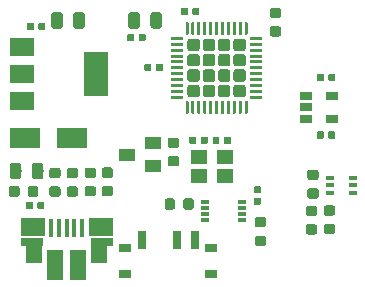
<source format=gbr>
G04 #@! TF.GenerationSoftware,KiCad,Pcbnew,5.0.2-bee76a0~70~ubuntu18.04.1*
G04 #@! TF.CreationDate,2019-02-14T01:12:15+09:00*
G04 #@! TF.ProjectId,LeonardoBB,4c656f6e-6172-4646-9f42-422e6b696361,rev?*
G04 #@! TF.SameCoordinates,Original*
G04 #@! TF.FileFunction,Paste,Top*
G04 #@! TF.FilePolarity,Positive*
%FSLAX46Y46*%
G04 Gerber Fmt 4.6, Leading zero omitted, Abs format (unit mm)*
G04 Created by KiCad (PCBNEW 5.0.2-bee76a0~70~ubuntu18.04.1) date 2019年02月14日 01時12分15秒*
%MOMM*%
%LPD*%
G01*
G04 APERTURE LIST*
%ADD10C,0.100000*%
%ADD11C,0.975000*%
%ADD12C,0.590000*%
%ADD13R,2.500000X1.800000*%
%ADD14C,0.875000*%
%ADD15R,1.350000X2.000000*%
%ADD16R,1.825000X0.700000*%
%ADD17R,2.000000X1.500000*%
%ADD18R,0.400000X1.650000*%
%ADD19R,1.430000X2.500000*%
%ADD20R,1.400000X1.000000*%
%ADD21R,0.650000X0.400000*%
%ADD22R,0.700000X1.500000*%
%ADD23R,1.000000X0.800000*%
%ADD24C,1.050000*%
%ADD25C,0.250000*%
%ADD26R,0.800000X0.300000*%
%ADD27R,2.000000X3.800000*%
%ADD28R,1.060000X0.650000*%
%ADD29R,1.400000X1.150000*%
G04 APERTURE END LIST*
D10*
G04 #@! TO.C,C9*
G36*
X134028142Y-103759174D02*
X134051803Y-103762684D01*
X134075007Y-103768496D01*
X134097529Y-103776554D01*
X134119153Y-103786782D01*
X134139670Y-103799079D01*
X134158883Y-103813329D01*
X134176607Y-103829393D01*
X134192671Y-103847117D01*
X134206921Y-103866330D01*
X134219218Y-103886847D01*
X134229446Y-103908471D01*
X134237504Y-103930993D01*
X134243316Y-103954197D01*
X134246826Y-103977858D01*
X134248000Y-104001750D01*
X134248000Y-104914250D01*
X134246826Y-104938142D01*
X134243316Y-104961803D01*
X134237504Y-104985007D01*
X134229446Y-105007529D01*
X134219218Y-105029153D01*
X134206921Y-105049670D01*
X134192671Y-105068883D01*
X134176607Y-105086607D01*
X134158883Y-105102671D01*
X134139670Y-105116921D01*
X134119153Y-105129218D01*
X134097529Y-105139446D01*
X134075007Y-105147504D01*
X134051803Y-105153316D01*
X134028142Y-105156826D01*
X134004250Y-105158000D01*
X133516750Y-105158000D01*
X133492858Y-105156826D01*
X133469197Y-105153316D01*
X133445993Y-105147504D01*
X133423471Y-105139446D01*
X133401847Y-105129218D01*
X133381330Y-105116921D01*
X133362117Y-105102671D01*
X133344393Y-105086607D01*
X133328329Y-105068883D01*
X133314079Y-105049670D01*
X133301782Y-105029153D01*
X133291554Y-105007529D01*
X133283496Y-104985007D01*
X133277684Y-104961803D01*
X133274174Y-104938142D01*
X133273000Y-104914250D01*
X133273000Y-104001750D01*
X133274174Y-103977858D01*
X133277684Y-103954197D01*
X133283496Y-103930993D01*
X133291554Y-103908471D01*
X133301782Y-103886847D01*
X133314079Y-103866330D01*
X133328329Y-103847117D01*
X133344393Y-103829393D01*
X133362117Y-103813329D01*
X133381330Y-103799079D01*
X133401847Y-103786782D01*
X133423471Y-103776554D01*
X133445993Y-103768496D01*
X133469197Y-103762684D01*
X133492858Y-103759174D01*
X133516750Y-103758000D01*
X134004250Y-103758000D01*
X134028142Y-103759174D01*
X134028142Y-103759174D01*
G37*
D11*
X133760500Y-104458000D03*
D10*
G36*
X135903142Y-103759174D02*
X135926803Y-103762684D01*
X135950007Y-103768496D01*
X135972529Y-103776554D01*
X135994153Y-103786782D01*
X136014670Y-103799079D01*
X136033883Y-103813329D01*
X136051607Y-103829393D01*
X136067671Y-103847117D01*
X136081921Y-103866330D01*
X136094218Y-103886847D01*
X136104446Y-103908471D01*
X136112504Y-103930993D01*
X136118316Y-103954197D01*
X136121826Y-103977858D01*
X136123000Y-104001750D01*
X136123000Y-104914250D01*
X136121826Y-104938142D01*
X136118316Y-104961803D01*
X136112504Y-104985007D01*
X136104446Y-105007529D01*
X136094218Y-105029153D01*
X136081921Y-105049670D01*
X136067671Y-105068883D01*
X136051607Y-105086607D01*
X136033883Y-105102671D01*
X136014670Y-105116921D01*
X135994153Y-105129218D01*
X135972529Y-105139446D01*
X135950007Y-105147504D01*
X135926803Y-105153316D01*
X135903142Y-105156826D01*
X135879250Y-105158000D01*
X135391750Y-105158000D01*
X135367858Y-105156826D01*
X135344197Y-105153316D01*
X135320993Y-105147504D01*
X135298471Y-105139446D01*
X135276847Y-105129218D01*
X135256330Y-105116921D01*
X135237117Y-105102671D01*
X135219393Y-105086607D01*
X135203329Y-105068883D01*
X135189079Y-105049670D01*
X135176782Y-105029153D01*
X135166554Y-105007529D01*
X135158496Y-104985007D01*
X135152684Y-104961803D01*
X135149174Y-104938142D01*
X135148000Y-104914250D01*
X135148000Y-104001750D01*
X135149174Y-103977858D01*
X135152684Y-103954197D01*
X135158496Y-103930993D01*
X135166554Y-103908471D01*
X135176782Y-103886847D01*
X135189079Y-103866330D01*
X135203329Y-103847117D01*
X135219393Y-103829393D01*
X135237117Y-103813329D01*
X135256330Y-103799079D01*
X135276847Y-103786782D01*
X135298471Y-103776554D01*
X135320993Y-103768496D01*
X135344197Y-103762684D01*
X135367858Y-103759174D01*
X135391750Y-103758000D01*
X135879250Y-103758000D01*
X135903142Y-103759174D01*
X135903142Y-103759174D01*
G37*
D11*
X135635500Y-104458000D03*
G04 #@! TD*
D10*
G04 #@! TO.C,C1*
G36*
X147400958Y-114298710D02*
X147415276Y-114300834D01*
X147429317Y-114304351D01*
X147442946Y-114309228D01*
X147456031Y-114315417D01*
X147468447Y-114322858D01*
X147480073Y-114331481D01*
X147490798Y-114341202D01*
X147500519Y-114351927D01*
X147509142Y-114363553D01*
X147516583Y-114375969D01*
X147522772Y-114389054D01*
X147527649Y-114402683D01*
X147531166Y-114416724D01*
X147533290Y-114431042D01*
X147534000Y-114445500D01*
X147534000Y-114790500D01*
X147533290Y-114804958D01*
X147531166Y-114819276D01*
X147527649Y-114833317D01*
X147522772Y-114846946D01*
X147516583Y-114860031D01*
X147509142Y-114872447D01*
X147500519Y-114884073D01*
X147490798Y-114894798D01*
X147480073Y-114904519D01*
X147468447Y-114913142D01*
X147456031Y-114920583D01*
X147442946Y-114926772D01*
X147429317Y-114931649D01*
X147415276Y-114935166D01*
X147400958Y-114937290D01*
X147386500Y-114938000D01*
X147091500Y-114938000D01*
X147077042Y-114937290D01*
X147062724Y-114935166D01*
X147048683Y-114931649D01*
X147035054Y-114926772D01*
X147021969Y-114920583D01*
X147009553Y-114913142D01*
X146997927Y-114904519D01*
X146987202Y-114894798D01*
X146977481Y-114884073D01*
X146968858Y-114872447D01*
X146961417Y-114860031D01*
X146955228Y-114846946D01*
X146950351Y-114833317D01*
X146946834Y-114819276D01*
X146944710Y-114804958D01*
X146944000Y-114790500D01*
X146944000Y-114445500D01*
X146944710Y-114431042D01*
X146946834Y-114416724D01*
X146950351Y-114402683D01*
X146955228Y-114389054D01*
X146961417Y-114375969D01*
X146968858Y-114363553D01*
X146977481Y-114351927D01*
X146987202Y-114341202D01*
X146997927Y-114331481D01*
X147009553Y-114322858D01*
X147021969Y-114315417D01*
X147035054Y-114309228D01*
X147048683Y-114304351D01*
X147062724Y-114300834D01*
X147077042Y-114298710D01*
X147091500Y-114298000D01*
X147386500Y-114298000D01*
X147400958Y-114298710D01*
X147400958Y-114298710D01*
G37*
D12*
X147239000Y-114618000D03*
D10*
G36*
X148370958Y-114298710D02*
X148385276Y-114300834D01*
X148399317Y-114304351D01*
X148412946Y-114309228D01*
X148426031Y-114315417D01*
X148438447Y-114322858D01*
X148450073Y-114331481D01*
X148460798Y-114341202D01*
X148470519Y-114351927D01*
X148479142Y-114363553D01*
X148486583Y-114375969D01*
X148492772Y-114389054D01*
X148497649Y-114402683D01*
X148501166Y-114416724D01*
X148503290Y-114431042D01*
X148504000Y-114445500D01*
X148504000Y-114790500D01*
X148503290Y-114804958D01*
X148501166Y-114819276D01*
X148497649Y-114833317D01*
X148492772Y-114846946D01*
X148486583Y-114860031D01*
X148479142Y-114872447D01*
X148470519Y-114884073D01*
X148460798Y-114894798D01*
X148450073Y-114904519D01*
X148438447Y-114913142D01*
X148426031Y-114920583D01*
X148412946Y-114926772D01*
X148399317Y-114931649D01*
X148385276Y-114935166D01*
X148370958Y-114937290D01*
X148356500Y-114938000D01*
X148061500Y-114938000D01*
X148047042Y-114937290D01*
X148032724Y-114935166D01*
X148018683Y-114931649D01*
X148005054Y-114926772D01*
X147991969Y-114920583D01*
X147979553Y-114913142D01*
X147967927Y-114904519D01*
X147957202Y-114894798D01*
X147947481Y-114884073D01*
X147938858Y-114872447D01*
X147931417Y-114860031D01*
X147925228Y-114846946D01*
X147920351Y-114833317D01*
X147916834Y-114819276D01*
X147914710Y-114804958D01*
X147914000Y-114790500D01*
X147914000Y-114445500D01*
X147914710Y-114431042D01*
X147916834Y-114416724D01*
X147920351Y-114402683D01*
X147925228Y-114389054D01*
X147931417Y-114375969D01*
X147938858Y-114363553D01*
X147947481Y-114351927D01*
X147957202Y-114341202D01*
X147967927Y-114331481D01*
X147979553Y-114322858D01*
X147991969Y-114315417D01*
X148005054Y-114309228D01*
X148018683Y-114304351D01*
X148032724Y-114300834D01*
X148047042Y-114298710D01*
X148061500Y-114298000D01*
X148356500Y-114298000D01*
X148370958Y-114298710D01*
X148370958Y-114298710D01*
G37*
D12*
X148209000Y-114618000D03*
G04 #@! TD*
D10*
G04 #@! TO.C,C2*
G36*
X145432958Y-114298710D02*
X145447276Y-114300834D01*
X145461317Y-114304351D01*
X145474946Y-114309228D01*
X145488031Y-114315417D01*
X145500447Y-114322858D01*
X145512073Y-114331481D01*
X145522798Y-114341202D01*
X145532519Y-114351927D01*
X145541142Y-114363553D01*
X145548583Y-114375969D01*
X145554772Y-114389054D01*
X145559649Y-114402683D01*
X145563166Y-114416724D01*
X145565290Y-114431042D01*
X145566000Y-114445500D01*
X145566000Y-114790500D01*
X145565290Y-114804958D01*
X145563166Y-114819276D01*
X145559649Y-114833317D01*
X145554772Y-114846946D01*
X145548583Y-114860031D01*
X145541142Y-114872447D01*
X145532519Y-114884073D01*
X145522798Y-114894798D01*
X145512073Y-114904519D01*
X145500447Y-114913142D01*
X145488031Y-114920583D01*
X145474946Y-114926772D01*
X145461317Y-114931649D01*
X145447276Y-114935166D01*
X145432958Y-114937290D01*
X145418500Y-114938000D01*
X145123500Y-114938000D01*
X145109042Y-114937290D01*
X145094724Y-114935166D01*
X145080683Y-114931649D01*
X145067054Y-114926772D01*
X145053969Y-114920583D01*
X145041553Y-114913142D01*
X145029927Y-114904519D01*
X145019202Y-114894798D01*
X145009481Y-114884073D01*
X145000858Y-114872447D01*
X144993417Y-114860031D01*
X144987228Y-114846946D01*
X144982351Y-114833317D01*
X144978834Y-114819276D01*
X144976710Y-114804958D01*
X144976000Y-114790500D01*
X144976000Y-114445500D01*
X144976710Y-114431042D01*
X144978834Y-114416724D01*
X144982351Y-114402683D01*
X144987228Y-114389054D01*
X144993417Y-114375969D01*
X145000858Y-114363553D01*
X145009481Y-114351927D01*
X145019202Y-114341202D01*
X145029927Y-114331481D01*
X145041553Y-114322858D01*
X145053969Y-114315417D01*
X145067054Y-114309228D01*
X145080683Y-114304351D01*
X145094724Y-114300834D01*
X145109042Y-114298710D01*
X145123500Y-114298000D01*
X145418500Y-114298000D01*
X145432958Y-114298710D01*
X145432958Y-114298710D01*
G37*
D12*
X145271000Y-114618000D03*
D10*
G36*
X146402958Y-114298710D02*
X146417276Y-114300834D01*
X146431317Y-114304351D01*
X146444946Y-114309228D01*
X146458031Y-114315417D01*
X146470447Y-114322858D01*
X146482073Y-114331481D01*
X146492798Y-114341202D01*
X146502519Y-114351927D01*
X146511142Y-114363553D01*
X146518583Y-114375969D01*
X146524772Y-114389054D01*
X146529649Y-114402683D01*
X146533166Y-114416724D01*
X146535290Y-114431042D01*
X146536000Y-114445500D01*
X146536000Y-114790500D01*
X146535290Y-114804958D01*
X146533166Y-114819276D01*
X146529649Y-114833317D01*
X146524772Y-114846946D01*
X146518583Y-114860031D01*
X146511142Y-114872447D01*
X146502519Y-114884073D01*
X146492798Y-114894798D01*
X146482073Y-114904519D01*
X146470447Y-114913142D01*
X146458031Y-114920583D01*
X146444946Y-114926772D01*
X146431317Y-114931649D01*
X146417276Y-114935166D01*
X146402958Y-114937290D01*
X146388500Y-114938000D01*
X146093500Y-114938000D01*
X146079042Y-114937290D01*
X146064724Y-114935166D01*
X146050683Y-114931649D01*
X146037054Y-114926772D01*
X146023969Y-114920583D01*
X146011553Y-114913142D01*
X145999927Y-114904519D01*
X145989202Y-114894798D01*
X145979481Y-114884073D01*
X145970858Y-114872447D01*
X145963417Y-114860031D01*
X145957228Y-114846946D01*
X145952351Y-114833317D01*
X145948834Y-114819276D01*
X145946710Y-114804958D01*
X145946000Y-114790500D01*
X145946000Y-114445500D01*
X145946710Y-114431042D01*
X145948834Y-114416724D01*
X145952351Y-114402683D01*
X145957228Y-114389054D01*
X145963417Y-114375969D01*
X145970858Y-114363553D01*
X145979481Y-114351927D01*
X145989202Y-114341202D01*
X145999927Y-114331481D01*
X146011553Y-114322858D01*
X146023969Y-114315417D01*
X146037054Y-114309228D01*
X146050683Y-114304351D01*
X146064724Y-114300834D01*
X146079042Y-114298710D01*
X146093500Y-114298000D01*
X146388500Y-114298000D01*
X146402958Y-114298710D01*
X146402958Y-114298710D01*
G37*
D12*
X146241000Y-114618000D03*
G04 #@! TD*
D10*
G04 #@! TO.C,C3*
G36*
X144733958Y-103376710D02*
X144748276Y-103378834D01*
X144762317Y-103382351D01*
X144775946Y-103387228D01*
X144789031Y-103393417D01*
X144801447Y-103400858D01*
X144813073Y-103409481D01*
X144823798Y-103419202D01*
X144833519Y-103429927D01*
X144842142Y-103441553D01*
X144849583Y-103453969D01*
X144855772Y-103467054D01*
X144860649Y-103480683D01*
X144864166Y-103494724D01*
X144866290Y-103509042D01*
X144867000Y-103523500D01*
X144867000Y-103868500D01*
X144866290Y-103882958D01*
X144864166Y-103897276D01*
X144860649Y-103911317D01*
X144855772Y-103924946D01*
X144849583Y-103938031D01*
X144842142Y-103950447D01*
X144833519Y-103962073D01*
X144823798Y-103972798D01*
X144813073Y-103982519D01*
X144801447Y-103991142D01*
X144789031Y-103998583D01*
X144775946Y-104004772D01*
X144762317Y-104009649D01*
X144748276Y-104013166D01*
X144733958Y-104015290D01*
X144719500Y-104016000D01*
X144424500Y-104016000D01*
X144410042Y-104015290D01*
X144395724Y-104013166D01*
X144381683Y-104009649D01*
X144368054Y-104004772D01*
X144354969Y-103998583D01*
X144342553Y-103991142D01*
X144330927Y-103982519D01*
X144320202Y-103972798D01*
X144310481Y-103962073D01*
X144301858Y-103950447D01*
X144294417Y-103938031D01*
X144288228Y-103924946D01*
X144283351Y-103911317D01*
X144279834Y-103897276D01*
X144277710Y-103882958D01*
X144277000Y-103868500D01*
X144277000Y-103523500D01*
X144277710Y-103509042D01*
X144279834Y-103494724D01*
X144283351Y-103480683D01*
X144288228Y-103467054D01*
X144294417Y-103453969D01*
X144301858Y-103441553D01*
X144310481Y-103429927D01*
X144320202Y-103419202D01*
X144330927Y-103409481D01*
X144342553Y-103400858D01*
X144354969Y-103393417D01*
X144368054Y-103387228D01*
X144381683Y-103382351D01*
X144395724Y-103378834D01*
X144410042Y-103376710D01*
X144424500Y-103376000D01*
X144719500Y-103376000D01*
X144733958Y-103376710D01*
X144733958Y-103376710D01*
G37*
D12*
X144572000Y-103696000D03*
D10*
G36*
X145703958Y-103376710D02*
X145718276Y-103378834D01*
X145732317Y-103382351D01*
X145745946Y-103387228D01*
X145759031Y-103393417D01*
X145771447Y-103400858D01*
X145783073Y-103409481D01*
X145793798Y-103419202D01*
X145803519Y-103429927D01*
X145812142Y-103441553D01*
X145819583Y-103453969D01*
X145825772Y-103467054D01*
X145830649Y-103480683D01*
X145834166Y-103494724D01*
X145836290Y-103509042D01*
X145837000Y-103523500D01*
X145837000Y-103868500D01*
X145836290Y-103882958D01*
X145834166Y-103897276D01*
X145830649Y-103911317D01*
X145825772Y-103924946D01*
X145819583Y-103938031D01*
X145812142Y-103950447D01*
X145803519Y-103962073D01*
X145793798Y-103972798D01*
X145783073Y-103982519D01*
X145771447Y-103991142D01*
X145759031Y-103998583D01*
X145745946Y-104004772D01*
X145732317Y-104009649D01*
X145718276Y-104013166D01*
X145703958Y-104015290D01*
X145689500Y-104016000D01*
X145394500Y-104016000D01*
X145380042Y-104015290D01*
X145365724Y-104013166D01*
X145351683Y-104009649D01*
X145338054Y-104004772D01*
X145324969Y-103998583D01*
X145312553Y-103991142D01*
X145300927Y-103982519D01*
X145290202Y-103972798D01*
X145280481Y-103962073D01*
X145271858Y-103950447D01*
X145264417Y-103938031D01*
X145258228Y-103924946D01*
X145253351Y-103911317D01*
X145249834Y-103897276D01*
X145247710Y-103882958D01*
X145247000Y-103868500D01*
X145247000Y-103523500D01*
X145247710Y-103509042D01*
X145249834Y-103494724D01*
X145253351Y-103480683D01*
X145258228Y-103467054D01*
X145264417Y-103453969D01*
X145271858Y-103441553D01*
X145280481Y-103429927D01*
X145290202Y-103419202D01*
X145300927Y-103409481D01*
X145312553Y-103400858D01*
X145324969Y-103393417D01*
X145338054Y-103387228D01*
X145351683Y-103382351D01*
X145365724Y-103378834D01*
X145380042Y-103376710D01*
X145394500Y-103376000D01*
X145689500Y-103376000D01*
X145703958Y-103376710D01*
X145703958Y-103376710D01*
G37*
D12*
X145542000Y-103696000D03*
G04 #@! TD*
D10*
G04 #@! TO.C,C4*
G36*
X141639958Y-108138710D02*
X141654276Y-108140834D01*
X141668317Y-108144351D01*
X141681946Y-108149228D01*
X141695031Y-108155417D01*
X141707447Y-108162858D01*
X141719073Y-108171481D01*
X141729798Y-108181202D01*
X141739519Y-108191927D01*
X141748142Y-108203553D01*
X141755583Y-108215969D01*
X141761772Y-108229054D01*
X141766649Y-108242683D01*
X141770166Y-108256724D01*
X141772290Y-108271042D01*
X141773000Y-108285500D01*
X141773000Y-108630500D01*
X141772290Y-108644958D01*
X141770166Y-108659276D01*
X141766649Y-108673317D01*
X141761772Y-108686946D01*
X141755583Y-108700031D01*
X141748142Y-108712447D01*
X141739519Y-108724073D01*
X141729798Y-108734798D01*
X141719073Y-108744519D01*
X141707447Y-108753142D01*
X141695031Y-108760583D01*
X141681946Y-108766772D01*
X141668317Y-108771649D01*
X141654276Y-108775166D01*
X141639958Y-108777290D01*
X141625500Y-108778000D01*
X141330500Y-108778000D01*
X141316042Y-108777290D01*
X141301724Y-108775166D01*
X141287683Y-108771649D01*
X141274054Y-108766772D01*
X141260969Y-108760583D01*
X141248553Y-108753142D01*
X141236927Y-108744519D01*
X141226202Y-108734798D01*
X141216481Y-108724073D01*
X141207858Y-108712447D01*
X141200417Y-108700031D01*
X141194228Y-108686946D01*
X141189351Y-108673317D01*
X141185834Y-108659276D01*
X141183710Y-108644958D01*
X141183000Y-108630500D01*
X141183000Y-108285500D01*
X141183710Y-108271042D01*
X141185834Y-108256724D01*
X141189351Y-108242683D01*
X141194228Y-108229054D01*
X141200417Y-108215969D01*
X141207858Y-108203553D01*
X141216481Y-108191927D01*
X141226202Y-108181202D01*
X141236927Y-108171481D01*
X141248553Y-108162858D01*
X141260969Y-108155417D01*
X141274054Y-108149228D01*
X141287683Y-108144351D01*
X141301724Y-108140834D01*
X141316042Y-108138710D01*
X141330500Y-108138000D01*
X141625500Y-108138000D01*
X141639958Y-108138710D01*
X141639958Y-108138710D01*
G37*
D12*
X141478000Y-108458000D03*
D10*
G36*
X142609958Y-108138710D02*
X142624276Y-108140834D01*
X142638317Y-108144351D01*
X142651946Y-108149228D01*
X142665031Y-108155417D01*
X142677447Y-108162858D01*
X142689073Y-108171481D01*
X142699798Y-108181202D01*
X142709519Y-108191927D01*
X142718142Y-108203553D01*
X142725583Y-108215969D01*
X142731772Y-108229054D01*
X142736649Y-108242683D01*
X142740166Y-108256724D01*
X142742290Y-108271042D01*
X142743000Y-108285500D01*
X142743000Y-108630500D01*
X142742290Y-108644958D01*
X142740166Y-108659276D01*
X142736649Y-108673317D01*
X142731772Y-108686946D01*
X142725583Y-108700031D01*
X142718142Y-108712447D01*
X142709519Y-108724073D01*
X142699798Y-108734798D01*
X142689073Y-108744519D01*
X142677447Y-108753142D01*
X142665031Y-108760583D01*
X142651946Y-108766772D01*
X142638317Y-108771649D01*
X142624276Y-108775166D01*
X142609958Y-108777290D01*
X142595500Y-108778000D01*
X142300500Y-108778000D01*
X142286042Y-108777290D01*
X142271724Y-108775166D01*
X142257683Y-108771649D01*
X142244054Y-108766772D01*
X142230969Y-108760583D01*
X142218553Y-108753142D01*
X142206927Y-108744519D01*
X142196202Y-108734798D01*
X142186481Y-108724073D01*
X142177858Y-108712447D01*
X142170417Y-108700031D01*
X142164228Y-108686946D01*
X142159351Y-108673317D01*
X142155834Y-108659276D01*
X142153710Y-108644958D01*
X142153000Y-108630500D01*
X142153000Y-108285500D01*
X142153710Y-108271042D01*
X142155834Y-108256724D01*
X142159351Y-108242683D01*
X142164228Y-108229054D01*
X142170417Y-108215969D01*
X142177858Y-108203553D01*
X142186481Y-108191927D01*
X142196202Y-108181202D01*
X142206927Y-108171481D01*
X142218553Y-108162858D01*
X142230969Y-108155417D01*
X142244054Y-108149228D01*
X142257683Y-108144351D01*
X142271724Y-108140834D01*
X142286042Y-108138710D01*
X142300500Y-108138000D01*
X142595500Y-108138000D01*
X142609958Y-108138710D01*
X142609958Y-108138710D01*
G37*
D12*
X142448000Y-108458000D03*
G04 #@! TD*
D10*
G04 #@! TO.C,C5*
G36*
X131606958Y-119822710D02*
X131621276Y-119824834D01*
X131635317Y-119828351D01*
X131648946Y-119833228D01*
X131662031Y-119839417D01*
X131674447Y-119846858D01*
X131686073Y-119855481D01*
X131696798Y-119865202D01*
X131706519Y-119875927D01*
X131715142Y-119887553D01*
X131722583Y-119899969D01*
X131728772Y-119913054D01*
X131733649Y-119926683D01*
X131737166Y-119940724D01*
X131739290Y-119955042D01*
X131740000Y-119969500D01*
X131740000Y-120314500D01*
X131739290Y-120328958D01*
X131737166Y-120343276D01*
X131733649Y-120357317D01*
X131728772Y-120370946D01*
X131722583Y-120384031D01*
X131715142Y-120396447D01*
X131706519Y-120408073D01*
X131696798Y-120418798D01*
X131686073Y-120428519D01*
X131674447Y-120437142D01*
X131662031Y-120444583D01*
X131648946Y-120450772D01*
X131635317Y-120455649D01*
X131621276Y-120459166D01*
X131606958Y-120461290D01*
X131592500Y-120462000D01*
X131297500Y-120462000D01*
X131283042Y-120461290D01*
X131268724Y-120459166D01*
X131254683Y-120455649D01*
X131241054Y-120450772D01*
X131227969Y-120444583D01*
X131215553Y-120437142D01*
X131203927Y-120428519D01*
X131193202Y-120418798D01*
X131183481Y-120408073D01*
X131174858Y-120396447D01*
X131167417Y-120384031D01*
X131161228Y-120370946D01*
X131156351Y-120357317D01*
X131152834Y-120343276D01*
X131150710Y-120328958D01*
X131150000Y-120314500D01*
X131150000Y-119969500D01*
X131150710Y-119955042D01*
X131152834Y-119940724D01*
X131156351Y-119926683D01*
X131161228Y-119913054D01*
X131167417Y-119899969D01*
X131174858Y-119887553D01*
X131183481Y-119875927D01*
X131193202Y-119865202D01*
X131203927Y-119855481D01*
X131215553Y-119846858D01*
X131227969Y-119839417D01*
X131241054Y-119833228D01*
X131254683Y-119828351D01*
X131268724Y-119824834D01*
X131283042Y-119822710D01*
X131297500Y-119822000D01*
X131592500Y-119822000D01*
X131606958Y-119822710D01*
X131606958Y-119822710D01*
G37*
D12*
X131445000Y-120142000D03*
D10*
G36*
X132576958Y-119822710D02*
X132591276Y-119824834D01*
X132605317Y-119828351D01*
X132618946Y-119833228D01*
X132632031Y-119839417D01*
X132644447Y-119846858D01*
X132656073Y-119855481D01*
X132666798Y-119865202D01*
X132676519Y-119875927D01*
X132685142Y-119887553D01*
X132692583Y-119899969D01*
X132698772Y-119913054D01*
X132703649Y-119926683D01*
X132707166Y-119940724D01*
X132709290Y-119955042D01*
X132710000Y-119969500D01*
X132710000Y-120314500D01*
X132709290Y-120328958D01*
X132707166Y-120343276D01*
X132703649Y-120357317D01*
X132698772Y-120370946D01*
X132692583Y-120384031D01*
X132685142Y-120396447D01*
X132676519Y-120408073D01*
X132666798Y-120418798D01*
X132656073Y-120428519D01*
X132644447Y-120437142D01*
X132632031Y-120444583D01*
X132618946Y-120450772D01*
X132605317Y-120455649D01*
X132591276Y-120459166D01*
X132576958Y-120461290D01*
X132562500Y-120462000D01*
X132267500Y-120462000D01*
X132253042Y-120461290D01*
X132238724Y-120459166D01*
X132224683Y-120455649D01*
X132211054Y-120450772D01*
X132197969Y-120444583D01*
X132185553Y-120437142D01*
X132173927Y-120428519D01*
X132163202Y-120418798D01*
X132153481Y-120408073D01*
X132144858Y-120396447D01*
X132137417Y-120384031D01*
X132131228Y-120370946D01*
X132126351Y-120357317D01*
X132122834Y-120343276D01*
X132120710Y-120328958D01*
X132120000Y-120314500D01*
X132120000Y-119969500D01*
X132120710Y-119955042D01*
X132122834Y-119940724D01*
X132126351Y-119926683D01*
X132131228Y-119913054D01*
X132137417Y-119899969D01*
X132144858Y-119887553D01*
X132153481Y-119875927D01*
X132163202Y-119865202D01*
X132173927Y-119855481D01*
X132185553Y-119846858D01*
X132197969Y-119839417D01*
X132211054Y-119833228D01*
X132224683Y-119828351D01*
X132238724Y-119824834D01*
X132253042Y-119822710D01*
X132267500Y-119822000D01*
X132562500Y-119822000D01*
X132576958Y-119822710D01*
X132576958Y-119822710D01*
G37*
D12*
X132415000Y-120142000D03*
G04 #@! TD*
D10*
G04 #@! TO.C,C6*
G36*
X141148958Y-105598710D02*
X141163276Y-105600834D01*
X141177317Y-105604351D01*
X141190946Y-105609228D01*
X141204031Y-105615417D01*
X141216447Y-105622858D01*
X141228073Y-105631481D01*
X141238798Y-105641202D01*
X141248519Y-105651927D01*
X141257142Y-105663553D01*
X141264583Y-105675969D01*
X141270772Y-105689054D01*
X141275649Y-105702683D01*
X141279166Y-105716724D01*
X141281290Y-105731042D01*
X141282000Y-105745500D01*
X141282000Y-106090500D01*
X141281290Y-106104958D01*
X141279166Y-106119276D01*
X141275649Y-106133317D01*
X141270772Y-106146946D01*
X141264583Y-106160031D01*
X141257142Y-106172447D01*
X141248519Y-106184073D01*
X141238798Y-106194798D01*
X141228073Y-106204519D01*
X141216447Y-106213142D01*
X141204031Y-106220583D01*
X141190946Y-106226772D01*
X141177317Y-106231649D01*
X141163276Y-106235166D01*
X141148958Y-106237290D01*
X141134500Y-106238000D01*
X140839500Y-106238000D01*
X140825042Y-106237290D01*
X140810724Y-106235166D01*
X140796683Y-106231649D01*
X140783054Y-106226772D01*
X140769969Y-106220583D01*
X140757553Y-106213142D01*
X140745927Y-106204519D01*
X140735202Y-106194798D01*
X140725481Y-106184073D01*
X140716858Y-106172447D01*
X140709417Y-106160031D01*
X140703228Y-106146946D01*
X140698351Y-106133317D01*
X140694834Y-106119276D01*
X140692710Y-106104958D01*
X140692000Y-106090500D01*
X140692000Y-105745500D01*
X140692710Y-105731042D01*
X140694834Y-105716724D01*
X140698351Y-105702683D01*
X140703228Y-105689054D01*
X140709417Y-105675969D01*
X140716858Y-105663553D01*
X140725481Y-105651927D01*
X140735202Y-105641202D01*
X140745927Y-105631481D01*
X140757553Y-105622858D01*
X140769969Y-105615417D01*
X140783054Y-105609228D01*
X140796683Y-105604351D01*
X140810724Y-105600834D01*
X140825042Y-105598710D01*
X140839500Y-105598000D01*
X141134500Y-105598000D01*
X141148958Y-105598710D01*
X141148958Y-105598710D01*
G37*
D12*
X140987000Y-105918000D03*
D10*
G36*
X140178958Y-105598710D02*
X140193276Y-105600834D01*
X140207317Y-105604351D01*
X140220946Y-105609228D01*
X140234031Y-105615417D01*
X140246447Y-105622858D01*
X140258073Y-105631481D01*
X140268798Y-105641202D01*
X140278519Y-105651927D01*
X140287142Y-105663553D01*
X140294583Y-105675969D01*
X140300772Y-105689054D01*
X140305649Y-105702683D01*
X140309166Y-105716724D01*
X140311290Y-105731042D01*
X140312000Y-105745500D01*
X140312000Y-106090500D01*
X140311290Y-106104958D01*
X140309166Y-106119276D01*
X140305649Y-106133317D01*
X140300772Y-106146946D01*
X140294583Y-106160031D01*
X140287142Y-106172447D01*
X140278519Y-106184073D01*
X140268798Y-106194798D01*
X140258073Y-106204519D01*
X140246447Y-106213142D01*
X140234031Y-106220583D01*
X140220946Y-106226772D01*
X140207317Y-106231649D01*
X140193276Y-106235166D01*
X140178958Y-106237290D01*
X140164500Y-106238000D01*
X139869500Y-106238000D01*
X139855042Y-106237290D01*
X139840724Y-106235166D01*
X139826683Y-106231649D01*
X139813054Y-106226772D01*
X139799969Y-106220583D01*
X139787553Y-106213142D01*
X139775927Y-106204519D01*
X139765202Y-106194798D01*
X139755481Y-106184073D01*
X139746858Y-106172447D01*
X139739417Y-106160031D01*
X139733228Y-106146946D01*
X139728351Y-106133317D01*
X139724834Y-106119276D01*
X139722710Y-106104958D01*
X139722000Y-106090500D01*
X139722000Y-105745500D01*
X139722710Y-105731042D01*
X139724834Y-105716724D01*
X139728351Y-105702683D01*
X139733228Y-105689054D01*
X139739417Y-105675969D01*
X139746858Y-105663553D01*
X139755481Y-105651927D01*
X139765202Y-105641202D01*
X139775927Y-105631481D01*
X139787553Y-105622858D01*
X139799969Y-105615417D01*
X139813054Y-105609228D01*
X139826683Y-105604351D01*
X139840724Y-105600834D01*
X139855042Y-105598710D01*
X139869500Y-105598000D01*
X140164500Y-105598000D01*
X140178958Y-105598710D01*
X140178958Y-105598710D01*
G37*
D12*
X140017000Y-105918000D03*
G04 #@! TD*
D10*
G04 #@! TO.C,C7*
G36*
X150935958Y-119484710D02*
X150950276Y-119486834D01*
X150964317Y-119490351D01*
X150977946Y-119495228D01*
X150991031Y-119501417D01*
X151003447Y-119508858D01*
X151015073Y-119517481D01*
X151025798Y-119527202D01*
X151035519Y-119537927D01*
X151044142Y-119549553D01*
X151051583Y-119561969D01*
X151057772Y-119575054D01*
X151062649Y-119588683D01*
X151066166Y-119602724D01*
X151068290Y-119617042D01*
X151069000Y-119631500D01*
X151069000Y-119926500D01*
X151068290Y-119940958D01*
X151066166Y-119955276D01*
X151062649Y-119969317D01*
X151057772Y-119982946D01*
X151051583Y-119996031D01*
X151044142Y-120008447D01*
X151035519Y-120020073D01*
X151025798Y-120030798D01*
X151015073Y-120040519D01*
X151003447Y-120049142D01*
X150991031Y-120056583D01*
X150977946Y-120062772D01*
X150964317Y-120067649D01*
X150950276Y-120071166D01*
X150935958Y-120073290D01*
X150921500Y-120074000D01*
X150576500Y-120074000D01*
X150562042Y-120073290D01*
X150547724Y-120071166D01*
X150533683Y-120067649D01*
X150520054Y-120062772D01*
X150506969Y-120056583D01*
X150494553Y-120049142D01*
X150482927Y-120040519D01*
X150472202Y-120030798D01*
X150462481Y-120020073D01*
X150453858Y-120008447D01*
X150446417Y-119996031D01*
X150440228Y-119982946D01*
X150435351Y-119969317D01*
X150431834Y-119955276D01*
X150429710Y-119940958D01*
X150429000Y-119926500D01*
X150429000Y-119631500D01*
X150429710Y-119617042D01*
X150431834Y-119602724D01*
X150435351Y-119588683D01*
X150440228Y-119575054D01*
X150446417Y-119561969D01*
X150453858Y-119549553D01*
X150462481Y-119537927D01*
X150472202Y-119527202D01*
X150482927Y-119517481D01*
X150494553Y-119508858D01*
X150506969Y-119501417D01*
X150520054Y-119495228D01*
X150533683Y-119490351D01*
X150547724Y-119486834D01*
X150562042Y-119484710D01*
X150576500Y-119484000D01*
X150921500Y-119484000D01*
X150935958Y-119484710D01*
X150935958Y-119484710D01*
G37*
D12*
X150749000Y-119779000D03*
D10*
G36*
X150935958Y-118514710D02*
X150950276Y-118516834D01*
X150964317Y-118520351D01*
X150977946Y-118525228D01*
X150991031Y-118531417D01*
X151003447Y-118538858D01*
X151015073Y-118547481D01*
X151025798Y-118557202D01*
X151035519Y-118567927D01*
X151044142Y-118579553D01*
X151051583Y-118591969D01*
X151057772Y-118605054D01*
X151062649Y-118618683D01*
X151066166Y-118632724D01*
X151068290Y-118647042D01*
X151069000Y-118661500D01*
X151069000Y-118956500D01*
X151068290Y-118970958D01*
X151066166Y-118985276D01*
X151062649Y-118999317D01*
X151057772Y-119012946D01*
X151051583Y-119026031D01*
X151044142Y-119038447D01*
X151035519Y-119050073D01*
X151025798Y-119060798D01*
X151015073Y-119070519D01*
X151003447Y-119079142D01*
X150991031Y-119086583D01*
X150977946Y-119092772D01*
X150964317Y-119097649D01*
X150950276Y-119101166D01*
X150935958Y-119103290D01*
X150921500Y-119104000D01*
X150576500Y-119104000D01*
X150562042Y-119103290D01*
X150547724Y-119101166D01*
X150533683Y-119097649D01*
X150520054Y-119092772D01*
X150506969Y-119086583D01*
X150494553Y-119079142D01*
X150482927Y-119070519D01*
X150472202Y-119060798D01*
X150462481Y-119050073D01*
X150453858Y-119038447D01*
X150446417Y-119026031D01*
X150440228Y-119012946D01*
X150435351Y-118999317D01*
X150431834Y-118985276D01*
X150429710Y-118970958D01*
X150429000Y-118956500D01*
X150429000Y-118661500D01*
X150429710Y-118647042D01*
X150431834Y-118632724D01*
X150435351Y-118618683D01*
X150440228Y-118605054D01*
X150446417Y-118591969D01*
X150453858Y-118579553D01*
X150462481Y-118567927D01*
X150472202Y-118557202D01*
X150482927Y-118547481D01*
X150494553Y-118538858D01*
X150506969Y-118531417D01*
X150520054Y-118525228D01*
X150533683Y-118520351D01*
X150547724Y-118516834D01*
X150562042Y-118514710D01*
X150576500Y-118514000D01*
X150921500Y-118514000D01*
X150935958Y-118514710D01*
X150935958Y-118514710D01*
G37*
D12*
X150749000Y-118809000D03*
G04 #@! TD*
D10*
G04 #@! TO.C,C8*
G36*
X132411142Y-116522174D02*
X132434803Y-116525684D01*
X132458007Y-116531496D01*
X132480529Y-116539554D01*
X132502153Y-116549782D01*
X132522670Y-116562079D01*
X132541883Y-116576329D01*
X132559607Y-116592393D01*
X132575671Y-116610117D01*
X132589921Y-116629330D01*
X132602218Y-116649847D01*
X132612446Y-116671471D01*
X132620504Y-116693993D01*
X132626316Y-116717197D01*
X132629826Y-116740858D01*
X132631000Y-116764750D01*
X132631000Y-117677250D01*
X132629826Y-117701142D01*
X132626316Y-117724803D01*
X132620504Y-117748007D01*
X132612446Y-117770529D01*
X132602218Y-117792153D01*
X132589921Y-117812670D01*
X132575671Y-117831883D01*
X132559607Y-117849607D01*
X132541883Y-117865671D01*
X132522670Y-117879921D01*
X132502153Y-117892218D01*
X132480529Y-117902446D01*
X132458007Y-117910504D01*
X132434803Y-117916316D01*
X132411142Y-117919826D01*
X132387250Y-117921000D01*
X131899750Y-117921000D01*
X131875858Y-117919826D01*
X131852197Y-117916316D01*
X131828993Y-117910504D01*
X131806471Y-117902446D01*
X131784847Y-117892218D01*
X131764330Y-117879921D01*
X131745117Y-117865671D01*
X131727393Y-117849607D01*
X131711329Y-117831883D01*
X131697079Y-117812670D01*
X131684782Y-117792153D01*
X131674554Y-117770529D01*
X131666496Y-117748007D01*
X131660684Y-117724803D01*
X131657174Y-117701142D01*
X131656000Y-117677250D01*
X131656000Y-116764750D01*
X131657174Y-116740858D01*
X131660684Y-116717197D01*
X131666496Y-116693993D01*
X131674554Y-116671471D01*
X131684782Y-116649847D01*
X131697079Y-116629330D01*
X131711329Y-116610117D01*
X131727393Y-116592393D01*
X131745117Y-116576329D01*
X131764330Y-116562079D01*
X131784847Y-116549782D01*
X131806471Y-116539554D01*
X131828993Y-116531496D01*
X131852197Y-116525684D01*
X131875858Y-116522174D01*
X131899750Y-116521000D01*
X132387250Y-116521000D01*
X132411142Y-116522174D01*
X132411142Y-116522174D01*
G37*
D11*
X132143500Y-117221000D03*
D10*
G36*
X130536142Y-116522174D02*
X130559803Y-116525684D01*
X130583007Y-116531496D01*
X130605529Y-116539554D01*
X130627153Y-116549782D01*
X130647670Y-116562079D01*
X130666883Y-116576329D01*
X130684607Y-116592393D01*
X130700671Y-116610117D01*
X130714921Y-116629330D01*
X130727218Y-116649847D01*
X130737446Y-116671471D01*
X130745504Y-116693993D01*
X130751316Y-116717197D01*
X130754826Y-116740858D01*
X130756000Y-116764750D01*
X130756000Y-117677250D01*
X130754826Y-117701142D01*
X130751316Y-117724803D01*
X130745504Y-117748007D01*
X130737446Y-117770529D01*
X130727218Y-117792153D01*
X130714921Y-117812670D01*
X130700671Y-117831883D01*
X130684607Y-117849607D01*
X130666883Y-117865671D01*
X130647670Y-117879921D01*
X130627153Y-117892218D01*
X130605529Y-117902446D01*
X130583007Y-117910504D01*
X130559803Y-117916316D01*
X130536142Y-117919826D01*
X130512250Y-117921000D01*
X130024750Y-117921000D01*
X130000858Y-117919826D01*
X129977197Y-117916316D01*
X129953993Y-117910504D01*
X129931471Y-117902446D01*
X129909847Y-117892218D01*
X129889330Y-117879921D01*
X129870117Y-117865671D01*
X129852393Y-117849607D01*
X129836329Y-117831883D01*
X129822079Y-117812670D01*
X129809782Y-117792153D01*
X129799554Y-117770529D01*
X129791496Y-117748007D01*
X129785684Y-117724803D01*
X129782174Y-117701142D01*
X129781000Y-117677250D01*
X129781000Y-116764750D01*
X129782174Y-116740858D01*
X129785684Y-116717197D01*
X129791496Y-116693993D01*
X129799554Y-116671471D01*
X129809782Y-116649847D01*
X129822079Y-116629330D01*
X129836329Y-116610117D01*
X129852393Y-116592393D01*
X129870117Y-116576329D01*
X129889330Y-116562079D01*
X129909847Y-116549782D01*
X129931471Y-116539554D01*
X129953993Y-116531496D01*
X129977197Y-116525684D01*
X130000858Y-116522174D01*
X130024750Y-116521000D01*
X130512250Y-116521000D01*
X130536142Y-116522174D01*
X130536142Y-116522174D01*
G37*
D11*
X130268500Y-117221000D03*
G04 #@! TD*
D10*
G04 #@! TO.C,C10*
G36*
X132662958Y-104646710D02*
X132677276Y-104648834D01*
X132691317Y-104652351D01*
X132704946Y-104657228D01*
X132718031Y-104663417D01*
X132730447Y-104670858D01*
X132742073Y-104679481D01*
X132752798Y-104689202D01*
X132762519Y-104699927D01*
X132771142Y-104711553D01*
X132778583Y-104723969D01*
X132784772Y-104737054D01*
X132789649Y-104750683D01*
X132793166Y-104764724D01*
X132795290Y-104779042D01*
X132796000Y-104793500D01*
X132796000Y-105138500D01*
X132795290Y-105152958D01*
X132793166Y-105167276D01*
X132789649Y-105181317D01*
X132784772Y-105194946D01*
X132778583Y-105208031D01*
X132771142Y-105220447D01*
X132762519Y-105232073D01*
X132752798Y-105242798D01*
X132742073Y-105252519D01*
X132730447Y-105261142D01*
X132718031Y-105268583D01*
X132704946Y-105274772D01*
X132691317Y-105279649D01*
X132677276Y-105283166D01*
X132662958Y-105285290D01*
X132648500Y-105286000D01*
X132353500Y-105286000D01*
X132339042Y-105285290D01*
X132324724Y-105283166D01*
X132310683Y-105279649D01*
X132297054Y-105274772D01*
X132283969Y-105268583D01*
X132271553Y-105261142D01*
X132259927Y-105252519D01*
X132249202Y-105242798D01*
X132239481Y-105232073D01*
X132230858Y-105220447D01*
X132223417Y-105208031D01*
X132217228Y-105194946D01*
X132212351Y-105181317D01*
X132208834Y-105167276D01*
X132206710Y-105152958D01*
X132206000Y-105138500D01*
X132206000Y-104793500D01*
X132206710Y-104779042D01*
X132208834Y-104764724D01*
X132212351Y-104750683D01*
X132217228Y-104737054D01*
X132223417Y-104723969D01*
X132230858Y-104711553D01*
X132239481Y-104699927D01*
X132249202Y-104689202D01*
X132259927Y-104679481D01*
X132271553Y-104670858D01*
X132283969Y-104663417D01*
X132297054Y-104657228D01*
X132310683Y-104652351D01*
X132324724Y-104648834D01*
X132339042Y-104646710D01*
X132353500Y-104646000D01*
X132648500Y-104646000D01*
X132662958Y-104646710D01*
X132662958Y-104646710D01*
G37*
D12*
X132501000Y-104966000D03*
D10*
G36*
X131692958Y-104646710D02*
X131707276Y-104648834D01*
X131721317Y-104652351D01*
X131734946Y-104657228D01*
X131748031Y-104663417D01*
X131760447Y-104670858D01*
X131772073Y-104679481D01*
X131782798Y-104689202D01*
X131792519Y-104699927D01*
X131801142Y-104711553D01*
X131808583Y-104723969D01*
X131814772Y-104737054D01*
X131819649Y-104750683D01*
X131823166Y-104764724D01*
X131825290Y-104779042D01*
X131826000Y-104793500D01*
X131826000Y-105138500D01*
X131825290Y-105152958D01*
X131823166Y-105167276D01*
X131819649Y-105181317D01*
X131814772Y-105194946D01*
X131808583Y-105208031D01*
X131801142Y-105220447D01*
X131792519Y-105232073D01*
X131782798Y-105242798D01*
X131772073Y-105252519D01*
X131760447Y-105261142D01*
X131748031Y-105268583D01*
X131734946Y-105274772D01*
X131721317Y-105279649D01*
X131707276Y-105283166D01*
X131692958Y-105285290D01*
X131678500Y-105286000D01*
X131383500Y-105286000D01*
X131369042Y-105285290D01*
X131354724Y-105283166D01*
X131340683Y-105279649D01*
X131327054Y-105274772D01*
X131313969Y-105268583D01*
X131301553Y-105261142D01*
X131289927Y-105252519D01*
X131279202Y-105242798D01*
X131269481Y-105232073D01*
X131260858Y-105220447D01*
X131253417Y-105208031D01*
X131247228Y-105194946D01*
X131242351Y-105181317D01*
X131238834Y-105167276D01*
X131236710Y-105152958D01*
X131236000Y-105138500D01*
X131236000Y-104793500D01*
X131236710Y-104779042D01*
X131238834Y-104764724D01*
X131242351Y-104750683D01*
X131247228Y-104737054D01*
X131253417Y-104723969D01*
X131260858Y-104711553D01*
X131269481Y-104699927D01*
X131279202Y-104689202D01*
X131289927Y-104679481D01*
X131301553Y-104670858D01*
X131313969Y-104663417D01*
X131327054Y-104657228D01*
X131340683Y-104652351D01*
X131354724Y-104648834D01*
X131369042Y-104646710D01*
X131383500Y-104646000D01*
X131678500Y-104646000D01*
X131692958Y-104646710D01*
X131692958Y-104646710D01*
G37*
D12*
X131531000Y-104966000D03*
G04 #@! TD*
D10*
G04 #@! TO.C,C12*
G36*
X157196958Y-113853710D02*
X157211276Y-113855834D01*
X157225317Y-113859351D01*
X157238946Y-113864228D01*
X157252031Y-113870417D01*
X157264447Y-113877858D01*
X157276073Y-113886481D01*
X157286798Y-113896202D01*
X157296519Y-113906927D01*
X157305142Y-113918553D01*
X157312583Y-113930969D01*
X157318772Y-113944054D01*
X157323649Y-113957683D01*
X157327166Y-113971724D01*
X157329290Y-113986042D01*
X157330000Y-114000500D01*
X157330000Y-114345500D01*
X157329290Y-114359958D01*
X157327166Y-114374276D01*
X157323649Y-114388317D01*
X157318772Y-114401946D01*
X157312583Y-114415031D01*
X157305142Y-114427447D01*
X157296519Y-114439073D01*
X157286798Y-114449798D01*
X157276073Y-114459519D01*
X157264447Y-114468142D01*
X157252031Y-114475583D01*
X157238946Y-114481772D01*
X157225317Y-114486649D01*
X157211276Y-114490166D01*
X157196958Y-114492290D01*
X157182500Y-114493000D01*
X156887500Y-114493000D01*
X156873042Y-114492290D01*
X156858724Y-114490166D01*
X156844683Y-114486649D01*
X156831054Y-114481772D01*
X156817969Y-114475583D01*
X156805553Y-114468142D01*
X156793927Y-114459519D01*
X156783202Y-114449798D01*
X156773481Y-114439073D01*
X156764858Y-114427447D01*
X156757417Y-114415031D01*
X156751228Y-114401946D01*
X156746351Y-114388317D01*
X156742834Y-114374276D01*
X156740710Y-114359958D01*
X156740000Y-114345500D01*
X156740000Y-114000500D01*
X156740710Y-113986042D01*
X156742834Y-113971724D01*
X156746351Y-113957683D01*
X156751228Y-113944054D01*
X156757417Y-113930969D01*
X156764858Y-113918553D01*
X156773481Y-113906927D01*
X156783202Y-113896202D01*
X156793927Y-113886481D01*
X156805553Y-113877858D01*
X156817969Y-113870417D01*
X156831054Y-113864228D01*
X156844683Y-113859351D01*
X156858724Y-113855834D01*
X156873042Y-113853710D01*
X156887500Y-113853000D01*
X157182500Y-113853000D01*
X157196958Y-113853710D01*
X157196958Y-113853710D01*
G37*
D12*
X157035000Y-114173000D03*
D10*
G36*
X156226958Y-113853710D02*
X156241276Y-113855834D01*
X156255317Y-113859351D01*
X156268946Y-113864228D01*
X156282031Y-113870417D01*
X156294447Y-113877858D01*
X156306073Y-113886481D01*
X156316798Y-113896202D01*
X156326519Y-113906927D01*
X156335142Y-113918553D01*
X156342583Y-113930969D01*
X156348772Y-113944054D01*
X156353649Y-113957683D01*
X156357166Y-113971724D01*
X156359290Y-113986042D01*
X156360000Y-114000500D01*
X156360000Y-114345500D01*
X156359290Y-114359958D01*
X156357166Y-114374276D01*
X156353649Y-114388317D01*
X156348772Y-114401946D01*
X156342583Y-114415031D01*
X156335142Y-114427447D01*
X156326519Y-114439073D01*
X156316798Y-114449798D01*
X156306073Y-114459519D01*
X156294447Y-114468142D01*
X156282031Y-114475583D01*
X156268946Y-114481772D01*
X156255317Y-114486649D01*
X156241276Y-114490166D01*
X156226958Y-114492290D01*
X156212500Y-114493000D01*
X155917500Y-114493000D01*
X155903042Y-114492290D01*
X155888724Y-114490166D01*
X155874683Y-114486649D01*
X155861054Y-114481772D01*
X155847969Y-114475583D01*
X155835553Y-114468142D01*
X155823927Y-114459519D01*
X155813202Y-114449798D01*
X155803481Y-114439073D01*
X155794858Y-114427447D01*
X155787417Y-114415031D01*
X155781228Y-114401946D01*
X155776351Y-114388317D01*
X155772834Y-114374276D01*
X155770710Y-114359958D01*
X155770000Y-114345500D01*
X155770000Y-114000500D01*
X155770710Y-113986042D01*
X155772834Y-113971724D01*
X155776351Y-113957683D01*
X155781228Y-113944054D01*
X155787417Y-113930969D01*
X155794858Y-113918553D01*
X155803481Y-113906927D01*
X155813202Y-113896202D01*
X155823927Y-113886481D01*
X155835553Y-113877858D01*
X155847969Y-113870417D01*
X155861054Y-113864228D01*
X155874683Y-113859351D01*
X155888724Y-113855834D01*
X155903042Y-113853710D01*
X155917500Y-113853000D01*
X156212500Y-113853000D01*
X156226958Y-113853710D01*
X156226958Y-113853710D01*
G37*
D12*
X156065000Y-114173000D03*
G04 #@! TD*
D10*
G04 #@! TO.C,C13*
G36*
X156244958Y-108964710D02*
X156259276Y-108966834D01*
X156273317Y-108970351D01*
X156286946Y-108975228D01*
X156300031Y-108981417D01*
X156312447Y-108988858D01*
X156324073Y-108997481D01*
X156334798Y-109007202D01*
X156344519Y-109017927D01*
X156353142Y-109029553D01*
X156360583Y-109041969D01*
X156366772Y-109055054D01*
X156371649Y-109068683D01*
X156375166Y-109082724D01*
X156377290Y-109097042D01*
X156378000Y-109111500D01*
X156378000Y-109456500D01*
X156377290Y-109470958D01*
X156375166Y-109485276D01*
X156371649Y-109499317D01*
X156366772Y-109512946D01*
X156360583Y-109526031D01*
X156353142Y-109538447D01*
X156344519Y-109550073D01*
X156334798Y-109560798D01*
X156324073Y-109570519D01*
X156312447Y-109579142D01*
X156300031Y-109586583D01*
X156286946Y-109592772D01*
X156273317Y-109597649D01*
X156259276Y-109601166D01*
X156244958Y-109603290D01*
X156230500Y-109604000D01*
X155935500Y-109604000D01*
X155921042Y-109603290D01*
X155906724Y-109601166D01*
X155892683Y-109597649D01*
X155879054Y-109592772D01*
X155865969Y-109586583D01*
X155853553Y-109579142D01*
X155841927Y-109570519D01*
X155831202Y-109560798D01*
X155821481Y-109550073D01*
X155812858Y-109538447D01*
X155805417Y-109526031D01*
X155799228Y-109512946D01*
X155794351Y-109499317D01*
X155790834Y-109485276D01*
X155788710Y-109470958D01*
X155788000Y-109456500D01*
X155788000Y-109111500D01*
X155788710Y-109097042D01*
X155790834Y-109082724D01*
X155794351Y-109068683D01*
X155799228Y-109055054D01*
X155805417Y-109041969D01*
X155812858Y-109029553D01*
X155821481Y-109017927D01*
X155831202Y-109007202D01*
X155841927Y-108997481D01*
X155853553Y-108988858D01*
X155865969Y-108981417D01*
X155879054Y-108975228D01*
X155892683Y-108970351D01*
X155906724Y-108966834D01*
X155921042Y-108964710D01*
X155935500Y-108964000D01*
X156230500Y-108964000D01*
X156244958Y-108964710D01*
X156244958Y-108964710D01*
G37*
D12*
X156083000Y-109284000D03*
D10*
G36*
X157214958Y-108964710D02*
X157229276Y-108966834D01*
X157243317Y-108970351D01*
X157256946Y-108975228D01*
X157270031Y-108981417D01*
X157282447Y-108988858D01*
X157294073Y-108997481D01*
X157304798Y-109007202D01*
X157314519Y-109017927D01*
X157323142Y-109029553D01*
X157330583Y-109041969D01*
X157336772Y-109055054D01*
X157341649Y-109068683D01*
X157345166Y-109082724D01*
X157347290Y-109097042D01*
X157348000Y-109111500D01*
X157348000Y-109456500D01*
X157347290Y-109470958D01*
X157345166Y-109485276D01*
X157341649Y-109499317D01*
X157336772Y-109512946D01*
X157330583Y-109526031D01*
X157323142Y-109538447D01*
X157314519Y-109550073D01*
X157304798Y-109560798D01*
X157294073Y-109570519D01*
X157282447Y-109579142D01*
X157270031Y-109586583D01*
X157256946Y-109592772D01*
X157243317Y-109597649D01*
X157229276Y-109601166D01*
X157214958Y-109603290D01*
X157200500Y-109604000D01*
X156905500Y-109604000D01*
X156891042Y-109603290D01*
X156876724Y-109601166D01*
X156862683Y-109597649D01*
X156849054Y-109592772D01*
X156835969Y-109586583D01*
X156823553Y-109579142D01*
X156811927Y-109570519D01*
X156801202Y-109560798D01*
X156791481Y-109550073D01*
X156782858Y-109538447D01*
X156775417Y-109526031D01*
X156769228Y-109512946D01*
X156764351Y-109499317D01*
X156760834Y-109485276D01*
X156758710Y-109470958D01*
X156758000Y-109456500D01*
X156758000Y-109111500D01*
X156758710Y-109097042D01*
X156760834Y-109082724D01*
X156764351Y-109068683D01*
X156769228Y-109055054D01*
X156775417Y-109041969D01*
X156782858Y-109029553D01*
X156791481Y-109017927D01*
X156801202Y-109007202D01*
X156811927Y-108997481D01*
X156823553Y-108988858D01*
X156835969Y-108981417D01*
X156849054Y-108975228D01*
X156862683Y-108970351D01*
X156876724Y-108966834D01*
X156891042Y-108964710D01*
X156905500Y-108964000D01*
X157200500Y-108964000D01*
X157214958Y-108964710D01*
X157214958Y-108964710D01*
G37*
D12*
X157053000Y-109284000D03*
G04 #@! TD*
D13*
G04 #@! TO.C,D1*
X131032000Y-114427000D03*
X135032000Y-114427000D03*
G04 #@! TD*
D10*
G04 #@! TO.C,DZ1*
G36*
X133881691Y-118525053D02*
X133902926Y-118528203D01*
X133923750Y-118533419D01*
X133943962Y-118540651D01*
X133963368Y-118549830D01*
X133981781Y-118560866D01*
X133999024Y-118573654D01*
X134014930Y-118588070D01*
X134029346Y-118603976D01*
X134042134Y-118621219D01*
X134053170Y-118639632D01*
X134062349Y-118659038D01*
X134069581Y-118679250D01*
X134074797Y-118700074D01*
X134077947Y-118721309D01*
X134079000Y-118742750D01*
X134079000Y-119180250D01*
X134077947Y-119201691D01*
X134074797Y-119222926D01*
X134069581Y-119243750D01*
X134062349Y-119263962D01*
X134053170Y-119283368D01*
X134042134Y-119301781D01*
X134029346Y-119319024D01*
X134014930Y-119334930D01*
X133999024Y-119349346D01*
X133981781Y-119362134D01*
X133963368Y-119373170D01*
X133943962Y-119382349D01*
X133923750Y-119389581D01*
X133902926Y-119394797D01*
X133881691Y-119397947D01*
X133860250Y-119399000D01*
X133347750Y-119399000D01*
X133326309Y-119397947D01*
X133305074Y-119394797D01*
X133284250Y-119389581D01*
X133264038Y-119382349D01*
X133244632Y-119373170D01*
X133226219Y-119362134D01*
X133208976Y-119349346D01*
X133193070Y-119334930D01*
X133178654Y-119319024D01*
X133165866Y-119301781D01*
X133154830Y-119283368D01*
X133145651Y-119263962D01*
X133138419Y-119243750D01*
X133133203Y-119222926D01*
X133130053Y-119201691D01*
X133129000Y-119180250D01*
X133129000Y-118742750D01*
X133130053Y-118721309D01*
X133133203Y-118700074D01*
X133138419Y-118679250D01*
X133145651Y-118659038D01*
X133154830Y-118639632D01*
X133165866Y-118621219D01*
X133178654Y-118603976D01*
X133193070Y-118588070D01*
X133208976Y-118573654D01*
X133226219Y-118560866D01*
X133244632Y-118549830D01*
X133264038Y-118540651D01*
X133284250Y-118533419D01*
X133305074Y-118528203D01*
X133326309Y-118525053D01*
X133347750Y-118524000D01*
X133860250Y-118524000D01*
X133881691Y-118525053D01*
X133881691Y-118525053D01*
G37*
D14*
X133604000Y-118961500D03*
D10*
G36*
X133881691Y-116950053D02*
X133902926Y-116953203D01*
X133923750Y-116958419D01*
X133943962Y-116965651D01*
X133963368Y-116974830D01*
X133981781Y-116985866D01*
X133999024Y-116998654D01*
X134014930Y-117013070D01*
X134029346Y-117028976D01*
X134042134Y-117046219D01*
X134053170Y-117064632D01*
X134062349Y-117084038D01*
X134069581Y-117104250D01*
X134074797Y-117125074D01*
X134077947Y-117146309D01*
X134079000Y-117167750D01*
X134079000Y-117605250D01*
X134077947Y-117626691D01*
X134074797Y-117647926D01*
X134069581Y-117668750D01*
X134062349Y-117688962D01*
X134053170Y-117708368D01*
X134042134Y-117726781D01*
X134029346Y-117744024D01*
X134014930Y-117759930D01*
X133999024Y-117774346D01*
X133981781Y-117787134D01*
X133963368Y-117798170D01*
X133943962Y-117807349D01*
X133923750Y-117814581D01*
X133902926Y-117819797D01*
X133881691Y-117822947D01*
X133860250Y-117824000D01*
X133347750Y-117824000D01*
X133326309Y-117822947D01*
X133305074Y-117819797D01*
X133284250Y-117814581D01*
X133264038Y-117807349D01*
X133244632Y-117798170D01*
X133226219Y-117787134D01*
X133208976Y-117774346D01*
X133193070Y-117759930D01*
X133178654Y-117744024D01*
X133165866Y-117726781D01*
X133154830Y-117708368D01*
X133145651Y-117688962D01*
X133138419Y-117668750D01*
X133133203Y-117647926D01*
X133130053Y-117626691D01*
X133129000Y-117605250D01*
X133129000Y-117167750D01*
X133130053Y-117146309D01*
X133133203Y-117125074D01*
X133138419Y-117104250D01*
X133145651Y-117084038D01*
X133154830Y-117064632D01*
X133165866Y-117046219D01*
X133178654Y-117028976D01*
X133193070Y-117013070D01*
X133208976Y-116998654D01*
X133226219Y-116985866D01*
X133244632Y-116974830D01*
X133264038Y-116965651D01*
X133284250Y-116958419D01*
X133305074Y-116953203D01*
X133326309Y-116950053D01*
X133347750Y-116949000D01*
X133860250Y-116949000D01*
X133881691Y-116950053D01*
X133881691Y-116950053D01*
G37*
D14*
X133604000Y-117386500D03*
G04 #@! TD*
D10*
G04 #@! TO.C,DZ2*
G36*
X138326691Y-116912053D02*
X138347926Y-116915203D01*
X138368750Y-116920419D01*
X138388962Y-116927651D01*
X138408368Y-116936830D01*
X138426781Y-116947866D01*
X138444024Y-116960654D01*
X138459930Y-116975070D01*
X138474346Y-116990976D01*
X138487134Y-117008219D01*
X138498170Y-117026632D01*
X138507349Y-117046038D01*
X138514581Y-117066250D01*
X138519797Y-117087074D01*
X138522947Y-117108309D01*
X138524000Y-117129750D01*
X138524000Y-117567250D01*
X138522947Y-117588691D01*
X138519797Y-117609926D01*
X138514581Y-117630750D01*
X138507349Y-117650962D01*
X138498170Y-117670368D01*
X138487134Y-117688781D01*
X138474346Y-117706024D01*
X138459930Y-117721930D01*
X138444024Y-117736346D01*
X138426781Y-117749134D01*
X138408368Y-117760170D01*
X138388962Y-117769349D01*
X138368750Y-117776581D01*
X138347926Y-117781797D01*
X138326691Y-117784947D01*
X138305250Y-117786000D01*
X137792750Y-117786000D01*
X137771309Y-117784947D01*
X137750074Y-117781797D01*
X137729250Y-117776581D01*
X137709038Y-117769349D01*
X137689632Y-117760170D01*
X137671219Y-117749134D01*
X137653976Y-117736346D01*
X137638070Y-117721930D01*
X137623654Y-117706024D01*
X137610866Y-117688781D01*
X137599830Y-117670368D01*
X137590651Y-117650962D01*
X137583419Y-117630750D01*
X137578203Y-117609926D01*
X137575053Y-117588691D01*
X137574000Y-117567250D01*
X137574000Y-117129750D01*
X137575053Y-117108309D01*
X137578203Y-117087074D01*
X137583419Y-117066250D01*
X137590651Y-117046038D01*
X137599830Y-117026632D01*
X137610866Y-117008219D01*
X137623654Y-116990976D01*
X137638070Y-116975070D01*
X137653976Y-116960654D01*
X137671219Y-116947866D01*
X137689632Y-116936830D01*
X137709038Y-116927651D01*
X137729250Y-116920419D01*
X137750074Y-116915203D01*
X137771309Y-116912053D01*
X137792750Y-116911000D01*
X138305250Y-116911000D01*
X138326691Y-116912053D01*
X138326691Y-116912053D01*
G37*
D14*
X138049000Y-117348500D03*
D10*
G36*
X138326691Y-118487053D02*
X138347926Y-118490203D01*
X138368750Y-118495419D01*
X138388962Y-118502651D01*
X138408368Y-118511830D01*
X138426781Y-118522866D01*
X138444024Y-118535654D01*
X138459930Y-118550070D01*
X138474346Y-118565976D01*
X138487134Y-118583219D01*
X138498170Y-118601632D01*
X138507349Y-118621038D01*
X138514581Y-118641250D01*
X138519797Y-118662074D01*
X138522947Y-118683309D01*
X138524000Y-118704750D01*
X138524000Y-119142250D01*
X138522947Y-119163691D01*
X138519797Y-119184926D01*
X138514581Y-119205750D01*
X138507349Y-119225962D01*
X138498170Y-119245368D01*
X138487134Y-119263781D01*
X138474346Y-119281024D01*
X138459930Y-119296930D01*
X138444024Y-119311346D01*
X138426781Y-119324134D01*
X138408368Y-119335170D01*
X138388962Y-119344349D01*
X138368750Y-119351581D01*
X138347926Y-119356797D01*
X138326691Y-119359947D01*
X138305250Y-119361000D01*
X137792750Y-119361000D01*
X137771309Y-119359947D01*
X137750074Y-119356797D01*
X137729250Y-119351581D01*
X137709038Y-119344349D01*
X137689632Y-119335170D01*
X137671219Y-119324134D01*
X137653976Y-119311346D01*
X137638070Y-119296930D01*
X137623654Y-119281024D01*
X137610866Y-119263781D01*
X137599830Y-119245368D01*
X137590651Y-119225962D01*
X137583419Y-119205750D01*
X137578203Y-119184926D01*
X137575053Y-119163691D01*
X137574000Y-119142250D01*
X137574000Y-118704750D01*
X137575053Y-118683309D01*
X137578203Y-118662074D01*
X137583419Y-118641250D01*
X137590651Y-118621038D01*
X137599830Y-118601632D01*
X137610866Y-118583219D01*
X137623654Y-118565976D01*
X137638070Y-118550070D01*
X137653976Y-118535654D01*
X137671219Y-118522866D01*
X137689632Y-118511830D01*
X137709038Y-118502651D01*
X137729250Y-118495419D01*
X137750074Y-118490203D01*
X137771309Y-118487053D01*
X137792750Y-118486000D01*
X138305250Y-118486000D01*
X138326691Y-118487053D01*
X138326691Y-118487053D01*
G37*
D14*
X138049000Y-118923500D03*
G04 #@! TD*
D10*
G04 #@! TO.C,FB1*
G36*
X140569142Y-103759174D02*
X140592803Y-103762684D01*
X140616007Y-103768496D01*
X140638529Y-103776554D01*
X140660153Y-103786782D01*
X140680670Y-103799079D01*
X140699883Y-103813329D01*
X140717607Y-103829393D01*
X140733671Y-103847117D01*
X140747921Y-103866330D01*
X140760218Y-103886847D01*
X140770446Y-103908471D01*
X140778504Y-103930993D01*
X140784316Y-103954197D01*
X140787826Y-103977858D01*
X140789000Y-104001750D01*
X140789000Y-104914250D01*
X140787826Y-104938142D01*
X140784316Y-104961803D01*
X140778504Y-104985007D01*
X140770446Y-105007529D01*
X140760218Y-105029153D01*
X140747921Y-105049670D01*
X140733671Y-105068883D01*
X140717607Y-105086607D01*
X140699883Y-105102671D01*
X140680670Y-105116921D01*
X140660153Y-105129218D01*
X140638529Y-105139446D01*
X140616007Y-105147504D01*
X140592803Y-105153316D01*
X140569142Y-105156826D01*
X140545250Y-105158000D01*
X140057750Y-105158000D01*
X140033858Y-105156826D01*
X140010197Y-105153316D01*
X139986993Y-105147504D01*
X139964471Y-105139446D01*
X139942847Y-105129218D01*
X139922330Y-105116921D01*
X139903117Y-105102671D01*
X139885393Y-105086607D01*
X139869329Y-105068883D01*
X139855079Y-105049670D01*
X139842782Y-105029153D01*
X139832554Y-105007529D01*
X139824496Y-104985007D01*
X139818684Y-104961803D01*
X139815174Y-104938142D01*
X139814000Y-104914250D01*
X139814000Y-104001750D01*
X139815174Y-103977858D01*
X139818684Y-103954197D01*
X139824496Y-103930993D01*
X139832554Y-103908471D01*
X139842782Y-103886847D01*
X139855079Y-103866330D01*
X139869329Y-103847117D01*
X139885393Y-103829393D01*
X139903117Y-103813329D01*
X139922330Y-103799079D01*
X139942847Y-103786782D01*
X139964471Y-103776554D01*
X139986993Y-103768496D01*
X140010197Y-103762684D01*
X140033858Y-103759174D01*
X140057750Y-103758000D01*
X140545250Y-103758000D01*
X140569142Y-103759174D01*
X140569142Y-103759174D01*
G37*
D11*
X140301500Y-104458000D03*
D10*
G36*
X142444142Y-103759174D02*
X142467803Y-103762684D01*
X142491007Y-103768496D01*
X142513529Y-103776554D01*
X142535153Y-103786782D01*
X142555670Y-103799079D01*
X142574883Y-103813329D01*
X142592607Y-103829393D01*
X142608671Y-103847117D01*
X142622921Y-103866330D01*
X142635218Y-103886847D01*
X142645446Y-103908471D01*
X142653504Y-103930993D01*
X142659316Y-103954197D01*
X142662826Y-103977858D01*
X142664000Y-104001750D01*
X142664000Y-104914250D01*
X142662826Y-104938142D01*
X142659316Y-104961803D01*
X142653504Y-104985007D01*
X142645446Y-105007529D01*
X142635218Y-105029153D01*
X142622921Y-105049670D01*
X142608671Y-105068883D01*
X142592607Y-105086607D01*
X142574883Y-105102671D01*
X142555670Y-105116921D01*
X142535153Y-105129218D01*
X142513529Y-105139446D01*
X142491007Y-105147504D01*
X142467803Y-105153316D01*
X142444142Y-105156826D01*
X142420250Y-105158000D01*
X141932750Y-105158000D01*
X141908858Y-105156826D01*
X141885197Y-105153316D01*
X141861993Y-105147504D01*
X141839471Y-105139446D01*
X141817847Y-105129218D01*
X141797330Y-105116921D01*
X141778117Y-105102671D01*
X141760393Y-105086607D01*
X141744329Y-105068883D01*
X141730079Y-105049670D01*
X141717782Y-105029153D01*
X141707554Y-105007529D01*
X141699496Y-104985007D01*
X141693684Y-104961803D01*
X141690174Y-104938142D01*
X141689000Y-104914250D01*
X141689000Y-104001750D01*
X141690174Y-103977858D01*
X141693684Y-103954197D01*
X141699496Y-103930993D01*
X141707554Y-103908471D01*
X141717782Y-103886847D01*
X141730079Y-103866330D01*
X141744329Y-103847117D01*
X141760393Y-103829393D01*
X141778117Y-103813329D01*
X141797330Y-103799079D01*
X141817847Y-103786782D01*
X141839471Y-103776554D01*
X141861993Y-103768496D01*
X141885197Y-103762684D01*
X141908858Y-103759174D01*
X141932750Y-103758000D01*
X142420250Y-103758000D01*
X142444142Y-103759174D01*
X142444142Y-103759174D01*
G37*
D11*
X142176500Y-104458000D03*
G04 #@! TD*
D15*
G04 #@! TO.C,J1*
X137345000Y-124010000D03*
X131865000Y-124010000D03*
D16*
X131645000Y-123260000D03*
X137595000Y-123260000D03*
D17*
X131745000Y-121960000D03*
X137495000Y-121940000D03*
D18*
X133295000Y-122060000D03*
X133945000Y-122060000D03*
X134595000Y-122060000D03*
X135245000Y-122060000D03*
X135895000Y-122060000D03*
D19*
X133635000Y-125210000D03*
X135555000Y-125210000D03*
G04 #@! TD*
D20*
G04 #@! TO.C,Q1*
X139722000Y-115826000D03*
X141922000Y-114876000D03*
X141922000Y-116776000D03*
G04 #@! TD*
D21*
G04 #@! TO.C,Q2*
X158811000Y-119078000D03*
X158811000Y-117778000D03*
X156911000Y-118428000D03*
X158811000Y-118428000D03*
X156911000Y-117778000D03*
X156911000Y-119078000D03*
G04 #@! TD*
D10*
G04 #@! TO.C,R1*
G36*
X143914691Y-114384053D02*
X143935926Y-114387203D01*
X143956750Y-114392419D01*
X143976962Y-114399651D01*
X143996368Y-114408830D01*
X144014781Y-114419866D01*
X144032024Y-114432654D01*
X144047930Y-114447070D01*
X144062346Y-114462976D01*
X144075134Y-114480219D01*
X144086170Y-114498632D01*
X144095349Y-114518038D01*
X144102581Y-114538250D01*
X144107797Y-114559074D01*
X144110947Y-114580309D01*
X144112000Y-114601750D01*
X144112000Y-115039250D01*
X144110947Y-115060691D01*
X144107797Y-115081926D01*
X144102581Y-115102750D01*
X144095349Y-115122962D01*
X144086170Y-115142368D01*
X144075134Y-115160781D01*
X144062346Y-115178024D01*
X144047930Y-115193930D01*
X144032024Y-115208346D01*
X144014781Y-115221134D01*
X143996368Y-115232170D01*
X143976962Y-115241349D01*
X143956750Y-115248581D01*
X143935926Y-115253797D01*
X143914691Y-115256947D01*
X143893250Y-115258000D01*
X143380750Y-115258000D01*
X143359309Y-115256947D01*
X143338074Y-115253797D01*
X143317250Y-115248581D01*
X143297038Y-115241349D01*
X143277632Y-115232170D01*
X143259219Y-115221134D01*
X143241976Y-115208346D01*
X143226070Y-115193930D01*
X143211654Y-115178024D01*
X143198866Y-115160781D01*
X143187830Y-115142368D01*
X143178651Y-115122962D01*
X143171419Y-115102750D01*
X143166203Y-115081926D01*
X143163053Y-115060691D01*
X143162000Y-115039250D01*
X143162000Y-114601750D01*
X143163053Y-114580309D01*
X143166203Y-114559074D01*
X143171419Y-114538250D01*
X143178651Y-114518038D01*
X143187830Y-114498632D01*
X143198866Y-114480219D01*
X143211654Y-114462976D01*
X143226070Y-114447070D01*
X143241976Y-114432654D01*
X143259219Y-114419866D01*
X143277632Y-114408830D01*
X143297038Y-114399651D01*
X143317250Y-114392419D01*
X143338074Y-114387203D01*
X143359309Y-114384053D01*
X143380750Y-114383000D01*
X143893250Y-114383000D01*
X143914691Y-114384053D01*
X143914691Y-114384053D01*
G37*
D14*
X143637000Y-114820500D03*
D10*
G36*
X143914691Y-115959053D02*
X143935926Y-115962203D01*
X143956750Y-115967419D01*
X143976962Y-115974651D01*
X143996368Y-115983830D01*
X144014781Y-115994866D01*
X144032024Y-116007654D01*
X144047930Y-116022070D01*
X144062346Y-116037976D01*
X144075134Y-116055219D01*
X144086170Y-116073632D01*
X144095349Y-116093038D01*
X144102581Y-116113250D01*
X144107797Y-116134074D01*
X144110947Y-116155309D01*
X144112000Y-116176750D01*
X144112000Y-116614250D01*
X144110947Y-116635691D01*
X144107797Y-116656926D01*
X144102581Y-116677750D01*
X144095349Y-116697962D01*
X144086170Y-116717368D01*
X144075134Y-116735781D01*
X144062346Y-116753024D01*
X144047930Y-116768930D01*
X144032024Y-116783346D01*
X144014781Y-116796134D01*
X143996368Y-116807170D01*
X143976962Y-116816349D01*
X143956750Y-116823581D01*
X143935926Y-116828797D01*
X143914691Y-116831947D01*
X143893250Y-116833000D01*
X143380750Y-116833000D01*
X143359309Y-116831947D01*
X143338074Y-116828797D01*
X143317250Y-116823581D01*
X143297038Y-116816349D01*
X143277632Y-116807170D01*
X143259219Y-116796134D01*
X143241976Y-116783346D01*
X143226070Y-116768930D01*
X143211654Y-116753024D01*
X143198866Y-116735781D01*
X143187830Y-116717368D01*
X143178651Y-116697962D01*
X143171419Y-116677750D01*
X143166203Y-116656926D01*
X143163053Y-116635691D01*
X143162000Y-116614250D01*
X143162000Y-116176750D01*
X143163053Y-116155309D01*
X143166203Y-116134074D01*
X143171419Y-116113250D01*
X143178651Y-116093038D01*
X143187830Y-116073632D01*
X143198866Y-116055219D01*
X143211654Y-116037976D01*
X143226070Y-116022070D01*
X143241976Y-116007654D01*
X143259219Y-115994866D01*
X143277632Y-115983830D01*
X143297038Y-115974651D01*
X143317250Y-115967419D01*
X143338074Y-115962203D01*
X143359309Y-115959053D01*
X143380750Y-115958000D01*
X143893250Y-115958000D01*
X143914691Y-115959053D01*
X143914691Y-115959053D01*
G37*
D14*
X143637000Y-116395500D03*
G04 #@! TD*
D10*
G04 #@! TO.C,R2*
G36*
X136865691Y-118499053D02*
X136886926Y-118502203D01*
X136907750Y-118507419D01*
X136927962Y-118514651D01*
X136947368Y-118523830D01*
X136965781Y-118534866D01*
X136983024Y-118547654D01*
X136998930Y-118562070D01*
X137013346Y-118577976D01*
X137026134Y-118595219D01*
X137037170Y-118613632D01*
X137046349Y-118633038D01*
X137053581Y-118653250D01*
X137058797Y-118674074D01*
X137061947Y-118695309D01*
X137063000Y-118716750D01*
X137063000Y-119154250D01*
X137061947Y-119175691D01*
X137058797Y-119196926D01*
X137053581Y-119217750D01*
X137046349Y-119237962D01*
X137037170Y-119257368D01*
X137026134Y-119275781D01*
X137013346Y-119293024D01*
X136998930Y-119308930D01*
X136983024Y-119323346D01*
X136965781Y-119336134D01*
X136947368Y-119347170D01*
X136927962Y-119356349D01*
X136907750Y-119363581D01*
X136886926Y-119368797D01*
X136865691Y-119371947D01*
X136844250Y-119373000D01*
X136331750Y-119373000D01*
X136310309Y-119371947D01*
X136289074Y-119368797D01*
X136268250Y-119363581D01*
X136248038Y-119356349D01*
X136228632Y-119347170D01*
X136210219Y-119336134D01*
X136192976Y-119323346D01*
X136177070Y-119308930D01*
X136162654Y-119293024D01*
X136149866Y-119275781D01*
X136138830Y-119257368D01*
X136129651Y-119237962D01*
X136122419Y-119217750D01*
X136117203Y-119196926D01*
X136114053Y-119175691D01*
X136113000Y-119154250D01*
X136113000Y-118716750D01*
X136114053Y-118695309D01*
X136117203Y-118674074D01*
X136122419Y-118653250D01*
X136129651Y-118633038D01*
X136138830Y-118613632D01*
X136149866Y-118595219D01*
X136162654Y-118577976D01*
X136177070Y-118562070D01*
X136192976Y-118547654D01*
X136210219Y-118534866D01*
X136228632Y-118523830D01*
X136248038Y-118514651D01*
X136268250Y-118507419D01*
X136289074Y-118502203D01*
X136310309Y-118499053D01*
X136331750Y-118498000D01*
X136844250Y-118498000D01*
X136865691Y-118499053D01*
X136865691Y-118499053D01*
G37*
D14*
X136588000Y-118935500D03*
D10*
G36*
X136865691Y-116924053D02*
X136886926Y-116927203D01*
X136907750Y-116932419D01*
X136927962Y-116939651D01*
X136947368Y-116948830D01*
X136965781Y-116959866D01*
X136983024Y-116972654D01*
X136998930Y-116987070D01*
X137013346Y-117002976D01*
X137026134Y-117020219D01*
X137037170Y-117038632D01*
X137046349Y-117058038D01*
X137053581Y-117078250D01*
X137058797Y-117099074D01*
X137061947Y-117120309D01*
X137063000Y-117141750D01*
X137063000Y-117579250D01*
X137061947Y-117600691D01*
X137058797Y-117621926D01*
X137053581Y-117642750D01*
X137046349Y-117662962D01*
X137037170Y-117682368D01*
X137026134Y-117700781D01*
X137013346Y-117718024D01*
X136998930Y-117733930D01*
X136983024Y-117748346D01*
X136965781Y-117761134D01*
X136947368Y-117772170D01*
X136927962Y-117781349D01*
X136907750Y-117788581D01*
X136886926Y-117793797D01*
X136865691Y-117796947D01*
X136844250Y-117798000D01*
X136331750Y-117798000D01*
X136310309Y-117796947D01*
X136289074Y-117793797D01*
X136268250Y-117788581D01*
X136248038Y-117781349D01*
X136228632Y-117772170D01*
X136210219Y-117761134D01*
X136192976Y-117748346D01*
X136177070Y-117733930D01*
X136162654Y-117718024D01*
X136149866Y-117700781D01*
X136138830Y-117682368D01*
X136129651Y-117662962D01*
X136122419Y-117642750D01*
X136117203Y-117621926D01*
X136114053Y-117600691D01*
X136113000Y-117579250D01*
X136113000Y-117141750D01*
X136114053Y-117120309D01*
X136117203Y-117099074D01*
X136122419Y-117078250D01*
X136129651Y-117058038D01*
X136138830Y-117038632D01*
X136149866Y-117020219D01*
X136162654Y-117002976D01*
X136177070Y-116987070D01*
X136192976Y-116972654D01*
X136210219Y-116959866D01*
X136228632Y-116948830D01*
X136248038Y-116939651D01*
X136268250Y-116932419D01*
X136289074Y-116927203D01*
X136310309Y-116924053D01*
X136331750Y-116923000D01*
X136844250Y-116923000D01*
X136865691Y-116924053D01*
X136865691Y-116924053D01*
G37*
D14*
X136588000Y-117360500D03*
G04 #@! TD*
D10*
G04 #@! TO.C,R3*
G36*
X135341691Y-116950053D02*
X135362926Y-116953203D01*
X135383750Y-116958419D01*
X135403962Y-116965651D01*
X135423368Y-116974830D01*
X135441781Y-116985866D01*
X135459024Y-116998654D01*
X135474930Y-117013070D01*
X135489346Y-117028976D01*
X135502134Y-117046219D01*
X135513170Y-117064632D01*
X135522349Y-117084038D01*
X135529581Y-117104250D01*
X135534797Y-117125074D01*
X135537947Y-117146309D01*
X135539000Y-117167750D01*
X135539000Y-117605250D01*
X135537947Y-117626691D01*
X135534797Y-117647926D01*
X135529581Y-117668750D01*
X135522349Y-117688962D01*
X135513170Y-117708368D01*
X135502134Y-117726781D01*
X135489346Y-117744024D01*
X135474930Y-117759930D01*
X135459024Y-117774346D01*
X135441781Y-117787134D01*
X135423368Y-117798170D01*
X135403962Y-117807349D01*
X135383750Y-117814581D01*
X135362926Y-117819797D01*
X135341691Y-117822947D01*
X135320250Y-117824000D01*
X134807750Y-117824000D01*
X134786309Y-117822947D01*
X134765074Y-117819797D01*
X134744250Y-117814581D01*
X134724038Y-117807349D01*
X134704632Y-117798170D01*
X134686219Y-117787134D01*
X134668976Y-117774346D01*
X134653070Y-117759930D01*
X134638654Y-117744024D01*
X134625866Y-117726781D01*
X134614830Y-117708368D01*
X134605651Y-117688962D01*
X134598419Y-117668750D01*
X134593203Y-117647926D01*
X134590053Y-117626691D01*
X134589000Y-117605250D01*
X134589000Y-117167750D01*
X134590053Y-117146309D01*
X134593203Y-117125074D01*
X134598419Y-117104250D01*
X134605651Y-117084038D01*
X134614830Y-117064632D01*
X134625866Y-117046219D01*
X134638654Y-117028976D01*
X134653070Y-117013070D01*
X134668976Y-116998654D01*
X134686219Y-116985866D01*
X134704632Y-116974830D01*
X134724038Y-116965651D01*
X134744250Y-116958419D01*
X134765074Y-116953203D01*
X134786309Y-116950053D01*
X134807750Y-116949000D01*
X135320250Y-116949000D01*
X135341691Y-116950053D01*
X135341691Y-116950053D01*
G37*
D14*
X135064000Y-117386500D03*
D10*
G36*
X135341691Y-118525053D02*
X135362926Y-118528203D01*
X135383750Y-118533419D01*
X135403962Y-118540651D01*
X135423368Y-118549830D01*
X135441781Y-118560866D01*
X135459024Y-118573654D01*
X135474930Y-118588070D01*
X135489346Y-118603976D01*
X135502134Y-118621219D01*
X135513170Y-118639632D01*
X135522349Y-118659038D01*
X135529581Y-118679250D01*
X135534797Y-118700074D01*
X135537947Y-118721309D01*
X135539000Y-118742750D01*
X135539000Y-119180250D01*
X135537947Y-119201691D01*
X135534797Y-119222926D01*
X135529581Y-119243750D01*
X135522349Y-119263962D01*
X135513170Y-119283368D01*
X135502134Y-119301781D01*
X135489346Y-119319024D01*
X135474930Y-119334930D01*
X135459024Y-119349346D01*
X135441781Y-119362134D01*
X135423368Y-119373170D01*
X135403962Y-119382349D01*
X135383750Y-119389581D01*
X135362926Y-119394797D01*
X135341691Y-119397947D01*
X135320250Y-119399000D01*
X134807750Y-119399000D01*
X134786309Y-119397947D01*
X134765074Y-119394797D01*
X134744250Y-119389581D01*
X134724038Y-119382349D01*
X134704632Y-119373170D01*
X134686219Y-119362134D01*
X134668976Y-119349346D01*
X134653070Y-119334930D01*
X134638654Y-119319024D01*
X134625866Y-119301781D01*
X134614830Y-119283368D01*
X134605651Y-119263962D01*
X134598419Y-119243750D01*
X134593203Y-119222926D01*
X134590053Y-119201691D01*
X134589000Y-119180250D01*
X134589000Y-118742750D01*
X134590053Y-118721309D01*
X134593203Y-118700074D01*
X134598419Y-118679250D01*
X134605651Y-118659038D01*
X134614830Y-118639632D01*
X134625866Y-118621219D01*
X134638654Y-118603976D01*
X134653070Y-118588070D01*
X134668976Y-118573654D01*
X134686219Y-118560866D01*
X134704632Y-118549830D01*
X134724038Y-118540651D01*
X134744250Y-118533419D01*
X134765074Y-118528203D01*
X134786309Y-118525053D01*
X134807750Y-118524000D01*
X135320250Y-118524000D01*
X135341691Y-118525053D01*
X135341691Y-118525053D01*
G37*
D14*
X135064000Y-118961500D03*
G04 #@! TD*
D10*
G04 #@! TO.C,R4*
G36*
X152550691Y-104961053D02*
X152571926Y-104964203D01*
X152592750Y-104969419D01*
X152612962Y-104976651D01*
X152632368Y-104985830D01*
X152650781Y-104996866D01*
X152668024Y-105009654D01*
X152683930Y-105024070D01*
X152698346Y-105039976D01*
X152711134Y-105057219D01*
X152722170Y-105075632D01*
X152731349Y-105095038D01*
X152738581Y-105115250D01*
X152743797Y-105136074D01*
X152746947Y-105157309D01*
X152748000Y-105178750D01*
X152748000Y-105616250D01*
X152746947Y-105637691D01*
X152743797Y-105658926D01*
X152738581Y-105679750D01*
X152731349Y-105699962D01*
X152722170Y-105719368D01*
X152711134Y-105737781D01*
X152698346Y-105755024D01*
X152683930Y-105770930D01*
X152668024Y-105785346D01*
X152650781Y-105798134D01*
X152632368Y-105809170D01*
X152612962Y-105818349D01*
X152592750Y-105825581D01*
X152571926Y-105830797D01*
X152550691Y-105833947D01*
X152529250Y-105835000D01*
X152016750Y-105835000D01*
X151995309Y-105833947D01*
X151974074Y-105830797D01*
X151953250Y-105825581D01*
X151933038Y-105818349D01*
X151913632Y-105809170D01*
X151895219Y-105798134D01*
X151877976Y-105785346D01*
X151862070Y-105770930D01*
X151847654Y-105755024D01*
X151834866Y-105737781D01*
X151823830Y-105719368D01*
X151814651Y-105699962D01*
X151807419Y-105679750D01*
X151802203Y-105658926D01*
X151799053Y-105637691D01*
X151798000Y-105616250D01*
X151798000Y-105178750D01*
X151799053Y-105157309D01*
X151802203Y-105136074D01*
X151807419Y-105115250D01*
X151814651Y-105095038D01*
X151823830Y-105075632D01*
X151834866Y-105057219D01*
X151847654Y-105039976D01*
X151862070Y-105024070D01*
X151877976Y-105009654D01*
X151895219Y-104996866D01*
X151913632Y-104985830D01*
X151933038Y-104976651D01*
X151953250Y-104969419D01*
X151974074Y-104964203D01*
X151995309Y-104961053D01*
X152016750Y-104960000D01*
X152529250Y-104960000D01*
X152550691Y-104961053D01*
X152550691Y-104961053D01*
G37*
D14*
X152273000Y-105397500D03*
D10*
G36*
X152550691Y-103386053D02*
X152571926Y-103389203D01*
X152592750Y-103394419D01*
X152612962Y-103401651D01*
X152632368Y-103410830D01*
X152650781Y-103421866D01*
X152668024Y-103434654D01*
X152683930Y-103449070D01*
X152698346Y-103464976D01*
X152711134Y-103482219D01*
X152722170Y-103500632D01*
X152731349Y-103520038D01*
X152738581Y-103540250D01*
X152743797Y-103561074D01*
X152746947Y-103582309D01*
X152748000Y-103603750D01*
X152748000Y-104041250D01*
X152746947Y-104062691D01*
X152743797Y-104083926D01*
X152738581Y-104104750D01*
X152731349Y-104124962D01*
X152722170Y-104144368D01*
X152711134Y-104162781D01*
X152698346Y-104180024D01*
X152683930Y-104195930D01*
X152668024Y-104210346D01*
X152650781Y-104223134D01*
X152632368Y-104234170D01*
X152612962Y-104243349D01*
X152592750Y-104250581D01*
X152571926Y-104255797D01*
X152550691Y-104258947D01*
X152529250Y-104260000D01*
X152016750Y-104260000D01*
X151995309Y-104258947D01*
X151974074Y-104255797D01*
X151953250Y-104250581D01*
X151933038Y-104243349D01*
X151913632Y-104234170D01*
X151895219Y-104223134D01*
X151877976Y-104210346D01*
X151862070Y-104195930D01*
X151847654Y-104180024D01*
X151834866Y-104162781D01*
X151823830Y-104144368D01*
X151814651Y-104124962D01*
X151807419Y-104104750D01*
X151802203Y-104083926D01*
X151799053Y-104062691D01*
X151798000Y-104041250D01*
X151798000Y-103603750D01*
X151799053Y-103582309D01*
X151802203Y-103561074D01*
X151807419Y-103540250D01*
X151814651Y-103520038D01*
X151823830Y-103500632D01*
X151834866Y-103482219D01*
X151847654Y-103464976D01*
X151862070Y-103449070D01*
X151877976Y-103434654D01*
X151895219Y-103421866D01*
X151913632Y-103410830D01*
X151933038Y-103401651D01*
X151953250Y-103394419D01*
X151974074Y-103389203D01*
X151995309Y-103386053D01*
X152016750Y-103385000D01*
X152529250Y-103385000D01*
X152550691Y-103386053D01*
X152550691Y-103386053D01*
G37*
D14*
X152273000Y-103822500D03*
G04 #@! TD*
D10*
G04 #@! TO.C,R5*
G36*
X130414691Y-118462053D02*
X130435926Y-118465203D01*
X130456750Y-118470419D01*
X130476962Y-118477651D01*
X130496368Y-118486830D01*
X130514781Y-118497866D01*
X130532024Y-118510654D01*
X130547930Y-118525070D01*
X130562346Y-118540976D01*
X130575134Y-118558219D01*
X130586170Y-118576632D01*
X130595349Y-118596038D01*
X130602581Y-118616250D01*
X130607797Y-118637074D01*
X130610947Y-118658309D01*
X130612000Y-118679750D01*
X130612000Y-119192250D01*
X130610947Y-119213691D01*
X130607797Y-119234926D01*
X130602581Y-119255750D01*
X130595349Y-119275962D01*
X130586170Y-119295368D01*
X130575134Y-119313781D01*
X130562346Y-119331024D01*
X130547930Y-119346930D01*
X130532024Y-119361346D01*
X130514781Y-119374134D01*
X130496368Y-119385170D01*
X130476962Y-119394349D01*
X130456750Y-119401581D01*
X130435926Y-119406797D01*
X130414691Y-119409947D01*
X130393250Y-119411000D01*
X129955750Y-119411000D01*
X129934309Y-119409947D01*
X129913074Y-119406797D01*
X129892250Y-119401581D01*
X129872038Y-119394349D01*
X129852632Y-119385170D01*
X129834219Y-119374134D01*
X129816976Y-119361346D01*
X129801070Y-119346930D01*
X129786654Y-119331024D01*
X129773866Y-119313781D01*
X129762830Y-119295368D01*
X129753651Y-119275962D01*
X129746419Y-119255750D01*
X129741203Y-119234926D01*
X129738053Y-119213691D01*
X129737000Y-119192250D01*
X129737000Y-118679750D01*
X129738053Y-118658309D01*
X129741203Y-118637074D01*
X129746419Y-118616250D01*
X129753651Y-118596038D01*
X129762830Y-118576632D01*
X129773866Y-118558219D01*
X129786654Y-118540976D01*
X129801070Y-118525070D01*
X129816976Y-118510654D01*
X129834219Y-118497866D01*
X129852632Y-118486830D01*
X129872038Y-118477651D01*
X129892250Y-118470419D01*
X129913074Y-118465203D01*
X129934309Y-118462053D01*
X129955750Y-118461000D01*
X130393250Y-118461000D01*
X130414691Y-118462053D01*
X130414691Y-118462053D01*
G37*
D14*
X130174500Y-118936000D03*
D10*
G36*
X131989691Y-118462053D02*
X132010926Y-118465203D01*
X132031750Y-118470419D01*
X132051962Y-118477651D01*
X132071368Y-118486830D01*
X132089781Y-118497866D01*
X132107024Y-118510654D01*
X132122930Y-118525070D01*
X132137346Y-118540976D01*
X132150134Y-118558219D01*
X132161170Y-118576632D01*
X132170349Y-118596038D01*
X132177581Y-118616250D01*
X132182797Y-118637074D01*
X132185947Y-118658309D01*
X132187000Y-118679750D01*
X132187000Y-119192250D01*
X132185947Y-119213691D01*
X132182797Y-119234926D01*
X132177581Y-119255750D01*
X132170349Y-119275962D01*
X132161170Y-119295368D01*
X132150134Y-119313781D01*
X132137346Y-119331024D01*
X132122930Y-119346930D01*
X132107024Y-119361346D01*
X132089781Y-119374134D01*
X132071368Y-119385170D01*
X132051962Y-119394349D01*
X132031750Y-119401581D01*
X132010926Y-119406797D01*
X131989691Y-119409947D01*
X131968250Y-119411000D01*
X131530750Y-119411000D01*
X131509309Y-119409947D01*
X131488074Y-119406797D01*
X131467250Y-119401581D01*
X131447038Y-119394349D01*
X131427632Y-119385170D01*
X131409219Y-119374134D01*
X131391976Y-119361346D01*
X131376070Y-119346930D01*
X131361654Y-119331024D01*
X131348866Y-119313781D01*
X131337830Y-119295368D01*
X131328651Y-119275962D01*
X131321419Y-119255750D01*
X131316203Y-119234926D01*
X131313053Y-119213691D01*
X131312000Y-119192250D01*
X131312000Y-118679750D01*
X131313053Y-118658309D01*
X131316203Y-118637074D01*
X131321419Y-118616250D01*
X131328651Y-118596038D01*
X131337830Y-118576632D01*
X131348866Y-118558219D01*
X131361654Y-118540976D01*
X131376070Y-118525070D01*
X131391976Y-118510654D01*
X131409219Y-118497866D01*
X131427632Y-118486830D01*
X131447038Y-118477651D01*
X131467250Y-118470419D01*
X131488074Y-118465203D01*
X131509309Y-118462053D01*
X131530750Y-118461000D01*
X131968250Y-118461000D01*
X131989691Y-118462053D01*
X131989691Y-118462053D01*
G37*
D14*
X131749500Y-118936000D03*
G04 #@! TD*
D10*
G04 #@! TO.C,R6*
G36*
X151280691Y-122690053D02*
X151301926Y-122693203D01*
X151322750Y-122698419D01*
X151342962Y-122705651D01*
X151362368Y-122714830D01*
X151380781Y-122725866D01*
X151398024Y-122738654D01*
X151413930Y-122753070D01*
X151428346Y-122768976D01*
X151441134Y-122786219D01*
X151452170Y-122804632D01*
X151461349Y-122824038D01*
X151468581Y-122844250D01*
X151473797Y-122865074D01*
X151476947Y-122886309D01*
X151478000Y-122907750D01*
X151478000Y-123345250D01*
X151476947Y-123366691D01*
X151473797Y-123387926D01*
X151468581Y-123408750D01*
X151461349Y-123428962D01*
X151452170Y-123448368D01*
X151441134Y-123466781D01*
X151428346Y-123484024D01*
X151413930Y-123499930D01*
X151398024Y-123514346D01*
X151380781Y-123527134D01*
X151362368Y-123538170D01*
X151342962Y-123547349D01*
X151322750Y-123554581D01*
X151301926Y-123559797D01*
X151280691Y-123562947D01*
X151259250Y-123564000D01*
X150746750Y-123564000D01*
X150725309Y-123562947D01*
X150704074Y-123559797D01*
X150683250Y-123554581D01*
X150663038Y-123547349D01*
X150643632Y-123538170D01*
X150625219Y-123527134D01*
X150607976Y-123514346D01*
X150592070Y-123499930D01*
X150577654Y-123484024D01*
X150564866Y-123466781D01*
X150553830Y-123448368D01*
X150544651Y-123428962D01*
X150537419Y-123408750D01*
X150532203Y-123387926D01*
X150529053Y-123366691D01*
X150528000Y-123345250D01*
X150528000Y-122907750D01*
X150529053Y-122886309D01*
X150532203Y-122865074D01*
X150537419Y-122844250D01*
X150544651Y-122824038D01*
X150553830Y-122804632D01*
X150564866Y-122786219D01*
X150577654Y-122768976D01*
X150592070Y-122753070D01*
X150607976Y-122738654D01*
X150625219Y-122725866D01*
X150643632Y-122714830D01*
X150663038Y-122705651D01*
X150683250Y-122698419D01*
X150704074Y-122693203D01*
X150725309Y-122690053D01*
X150746750Y-122689000D01*
X151259250Y-122689000D01*
X151280691Y-122690053D01*
X151280691Y-122690053D01*
G37*
D14*
X151003000Y-123126500D03*
D10*
G36*
X151280691Y-121115053D02*
X151301926Y-121118203D01*
X151322750Y-121123419D01*
X151342962Y-121130651D01*
X151362368Y-121139830D01*
X151380781Y-121150866D01*
X151398024Y-121163654D01*
X151413930Y-121178070D01*
X151428346Y-121193976D01*
X151441134Y-121211219D01*
X151452170Y-121229632D01*
X151461349Y-121249038D01*
X151468581Y-121269250D01*
X151473797Y-121290074D01*
X151476947Y-121311309D01*
X151478000Y-121332750D01*
X151478000Y-121770250D01*
X151476947Y-121791691D01*
X151473797Y-121812926D01*
X151468581Y-121833750D01*
X151461349Y-121853962D01*
X151452170Y-121873368D01*
X151441134Y-121891781D01*
X151428346Y-121909024D01*
X151413930Y-121924930D01*
X151398024Y-121939346D01*
X151380781Y-121952134D01*
X151362368Y-121963170D01*
X151342962Y-121972349D01*
X151322750Y-121979581D01*
X151301926Y-121984797D01*
X151280691Y-121987947D01*
X151259250Y-121989000D01*
X150746750Y-121989000D01*
X150725309Y-121987947D01*
X150704074Y-121984797D01*
X150683250Y-121979581D01*
X150663038Y-121972349D01*
X150643632Y-121963170D01*
X150625219Y-121952134D01*
X150607976Y-121939346D01*
X150592070Y-121924930D01*
X150577654Y-121909024D01*
X150564866Y-121891781D01*
X150553830Y-121873368D01*
X150544651Y-121853962D01*
X150537419Y-121833750D01*
X150532203Y-121812926D01*
X150529053Y-121791691D01*
X150528000Y-121770250D01*
X150528000Y-121332750D01*
X150529053Y-121311309D01*
X150532203Y-121290074D01*
X150537419Y-121269250D01*
X150544651Y-121249038D01*
X150553830Y-121229632D01*
X150564866Y-121211219D01*
X150577654Y-121193976D01*
X150592070Y-121178070D01*
X150607976Y-121163654D01*
X150625219Y-121150866D01*
X150643632Y-121139830D01*
X150663038Y-121130651D01*
X150683250Y-121123419D01*
X150704074Y-121118203D01*
X150725309Y-121115053D01*
X150746750Y-121114000D01*
X151259250Y-121114000D01*
X151280691Y-121115053D01*
X151280691Y-121115053D01*
G37*
D14*
X151003000Y-121551500D03*
G04 #@! TD*
D10*
G04 #@! TO.C,R7*
G36*
X145147691Y-119541053D02*
X145168926Y-119544203D01*
X145189750Y-119549419D01*
X145209962Y-119556651D01*
X145229368Y-119565830D01*
X145247781Y-119576866D01*
X145265024Y-119589654D01*
X145280930Y-119604070D01*
X145295346Y-119619976D01*
X145308134Y-119637219D01*
X145319170Y-119655632D01*
X145328349Y-119675038D01*
X145335581Y-119695250D01*
X145340797Y-119716074D01*
X145343947Y-119737309D01*
X145345000Y-119758750D01*
X145345000Y-120271250D01*
X145343947Y-120292691D01*
X145340797Y-120313926D01*
X145335581Y-120334750D01*
X145328349Y-120354962D01*
X145319170Y-120374368D01*
X145308134Y-120392781D01*
X145295346Y-120410024D01*
X145280930Y-120425930D01*
X145265024Y-120440346D01*
X145247781Y-120453134D01*
X145229368Y-120464170D01*
X145209962Y-120473349D01*
X145189750Y-120480581D01*
X145168926Y-120485797D01*
X145147691Y-120488947D01*
X145126250Y-120490000D01*
X144688750Y-120490000D01*
X144667309Y-120488947D01*
X144646074Y-120485797D01*
X144625250Y-120480581D01*
X144605038Y-120473349D01*
X144585632Y-120464170D01*
X144567219Y-120453134D01*
X144549976Y-120440346D01*
X144534070Y-120425930D01*
X144519654Y-120410024D01*
X144506866Y-120392781D01*
X144495830Y-120374368D01*
X144486651Y-120354962D01*
X144479419Y-120334750D01*
X144474203Y-120313926D01*
X144471053Y-120292691D01*
X144470000Y-120271250D01*
X144470000Y-119758750D01*
X144471053Y-119737309D01*
X144474203Y-119716074D01*
X144479419Y-119695250D01*
X144486651Y-119675038D01*
X144495830Y-119655632D01*
X144506866Y-119637219D01*
X144519654Y-119619976D01*
X144534070Y-119604070D01*
X144549976Y-119589654D01*
X144567219Y-119576866D01*
X144585632Y-119565830D01*
X144605038Y-119556651D01*
X144625250Y-119549419D01*
X144646074Y-119544203D01*
X144667309Y-119541053D01*
X144688750Y-119540000D01*
X145126250Y-119540000D01*
X145147691Y-119541053D01*
X145147691Y-119541053D01*
G37*
D14*
X144907500Y-120015000D03*
D10*
G36*
X143572691Y-119541053D02*
X143593926Y-119544203D01*
X143614750Y-119549419D01*
X143634962Y-119556651D01*
X143654368Y-119565830D01*
X143672781Y-119576866D01*
X143690024Y-119589654D01*
X143705930Y-119604070D01*
X143720346Y-119619976D01*
X143733134Y-119637219D01*
X143744170Y-119655632D01*
X143753349Y-119675038D01*
X143760581Y-119695250D01*
X143765797Y-119716074D01*
X143768947Y-119737309D01*
X143770000Y-119758750D01*
X143770000Y-120271250D01*
X143768947Y-120292691D01*
X143765797Y-120313926D01*
X143760581Y-120334750D01*
X143753349Y-120354962D01*
X143744170Y-120374368D01*
X143733134Y-120392781D01*
X143720346Y-120410024D01*
X143705930Y-120425930D01*
X143690024Y-120440346D01*
X143672781Y-120453134D01*
X143654368Y-120464170D01*
X143634962Y-120473349D01*
X143614750Y-120480581D01*
X143593926Y-120485797D01*
X143572691Y-120488947D01*
X143551250Y-120490000D01*
X143113750Y-120490000D01*
X143092309Y-120488947D01*
X143071074Y-120485797D01*
X143050250Y-120480581D01*
X143030038Y-120473349D01*
X143010632Y-120464170D01*
X142992219Y-120453134D01*
X142974976Y-120440346D01*
X142959070Y-120425930D01*
X142944654Y-120410024D01*
X142931866Y-120392781D01*
X142920830Y-120374368D01*
X142911651Y-120354962D01*
X142904419Y-120334750D01*
X142899203Y-120313926D01*
X142896053Y-120292691D01*
X142895000Y-120271250D01*
X142895000Y-119758750D01*
X142896053Y-119737309D01*
X142899203Y-119716074D01*
X142904419Y-119695250D01*
X142911651Y-119675038D01*
X142920830Y-119655632D01*
X142931866Y-119637219D01*
X142944654Y-119619976D01*
X142959070Y-119604070D01*
X142974976Y-119589654D01*
X142992219Y-119576866D01*
X143010632Y-119565830D01*
X143030038Y-119556651D01*
X143050250Y-119549419D01*
X143071074Y-119544203D01*
X143092309Y-119541053D01*
X143113750Y-119540000D01*
X143551250Y-119540000D01*
X143572691Y-119541053D01*
X143572691Y-119541053D01*
G37*
D14*
X143332500Y-120015000D03*
G04 #@! TD*
D10*
G04 #@! TO.C,R8*
G36*
X155725691Y-118677053D02*
X155746926Y-118680203D01*
X155767750Y-118685419D01*
X155787962Y-118692651D01*
X155807368Y-118701830D01*
X155825781Y-118712866D01*
X155843024Y-118725654D01*
X155858930Y-118740070D01*
X155873346Y-118755976D01*
X155886134Y-118773219D01*
X155897170Y-118791632D01*
X155906349Y-118811038D01*
X155913581Y-118831250D01*
X155918797Y-118852074D01*
X155921947Y-118873309D01*
X155923000Y-118894750D01*
X155923000Y-119332250D01*
X155921947Y-119353691D01*
X155918797Y-119374926D01*
X155913581Y-119395750D01*
X155906349Y-119415962D01*
X155897170Y-119435368D01*
X155886134Y-119453781D01*
X155873346Y-119471024D01*
X155858930Y-119486930D01*
X155843024Y-119501346D01*
X155825781Y-119514134D01*
X155807368Y-119525170D01*
X155787962Y-119534349D01*
X155767750Y-119541581D01*
X155746926Y-119546797D01*
X155725691Y-119549947D01*
X155704250Y-119551000D01*
X155191750Y-119551000D01*
X155170309Y-119549947D01*
X155149074Y-119546797D01*
X155128250Y-119541581D01*
X155108038Y-119534349D01*
X155088632Y-119525170D01*
X155070219Y-119514134D01*
X155052976Y-119501346D01*
X155037070Y-119486930D01*
X155022654Y-119471024D01*
X155009866Y-119453781D01*
X154998830Y-119435368D01*
X154989651Y-119415962D01*
X154982419Y-119395750D01*
X154977203Y-119374926D01*
X154974053Y-119353691D01*
X154973000Y-119332250D01*
X154973000Y-118894750D01*
X154974053Y-118873309D01*
X154977203Y-118852074D01*
X154982419Y-118831250D01*
X154989651Y-118811038D01*
X154998830Y-118791632D01*
X155009866Y-118773219D01*
X155022654Y-118755976D01*
X155037070Y-118740070D01*
X155052976Y-118725654D01*
X155070219Y-118712866D01*
X155088632Y-118701830D01*
X155108038Y-118692651D01*
X155128250Y-118685419D01*
X155149074Y-118680203D01*
X155170309Y-118677053D01*
X155191750Y-118676000D01*
X155704250Y-118676000D01*
X155725691Y-118677053D01*
X155725691Y-118677053D01*
G37*
D14*
X155448000Y-119113500D03*
D10*
G36*
X155725691Y-117102053D02*
X155746926Y-117105203D01*
X155767750Y-117110419D01*
X155787962Y-117117651D01*
X155807368Y-117126830D01*
X155825781Y-117137866D01*
X155843024Y-117150654D01*
X155858930Y-117165070D01*
X155873346Y-117180976D01*
X155886134Y-117198219D01*
X155897170Y-117216632D01*
X155906349Y-117236038D01*
X155913581Y-117256250D01*
X155918797Y-117277074D01*
X155921947Y-117298309D01*
X155923000Y-117319750D01*
X155923000Y-117757250D01*
X155921947Y-117778691D01*
X155918797Y-117799926D01*
X155913581Y-117820750D01*
X155906349Y-117840962D01*
X155897170Y-117860368D01*
X155886134Y-117878781D01*
X155873346Y-117896024D01*
X155858930Y-117911930D01*
X155843024Y-117926346D01*
X155825781Y-117939134D01*
X155807368Y-117950170D01*
X155787962Y-117959349D01*
X155767750Y-117966581D01*
X155746926Y-117971797D01*
X155725691Y-117974947D01*
X155704250Y-117976000D01*
X155191750Y-117976000D01*
X155170309Y-117974947D01*
X155149074Y-117971797D01*
X155128250Y-117966581D01*
X155108038Y-117959349D01*
X155088632Y-117950170D01*
X155070219Y-117939134D01*
X155052976Y-117926346D01*
X155037070Y-117911930D01*
X155022654Y-117896024D01*
X155009866Y-117878781D01*
X154998830Y-117860368D01*
X154989651Y-117840962D01*
X154982419Y-117820750D01*
X154977203Y-117799926D01*
X154974053Y-117778691D01*
X154973000Y-117757250D01*
X154973000Y-117319750D01*
X154974053Y-117298309D01*
X154977203Y-117277074D01*
X154982419Y-117256250D01*
X154989651Y-117236038D01*
X154998830Y-117216632D01*
X155009866Y-117198219D01*
X155022654Y-117180976D01*
X155037070Y-117165070D01*
X155052976Y-117150654D01*
X155070219Y-117137866D01*
X155088632Y-117126830D01*
X155108038Y-117117651D01*
X155128250Y-117110419D01*
X155149074Y-117105203D01*
X155170309Y-117102053D01*
X155191750Y-117101000D01*
X155704250Y-117101000D01*
X155725691Y-117102053D01*
X155725691Y-117102053D01*
G37*
D14*
X155448000Y-117538500D03*
G04 #@! TD*
D10*
G04 #@! TO.C,R9*
G36*
X157122691Y-121699053D02*
X157143926Y-121702203D01*
X157164750Y-121707419D01*
X157184962Y-121714651D01*
X157204368Y-121723830D01*
X157222781Y-121734866D01*
X157240024Y-121747654D01*
X157255930Y-121762070D01*
X157270346Y-121777976D01*
X157283134Y-121795219D01*
X157294170Y-121813632D01*
X157303349Y-121833038D01*
X157310581Y-121853250D01*
X157315797Y-121874074D01*
X157318947Y-121895309D01*
X157320000Y-121916750D01*
X157320000Y-122354250D01*
X157318947Y-122375691D01*
X157315797Y-122396926D01*
X157310581Y-122417750D01*
X157303349Y-122437962D01*
X157294170Y-122457368D01*
X157283134Y-122475781D01*
X157270346Y-122493024D01*
X157255930Y-122508930D01*
X157240024Y-122523346D01*
X157222781Y-122536134D01*
X157204368Y-122547170D01*
X157184962Y-122556349D01*
X157164750Y-122563581D01*
X157143926Y-122568797D01*
X157122691Y-122571947D01*
X157101250Y-122573000D01*
X156588750Y-122573000D01*
X156567309Y-122571947D01*
X156546074Y-122568797D01*
X156525250Y-122563581D01*
X156505038Y-122556349D01*
X156485632Y-122547170D01*
X156467219Y-122536134D01*
X156449976Y-122523346D01*
X156434070Y-122508930D01*
X156419654Y-122493024D01*
X156406866Y-122475781D01*
X156395830Y-122457368D01*
X156386651Y-122437962D01*
X156379419Y-122417750D01*
X156374203Y-122396926D01*
X156371053Y-122375691D01*
X156370000Y-122354250D01*
X156370000Y-121916750D01*
X156371053Y-121895309D01*
X156374203Y-121874074D01*
X156379419Y-121853250D01*
X156386651Y-121833038D01*
X156395830Y-121813632D01*
X156406866Y-121795219D01*
X156419654Y-121777976D01*
X156434070Y-121762070D01*
X156449976Y-121747654D01*
X156467219Y-121734866D01*
X156485632Y-121723830D01*
X156505038Y-121714651D01*
X156525250Y-121707419D01*
X156546074Y-121702203D01*
X156567309Y-121699053D01*
X156588750Y-121698000D01*
X157101250Y-121698000D01*
X157122691Y-121699053D01*
X157122691Y-121699053D01*
G37*
D14*
X156845000Y-122135500D03*
D10*
G36*
X157122691Y-120124053D02*
X157143926Y-120127203D01*
X157164750Y-120132419D01*
X157184962Y-120139651D01*
X157204368Y-120148830D01*
X157222781Y-120159866D01*
X157240024Y-120172654D01*
X157255930Y-120187070D01*
X157270346Y-120202976D01*
X157283134Y-120220219D01*
X157294170Y-120238632D01*
X157303349Y-120258038D01*
X157310581Y-120278250D01*
X157315797Y-120299074D01*
X157318947Y-120320309D01*
X157320000Y-120341750D01*
X157320000Y-120779250D01*
X157318947Y-120800691D01*
X157315797Y-120821926D01*
X157310581Y-120842750D01*
X157303349Y-120862962D01*
X157294170Y-120882368D01*
X157283134Y-120900781D01*
X157270346Y-120918024D01*
X157255930Y-120933930D01*
X157240024Y-120948346D01*
X157222781Y-120961134D01*
X157204368Y-120972170D01*
X157184962Y-120981349D01*
X157164750Y-120988581D01*
X157143926Y-120993797D01*
X157122691Y-120996947D01*
X157101250Y-120998000D01*
X156588750Y-120998000D01*
X156567309Y-120996947D01*
X156546074Y-120993797D01*
X156525250Y-120988581D01*
X156505038Y-120981349D01*
X156485632Y-120972170D01*
X156467219Y-120961134D01*
X156449976Y-120948346D01*
X156434070Y-120933930D01*
X156419654Y-120918024D01*
X156406866Y-120900781D01*
X156395830Y-120882368D01*
X156386651Y-120862962D01*
X156379419Y-120842750D01*
X156374203Y-120821926D01*
X156371053Y-120800691D01*
X156370000Y-120779250D01*
X156370000Y-120341750D01*
X156371053Y-120320309D01*
X156374203Y-120299074D01*
X156379419Y-120278250D01*
X156386651Y-120258038D01*
X156395830Y-120238632D01*
X156406866Y-120220219D01*
X156419654Y-120202976D01*
X156434070Y-120187070D01*
X156449976Y-120172654D01*
X156467219Y-120159866D01*
X156485632Y-120148830D01*
X156505038Y-120139651D01*
X156525250Y-120132419D01*
X156546074Y-120127203D01*
X156567309Y-120124053D01*
X156588750Y-120123000D01*
X157101250Y-120123000D01*
X157122691Y-120124053D01*
X157122691Y-120124053D01*
G37*
D14*
X156845000Y-120560500D03*
G04 #@! TD*
D10*
G04 #@! TO.C,R10*
G36*
X155598691Y-120150053D02*
X155619926Y-120153203D01*
X155640750Y-120158419D01*
X155660962Y-120165651D01*
X155680368Y-120174830D01*
X155698781Y-120185866D01*
X155716024Y-120198654D01*
X155731930Y-120213070D01*
X155746346Y-120228976D01*
X155759134Y-120246219D01*
X155770170Y-120264632D01*
X155779349Y-120284038D01*
X155786581Y-120304250D01*
X155791797Y-120325074D01*
X155794947Y-120346309D01*
X155796000Y-120367750D01*
X155796000Y-120805250D01*
X155794947Y-120826691D01*
X155791797Y-120847926D01*
X155786581Y-120868750D01*
X155779349Y-120888962D01*
X155770170Y-120908368D01*
X155759134Y-120926781D01*
X155746346Y-120944024D01*
X155731930Y-120959930D01*
X155716024Y-120974346D01*
X155698781Y-120987134D01*
X155680368Y-120998170D01*
X155660962Y-121007349D01*
X155640750Y-121014581D01*
X155619926Y-121019797D01*
X155598691Y-121022947D01*
X155577250Y-121024000D01*
X155064750Y-121024000D01*
X155043309Y-121022947D01*
X155022074Y-121019797D01*
X155001250Y-121014581D01*
X154981038Y-121007349D01*
X154961632Y-120998170D01*
X154943219Y-120987134D01*
X154925976Y-120974346D01*
X154910070Y-120959930D01*
X154895654Y-120944024D01*
X154882866Y-120926781D01*
X154871830Y-120908368D01*
X154862651Y-120888962D01*
X154855419Y-120868750D01*
X154850203Y-120847926D01*
X154847053Y-120826691D01*
X154846000Y-120805250D01*
X154846000Y-120367750D01*
X154847053Y-120346309D01*
X154850203Y-120325074D01*
X154855419Y-120304250D01*
X154862651Y-120284038D01*
X154871830Y-120264632D01*
X154882866Y-120246219D01*
X154895654Y-120228976D01*
X154910070Y-120213070D01*
X154925976Y-120198654D01*
X154943219Y-120185866D01*
X154961632Y-120174830D01*
X154981038Y-120165651D01*
X155001250Y-120158419D01*
X155022074Y-120153203D01*
X155043309Y-120150053D01*
X155064750Y-120149000D01*
X155577250Y-120149000D01*
X155598691Y-120150053D01*
X155598691Y-120150053D01*
G37*
D14*
X155321000Y-120586500D03*
D10*
G36*
X155598691Y-121725053D02*
X155619926Y-121728203D01*
X155640750Y-121733419D01*
X155660962Y-121740651D01*
X155680368Y-121749830D01*
X155698781Y-121760866D01*
X155716024Y-121773654D01*
X155731930Y-121788070D01*
X155746346Y-121803976D01*
X155759134Y-121821219D01*
X155770170Y-121839632D01*
X155779349Y-121859038D01*
X155786581Y-121879250D01*
X155791797Y-121900074D01*
X155794947Y-121921309D01*
X155796000Y-121942750D01*
X155796000Y-122380250D01*
X155794947Y-122401691D01*
X155791797Y-122422926D01*
X155786581Y-122443750D01*
X155779349Y-122463962D01*
X155770170Y-122483368D01*
X155759134Y-122501781D01*
X155746346Y-122519024D01*
X155731930Y-122534930D01*
X155716024Y-122549346D01*
X155698781Y-122562134D01*
X155680368Y-122573170D01*
X155660962Y-122582349D01*
X155640750Y-122589581D01*
X155619926Y-122594797D01*
X155598691Y-122597947D01*
X155577250Y-122599000D01*
X155064750Y-122599000D01*
X155043309Y-122597947D01*
X155022074Y-122594797D01*
X155001250Y-122589581D01*
X154981038Y-122582349D01*
X154961632Y-122573170D01*
X154943219Y-122562134D01*
X154925976Y-122549346D01*
X154910070Y-122534930D01*
X154895654Y-122519024D01*
X154882866Y-122501781D01*
X154871830Y-122483368D01*
X154862651Y-122463962D01*
X154855419Y-122443750D01*
X154850203Y-122422926D01*
X154847053Y-122401691D01*
X154846000Y-122380250D01*
X154846000Y-121942750D01*
X154847053Y-121921309D01*
X154850203Y-121900074D01*
X154855419Y-121879250D01*
X154862651Y-121859038D01*
X154871830Y-121839632D01*
X154882866Y-121821219D01*
X154895654Y-121803976D01*
X154910070Y-121788070D01*
X154925976Y-121773654D01*
X154943219Y-121760866D01*
X154961632Y-121749830D01*
X154981038Y-121740651D01*
X155001250Y-121733419D01*
X155022074Y-121728203D01*
X155043309Y-121725053D01*
X155064750Y-121724000D01*
X155577250Y-121724000D01*
X155598691Y-121725053D01*
X155598691Y-121725053D01*
G37*
D14*
X155321000Y-122161500D03*
G04 #@! TD*
D22*
G04 #@! TO.C,SW1*
X140942000Y-123094000D03*
X143942000Y-123094000D03*
X145442000Y-123094000D03*
D23*
X139542000Y-125954000D03*
X146842000Y-125954000D03*
X146842000Y-123744000D03*
X139542000Y-123744000D03*
G04 #@! TD*
D10*
G04 #@! TO.C,U1*
G36*
X145635505Y-106012204D02*
X145659773Y-106015804D01*
X145683572Y-106021765D01*
X145706671Y-106030030D01*
X145728850Y-106040520D01*
X145749893Y-106053132D01*
X145769599Y-106067747D01*
X145787777Y-106084223D01*
X145804253Y-106102401D01*
X145818868Y-106122107D01*
X145831480Y-106143150D01*
X145841970Y-106165329D01*
X145850235Y-106188428D01*
X145856196Y-106212227D01*
X145859796Y-106236495D01*
X145861000Y-106260999D01*
X145861000Y-106811001D01*
X145859796Y-106835505D01*
X145856196Y-106859773D01*
X145850235Y-106883572D01*
X145841970Y-106906671D01*
X145831480Y-106928850D01*
X145818868Y-106949893D01*
X145804253Y-106969599D01*
X145787777Y-106987777D01*
X145769599Y-107004253D01*
X145749893Y-107018868D01*
X145728850Y-107031480D01*
X145706671Y-107041970D01*
X145683572Y-107050235D01*
X145659773Y-107056196D01*
X145635505Y-107059796D01*
X145611001Y-107061000D01*
X145060999Y-107061000D01*
X145036495Y-107059796D01*
X145012227Y-107056196D01*
X144988428Y-107050235D01*
X144965329Y-107041970D01*
X144943150Y-107031480D01*
X144922107Y-107018868D01*
X144902401Y-107004253D01*
X144884223Y-106987777D01*
X144867747Y-106969599D01*
X144853132Y-106949893D01*
X144840520Y-106928850D01*
X144830030Y-106906671D01*
X144821765Y-106883572D01*
X144815804Y-106859773D01*
X144812204Y-106835505D01*
X144811000Y-106811001D01*
X144811000Y-106260999D01*
X144812204Y-106236495D01*
X144815804Y-106212227D01*
X144821765Y-106188428D01*
X144830030Y-106165329D01*
X144840520Y-106143150D01*
X144853132Y-106122107D01*
X144867747Y-106102401D01*
X144884223Y-106084223D01*
X144902401Y-106067747D01*
X144922107Y-106053132D01*
X144943150Y-106040520D01*
X144965329Y-106030030D01*
X144988428Y-106021765D01*
X145012227Y-106015804D01*
X145036495Y-106012204D01*
X145060999Y-106011000D01*
X145611001Y-106011000D01*
X145635505Y-106012204D01*
X145635505Y-106012204D01*
G37*
D24*
X145336000Y-106536000D03*
D10*
G36*
X145635505Y-107312204D02*
X145659773Y-107315804D01*
X145683572Y-107321765D01*
X145706671Y-107330030D01*
X145728850Y-107340520D01*
X145749893Y-107353132D01*
X145769599Y-107367747D01*
X145787777Y-107384223D01*
X145804253Y-107402401D01*
X145818868Y-107422107D01*
X145831480Y-107443150D01*
X145841970Y-107465329D01*
X145850235Y-107488428D01*
X145856196Y-107512227D01*
X145859796Y-107536495D01*
X145861000Y-107560999D01*
X145861000Y-108111001D01*
X145859796Y-108135505D01*
X145856196Y-108159773D01*
X145850235Y-108183572D01*
X145841970Y-108206671D01*
X145831480Y-108228850D01*
X145818868Y-108249893D01*
X145804253Y-108269599D01*
X145787777Y-108287777D01*
X145769599Y-108304253D01*
X145749893Y-108318868D01*
X145728850Y-108331480D01*
X145706671Y-108341970D01*
X145683572Y-108350235D01*
X145659773Y-108356196D01*
X145635505Y-108359796D01*
X145611001Y-108361000D01*
X145060999Y-108361000D01*
X145036495Y-108359796D01*
X145012227Y-108356196D01*
X144988428Y-108350235D01*
X144965329Y-108341970D01*
X144943150Y-108331480D01*
X144922107Y-108318868D01*
X144902401Y-108304253D01*
X144884223Y-108287777D01*
X144867747Y-108269599D01*
X144853132Y-108249893D01*
X144840520Y-108228850D01*
X144830030Y-108206671D01*
X144821765Y-108183572D01*
X144815804Y-108159773D01*
X144812204Y-108135505D01*
X144811000Y-108111001D01*
X144811000Y-107560999D01*
X144812204Y-107536495D01*
X144815804Y-107512227D01*
X144821765Y-107488428D01*
X144830030Y-107465329D01*
X144840520Y-107443150D01*
X144853132Y-107422107D01*
X144867747Y-107402401D01*
X144884223Y-107384223D01*
X144902401Y-107367747D01*
X144922107Y-107353132D01*
X144943150Y-107340520D01*
X144965329Y-107330030D01*
X144988428Y-107321765D01*
X145012227Y-107315804D01*
X145036495Y-107312204D01*
X145060999Y-107311000D01*
X145611001Y-107311000D01*
X145635505Y-107312204D01*
X145635505Y-107312204D01*
G37*
D24*
X145336000Y-107836000D03*
D10*
G36*
X145635505Y-108612204D02*
X145659773Y-108615804D01*
X145683572Y-108621765D01*
X145706671Y-108630030D01*
X145728850Y-108640520D01*
X145749893Y-108653132D01*
X145769599Y-108667747D01*
X145787777Y-108684223D01*
X145804253Y-108702401D01*
X145818868Y-108722107D01*
X145831480Y-108743150D01*
X145841970Y-108765329D01*
X145850235Y-108788428D01*
X145856196Y-108812227D01*
X145859796Y-108836495D01*
X145861000Y-108860999D01*
X145861000Y-109411001D01*
X145859796Y-109435505D01*
X145856196Y-109459773D01*
X145850235Y-109483572D01*
X145841970Y-109506671D01*
X145831480Y-109528850D01*
X145818868Y-109549893D01*
X145804253Y-109569599D01*
X145787777Y-109587777D01*
X145769599Y-109604253D01*
X145749893Y-109618868D01*
X145728850Y-109631480D01*
X145706671Y-109641970D01*
X145683572Y-109650235D01*
X145659773Y-109656196D01*
X145635505Y-109659796D01*
X145611001Y-109661000D01*
X145060999Y-109661000D01*
X145036495Y-109659796D01*
X145012227Y-109656196D01*
X144988428Y-109650235D01*
X144965329Y-109641970D01*
X144943150Y-109631480D01*
X144922107Y-109618868D01*
X144902401Y-109604253D01*
X144884223Y-109587777D01*
X144867747Y-109569599D01*
X144853132Y-109549893D01*
X144840520Y-109528850D01*
X144830030Y-109506671D01*
X144821765Y-109483572D01*
X144815804Y-109459773D01*
X144812204Y-109435505D01*
X144811000Y-109411001D01*
X144811000Y-108860999D01*
X144812204Y-108836495D01*
X144815804Y-108812227D01*
X144821765Y-108788428D01*
X144830030Y-108765329D01*
X144840520Y-108743150D01*
X144853132Y-108722107D01*
X144867747Y-108702401D01*
X144884223Y-108684223D01*
X144902401Y-108667747D01*
X144922107Y-108653132D01*
X144943150Y-108640520D01*
X144965329Y-108630030D01*
X144988428Y-108621765D01*
X145012227Y-108615804D01*
X145036495Y-108612204D01*
X145060999Y-108611000D01*
X145611001Y-108611000D01*
X145635505Y-108612204D01*
X145635505Y-108612204D01*
G37*
D24*
X145336000Y-109136000D03*
D10*
G36*
X145635505Y-109912204D02*
X145659773Y-109915804D01*
X145683572Y-109921765D01*
X145706671Y-109930030D01*
X145728850Y-109940520D01*
X145749893Y-109953132D01*
X145769599Y-109967747D01*
X145787777Y-109984223D01*
X145804253Y-110002401D01*
X145818868Y-110022107D01*
X145831480Y-110043150D01*
X145841970Y-110065329D01*
X145850235Y-110088428D01*
X145856196Y-110112227D01*
X145859796Y-110136495D01*
X145861000Y-110160999D01*
X145861000Y-110711001D01*
X145859796Y-110735505D01*
X145856196Y-110759773D01*
X145850235Y-110783572D01*
X145841970Y-110806671D01*
X145831480Y-110828850D01*
X145818868Y-110849893D01*
X145804253Y-110869599D01*
X145787777Y-110887777D01*
X145769599Y-110904253D01*
X145749893Y-110918868D01*
X145728850Y-110931480D01*
X145706671Y-110941970D01*
X145683572Y-110950235D01*
X145659773Y-110956196D01*
X145635505Y-110959796D01*
X145611001Y-110961000D01*
X145060999Y-110961000D01*
X145036495Y-110959796D01*
X145012227Y-110956196D01*
X144988428Y-110950235D01*
X144965329Y-110941970D01*
X144943150Y-110931480D01*
X144922107Y-110918868D01*
X144902401Y-110904253D01*
X144884223Y-110887777D01*
X144867747Y-110869599D01*
X144853132Y-110849893D01*
X144840520Y-110828850D01*
X144830030Y-110806671D01*
X144821765Y-110783572D01*
X144815804Y-110759773D01*
X144812204Y-110735505D01*
X144811000Y-110711001D01*
X144811000Y-110160999D01*
X144812204Y-110136495D01*
X144815804Y-110112227D01*
X144821765Y-110088428D01*
X144830030Y-110065329D01*
X144840520Y-110043150D01*
X144853132Y-110022107D01*
X144867747Y-110002401D01*
X144884223Y-109984223D01*
X144902401Y-109967747D01*
X144922107Y-109953132D01*
X144943150Y-109940520D01*
X144965329Y-109930030D01*
X144988428Y-109921765D01*
X145012227Y-109915804D01*
X145036495Y-109912204D01*
X145060999Y-109911000D01*
X145611001Y-109911000D01*
X145635505Y-109912204D01*
X145635505Y-109912204D01*
G37*
D24*
X145336000Y-110436000D03*
D10*
G36*
X146935505Y-106012204D02*
X146959773Y-106015804D01*
X146983572Y-106021765D01*
X147006671Y-106030030D01*
X147028850Y-106040520D01*
X147049893Y-106053132D01*
X147069599Y-106067747D01*
X147087777Y-106084223D01*
X147104253Y-106102401D01*
X147118868Y-106122107D01*
X147131480Y-106143150D01*
X147141970Y-106165329D01*
X147150235Y-106188428D01*
X147156196Y-106212227D01*
X147159796Y-106236495D01*
X147161000Y-106260999D01*
X147161000Y-106811001D01*
X147159796Y-106835505D01*
X147156196Y-106859773D01*
X147150235Y-106883572D01*
X147141970Y-106906671D01*
X147131480Y-106928850D01*
X147118868Y-106949893D01*
X147104253Y-106969599D01*
X147087777Y-106987777D01*
X147069599Y-107004253D01*
X147049893Y-107018868D01*
X147028850Y-107031480D01*
X147006671Y-107041970D01*
X146983572Y-107050235D01*
X146959773Y-107056196D01*
X146935505Y-107059796D01*
X146911001Y-107061000D01*
X146360999Y-107061000D01*
X146336495Y-107059796D01*
X146312227Y-107056196D01*
X146288428Y-107050235D01*
X146265329Y-107041970D01*
X146243150Y-107031480D01*
X146222107Y-107018868D01*
X146202401Y-107004253D01*
X146184223Y-106987777D01*
X146167747Y-106969599D01*
X146153132Y-106949893D01*
X146140520Y-106928850D01*
X146130030Y-106906671D01*
X146121765Y-106883572D01*
X146115804Y-106859773D01*
X146112204Y-106835505D01*
X146111000Y-106811001D01*
X146111000Y-106260999D01*
X146112204Y-106236495D01*
X146115804Y-106212227D01*
X146121765Y-106188428D01*
X146130030Y-106165329D01*
X146140520Y-106143150D01*
X146153132Y-106122107D01*
X146167747Y-106102401D01*
X146184223Y-106084223D01*
X146202401Y-106067747D01*
X146222107Y-106053132D01*
X146243150Y-106040520D01*
X146265329Y-106030030D01*
X146288428Y-106021765D01*
X146312227Y-106015804D01*
X146336495Y-106012204D01*
X146360999Y-106011000D01*
X146911001Y-106011000D01*
X146935505Y-106012204D01*
X146935505Y-106012204D01*
G37*
D24*
X146636000Y-106536000D03*
D10*
G36*
X146935505Y-107312204D02*
X146959773Y-107315804D01*
X146983572Y-107321765D01*
X147006671Y-107330030D01*
X147028850Y-107340520D01*
X147049893Y-107353132D01*
X147069599Y-107367747D01*
X147087777Y-107384223D01*
X147104253Y-107402401D01*
X147118868Y-107422107D01*
X147131480Y-107443150D01*
X147141970Y-107465329D01*
X147150235Y-107488428D01*
X147156196Y-107512227D01*
X147159796Y-107536495D01*
X147161000Y-107560999D01*
X147161000Y-108111001D01*
X147159796Y-108135505D01*
X147156196Y-108159773D01*
X147150235Y-108183572D01*
X147141970Y-108206671D01*
X147131480Y-108228850D01*
X147118868Y-108249893D01*
X147104253Y-108269599D01*
X147087777Y-108287777D01*
X147069599Y-108304253D01*
X147049893Y-108318868D01*
X147028850Y-108331480D01*
X147006671Y-108341970D01*
X146983572Y-108350235D01*
X146959773Y-108356196D01*
X146935505Y-108359796D01*
X146911001Y-108361000D01*
X146360999Y-108361000D01*
X146336495Y-108359796D01*
X146312227Y-108356196D01*
X146288428Y-108350235D01*
X146265329Y-108341970D01*
X146243150Y-108331480D01*
X146222107Y-108318868D01*
X146202401Y-108304253D01*
X146184223Y-108287777D01*
X146167747Y-108269599D01*
X146153132Y-108249893D01*
X146140520Y-108228850D01*
X146130030Y-108206671D01*
X146121765Y-108183572D01*
X146115804Y-108159773D01*
X146112204Y-108135505D01*
X146111000Y-108111001D01*
X146111000Y-107560999D01*
X146112204Y-107536495D01*
X146115804Y-107512227D01*
X146121765Y-107488428D01*
X146130030Y-107465329D01*
X146140520Y-107443150D01*
X146153132Y-107422107D01*
X146167747Y-107402401D01*
X146184223Y-107384223D01*
X146202401Y-107367747D01*
X146222107Y-107353132D01*
X146243150Y-107340520D01*
X146265329Y-107330030D01*
X146288428Y-107321765D01*
X146312227Y-107315804D01*
X146336495Y-107312204D01*
X146360999Y-107311000D01*
X146911001Y-107311000D01*
X146935505Y-107312204D01*
X146935505Y-107312204D01*
G37*
D24*
X146636000Y-107836000D03*
D10*
G36*
X146935505Y-108612204D02*
X146959773Y-108615804D01*
X146983572Y-108621765D01*
X147006671Y-108630030D01*
X147028850Y-108640520D01*
X147049893Y-108653132D01*
X147069599Y-108667747D01*
X147087777Y-108684223D01*
X147104253Y-108702401D01*
X147118868Y-108722107D01*
X147131480Y-108743150D01*
X147141970Y-108765329D01*
X147150235Y-108788428D01*
X147156196Y-108812227D01*
X147159796Y-108836495D01*
X147161000Y-108860999D01*
X147161000Y-109411001D01*
X147159796Y-109435505D01*
X147156196Y-109459773D01*
X147150235Y-109483572D01*
X147141970Y-109506671D01*
X147131480Y-109528850D01*
X147118868Y-109549893D01*
X147104253Y-109569599D01*
X147087777Y-109587777D01*
X147069599Y-109604253D01*
X147049893Y-109618868D01*
X147028850Y-109631480D01*
X147006671Y-109641970D01*
X146983572Y-109650235D01*
X146959773Y-109656196D01*
X146935505Y-109659796D01*
X146911001Y-109661000D01*
X146360999Y-109661000D01*
X146336495Y-109659796D01*
X146312227Y-109656196D01*
X146288428Y-109650235D01*
X146265329Y-109641970D01*
X146243150Y-109631480D01*
X146222107Y-109618868D01*
X146202401Y-109604253D01*
X146184223Y-109587777D01*
X146167747Y-109569599D01*
X146153132Y-109549893D01*
X146140520Y-109528850D01*
X146130030Y-109506671D01*
X146121765Y-109483572D01*
X146115804Y-109459773D01*
X146112204Y-109435505D01*
X146111000Y-109411001D01*
X146111000Y-108860999D01*
X146112204Y-108836495D01*
X146115804Y-108812227D01*
X146121765Y-108788428D01*
X146130030Y-108765329D01*
X146140520Y-108743150D01*
X146153132Y-108722107D01*
X146167747Y-108702401D01*
X146184223Y-108684223D01*
X146202401Y-108667747D01*
X146222107Y-108653132D01*
X146243150Y-108640520D01*
X146265329Y-108630030D01*
X146288428Y-108621765D01*
X146312227Y-108615804D01*
X146336495Y-108612204D01*
X146360999Y-108611000D01*
X146911001Y-108611000D01*
X146935505Y-108612204D01*
X146935505Y-108612204D01*
G37*
D24*
X146636000Y-109136000D03*
D10*
G36*
X146935505Y-109912204D02*
X146959773Y-109915804D01*
X146983572Y-109921765D01*
X147006671Y-109930030D01*
X147028850Y-109940520D01*
X147049893Y-109953132D01*
X147069599Y-109967747D01*
X147087777Y-109984223D01*
X147104253Y-110002401D01*
X147118868Y-110022107D01*
X147131480Y-110043150D01*
X147141970Y-110065329D01*
X147150235Y-110088428D01*
X147156196Y-110112227D01*
X147159796Y-110136495D01*
X147161000Y-110160999D01*
X147161000Y-110711001D01*
X147159796Y-110735505D01*
X147156196Y-110759773D01*
X147150235Y-110783572D01*
X147141970Y-110806671D01*
X147131480Y-110828850D01*
X147118868Y-110849893D01*
X147104253Y-110869599D01*
X147087777Y-110887777D01*
X147069599Y-110904253D01*
X147049893Y-110918868D01*
X147028850Y-110931480D01*
X147006671Y-110941970D01*
X146983572Y-110950235D01*
X146959773Y-110956196D01*
X146935505Y-110959796D01*
X146911001Y-110961000D01*
X146360999Y-110961000D01*
X146336495Y-110959796D01*
X146312227Y-110956196D01*
X146288428Y-110950235D01*
X146265329Y-110941970D01*
X146243150Y-110931480D01*
X146222107Y-110918868D01*
X146202401Y-110904253D01*
X146184223Y-110887777D01*
X146167747Y-110869599D01*
X146153132Y-110849893D01*
X146140520Y-110828850D01*
X146130030Y-110806671D01*
X146121765Y-110783572D01*
X146115804Y-110759773D01*
X146112204Y-110735505D01*
X146111000Y-110711001D01*
X146111000Y-110160999D01*
X146112204Y-110136495D01*
X146115804Y-110112227D01*
X146121765Y-110088428D01*
X146130030Y-110065329D01*
X146140520Y-110043150D01*
X146153132Y-110022107D01*
X146167747Y-110002401D01*
X146184223Y-109984223D01*
X146202401Y-109967747D01*
X146222107Y-109953132D01*
X146243150Y-109940520D01*
X146265329Y-109930030D01*
X146288428Y-109921765D01*
X146312227Y-109915804D01*
X146336495Y-109912204D01*
X146360999Y-109911000D01*
X146911001Y-109911000D01*
X146935505Y-109912204D01*
X146935505Y-109912204D01*
G37*
D24*
X146636000Y-110436000D03*
D10*
G36*
X148235505Y-106012204D02*
X148259773Y-106015804D01*
X148283572Y-106021765D01*
X148306671Y-106030030D01*
X148328850Y-106040520D01*
X148349893Y-106053132D01*
X148369599Y-106067747D01*
X148387777Y-106084223D01*
X148404253Y-106102401D01*
X148418868Y-106122107D01*
X148431480Y-106143150D01*
X148441970Y-106165329D01*
X148450235Y-106188428D01*
X148456196Y-106212227D01*
X148459796Y-106236495D01*
X148461000Y-106260999D01*
X148461000Y-106811001D01*
X148459796Y-106835505D01*
X148456196Y-106859773D01*
X148450235Y-106883572D01*
X148441970Y-106906671D01*
X148431480Y-106928850D01*
X148418868Y-106949893D01*
X148404253Y-106969599D01*
X148387777Y-106987777D01*
X148369599Y-107004253D01*
X148349893Y-107018868D01*
X148328850Y-107031480D01*
X148306671Y-107041970D01*
X148283572Y-107050235D01*
X148259773Y-107056196D01*
X148235505Y-107059796D01*
X148211001Y-107061000D01*
X147660999Y-107061000D01*
X147636495Y-107059796D01*
X147612227Y-107056196D01*
X147588428Y-107050235D01*
X147565329Y-107041970D01*
X147543150Y-107031480D01*
X147522107Y-107018868D01*
X147502401Y-107004253D01*
X147484223Y-106987777D01*
X147467747Y-106969599D01*
X147453132Y-106949893D01*
X147440520Y-106928850D01*
X147430030Y-106906671D01*
X147421765Y-106883572D01*
X147415804Y-106859773D01*
X147412204Y-106835505D01*
X147411000Y-106811001D01*
X147411000Y-106260999D01*
X147412204Y-106236495D01*
X147415804Y-106212227D01*
X147421765Y-106188428D01*
X147430030Y-106165329D01*
X147440520Y-106143150D01*
X147453132Y-106122107D01*
X147467747Y-106102401D01*
X147484223Y-106084223D01*
X147502401Y-106067747D01*
X147522107Y-106053132D01*
X147543150Y-106040520D01*
X147565329Y-106030030D01*
X147588428Y-106021765D01*
X147612227Y-106015804D01*
X147636495Y-106012204D01*
X147660999Y-106011000D01*
X148211001Y-106011000D01*
X148235505Y-106012204D01*
X148235505Y-106012204D01*
G37*
D24*
X147936000Y-106536000D03*
D10*
G36*
X148235505Y-107312204D02*
X148259773Y-107315804D01*
X148283572Y-107321765D01*
X148306671Y-107330030D01*
X148328850Y-107340520D01*
X148349893Y-107353132D01*
X148369599Y-107367747D01*
X148387777Y-107384223D01*
X148404253Y-107402401D01*
X148418868Y-107422107D01*
X148431480Y-107443150D01*
X148441970Y-107465329D01*
X148450235Y-107488428D01*
X148456196Y-107512227D01*
X148459796Y-107536495D01*
X148461000Y-107560999D01*
X148461000Y-108111001D01*
X148459796Y-108135505D01*
X148456196Y-108159773D01*
X148450235Y-108183572D01*
X148441970Y-108206671D01*
X148431480Y-108228850D01*
X148418868Y-108249893D01*
X148404253Y-108269599D01*
X148387777Y-108287777D01*
X148369599Y-108304253D01*
X148349893Y-108318868D01*
X148328850Y-108331480D01*
X148306671Y-108341970D01*
X148283572Y-108350235D01*
X148259773Y-108356196D01*
X148235505Y-108359796D01*
X148211001Y-108361000D01*
X147660999Y-108361000D01*
X147636495Y-108359796D01*
X147612227Y-108356196D01*
X147588428Y-108350235D01*
X147565329Y-108341970D01*
X147543150Y-108331480D01*
X147522107Y-108318868D01*
X147502401Y-108304253D01*
X147484223Y-108287777D01*
X147467747Y-108269599D01*
X147453132Y-108249893D01*
X147440520Y-108228850D01*
X147430030Y-108206671D01*
X147421765Y-108183572D01*
X147415804Y-108159773D01*
X147412204Y-108135505D01*
X147411000Y-108111001D01*
X147411000Y-107560999D01*
X147412204Y-107536495D01*
X147415804Y-107512227D01*
X147421765Y-107488428D01*
X147430030Y-107465329D01*
X147440520Y-107443150D01*
X147453132Y-107422107D01*
X147467747Y-107402401D01*
X147484223Y-107384223D01*
X147502401Y-107367747D01*
X147522107Y-107353132D01*
X147543150Y-107340520D01*
X147565329Y-107330030D01*
X147588428Y-107321765D01*
X147612227Y-107315804D01*
X147636495Y-107312204D01*
X147660999Y-107311000D01*
X148211001Y-107311000D01*
X148235505Y-107312204D01*
X148235505Y-107312204D01*
G37*
D24*
X147936000Y-107836000D03*
D10*
G36*
X148235505Y-108612204D02*
X148259773Y-108615804D01*
X148283572Y-108621765D01*
X148306671Y-108630030D01*
X148328850Y-108640520D01*
X148349893Y-108653132D01*
X148369599Y-108667747D01*
X148387777Y-108684223D01*
X148404253Y-108702401D01*
X148418868Y-108722107D01*
X148431480Y-108743150D01*
X148441970Y-108765329D01*
X148450235Y-108788428D01*
X148456196Y-108812227D01*
X148459796Y-108836495D01*
X148461000Y-108860999D01*
X148461000Y-109411001D01*
X148459796Y-109435505D01*
X148456196Y-109459773D01*
X148450235Y-109483572D01*
X148441970Y-109506671D01*
X148431480Y-109528850D01*
X148418868Y-109549893D01*
X148404253Y-109569599D01*
X148387777Y-109587777D01*
X148369599Y-109604253D01*
X148349893Y-109618868D01*
X148328850Y-109631480D01*
X148306671Y-109641970D01*
X148283572Y-109650235D01*
X148259773Y-109656196D01*
X148235505Y-109659796D01*
X148211001Y-109661000D01*
X147660999Y-109661000D01*
X147636495Y-109659796D01*
X147612227Y-109656196D01*
X147588428Y-109650235D01*
X147565329Y-109641970D01*
X147543150Y-109631480D01*
X147522107Y-109618868D01*
X147502401Y-109604253D01*
X147484223Y-109587777D01*
X147467747Y-109569599D01*
X147453132Y-109549893D01*
X147440520Y-109528850D01*
X147430030Y-109506671D01*
X147421765Y-109483572D01*
X147415804Y-109459773D01*
X147412204Y-109435505D01*
X147411000Y-109411001D01*
X147411000Y-108860999D01*
X147412204Y-108836495D01*
X147415804Y-108812227D01*
X147421765Y-108788428D01*
X147430030Y-108765329D01*
X147440520Y-108743150D01*
X147453132Y-108722107D01*
X147467747Y-108702401D01*
X147484223Y-108684223D01*
X147502401Y-108667747D01*
X147522107Y-108653132D01*
X147543150Y-108640520D01*
X147565329Y-108630030D01*
X147588428Y-108621765D01*
X147612227Y-108615804D01*
X147636495Y-108612204D01*
X147660999Y-108611000D01*
X148211001Y-108611000D01*
X148235505Y-108612204D01*
X148235505Y-108612204D01*
G37*
D24*
X147936000Y-109136000D03*
D10*
G36*
X148235505Y-109912204D02*
X148259773Y-109915804D01*
X148283572Y-109921765D01*
X148306671Y-109930030D01*
X148328850Y-109940520D01*
X148349893Y-109953132D01*
X148369599Y-109967747D01*
X148387777Y-109984223D01*
X148404253Y-110002401D01*
X148418868Y-110022107D01*
X148431480Y-110043150D01*
X148441970Y-110065329D01*
X148450235Y-110088428D01*
X148456196Y-110112227D01*
X148459796Y-110136495D01*
X148461000Y-110160999D01*
X148461000Y-110711001D01*
X148459796Y-110735505D01*
X148456196Y-110759773D01*
X148450235Y-110783572D01*
X148441970Y-110806671D01*
X148431480Y-110828850D01*
X148418868Y-110849893D01*
X148404253Y-110869599D01*
X148387777Y-110887777D01*
X148369599Y-110904253D01*
X148349893Y-110918868D01*
X148328850Y-110931480D01*
X148306671Y-110941970D01*
X148283572Y-110950235D01*
X148259773Y-110956196D01*
X148235505Y-110959796D01*
X148211001Y-110961000D01*
X147660999Y-110961000D01*
X147636495Y-110959796D01*
X147612227Y-110956196D01*
X147588428Y-110950235D01*
X147565329Y-110941970D01*
X147543150Y-110931480D01*
X147522107Y-110918868D01*
X147502401Y-110904253D01*
X147484223Y-110887777D01*
X147467747Y-110869599D01*
X147453132Y-110849893D01*
X147440520Y-110828850D01*
X147430030Y-110806671D01*
X147421765Y-110783572D01*
X147415804Y-110759773D01*
X147412204Y-110735505D01*
X147411000Y-110711001D01*
X147411000Y-110160999D01*
X147412204Y-110136495D01*
X147415804Y-110112227D01*
X147421765Y-110088428D01*
X147430030Y-110065329D01*
X147440520Y-110043150D01*
X147453132Y-110022107D01*
X147467747Y-110002401D01*
X147484223Y-109984223D01*
X147502401Y-109967747D01*
X147522107Y-109953132D01*
X147543150Y-109940520D01*
X147565329Y-109930030D01*
X147588428Y-109921765D01*
X147612227Y-109915804D01*
X147636495Y-109912204D01*
X147660999Y-109911000D01*
X148211001Y-109911000D01*
X148235505Y-109912204D01*
X148235505Y-109912204D01*
G37*
D24*
X147936000Y-110436000D03*
D10*
G36*
X149535505Y-106012204D02*
X149559773Y-106015804D01*
X149583572Y-106021765D01*
X149606671Y-106030030D01*
X149628850Y-106040520D01*
X149649893Y-106053132D01*
X149669599Y-106067747D01*
X149687777Y-106084223D01*
X149704253Y-106102401D01*
X149718868Y-106122107D01*
X149731480Y-106143150D01*
X149741970Y-106165329D01*
X149750235Y-106188428D01*
X149756196Y-106212227D01*
X149759796Y-106236495D01*
X149761000Y-106260999D01*
X149761000Y-106811001D01*
X149759796Y-106835505D01*
X149756196Y-106859773D01*
X149750235Y-106883572D01*
X149741970Y-106906671D01*
X149731480Y-106928850D01*
X149718868Y-106949893D01*
X149704253Y-106969599D01*
X149687777Y-106987777D01*
X149669599Y-107004253D01*
X149649893Y-107018868D01*
X149628850Y-107031480D01*
X149606671Y-107041970D01*
X149583572Y-107050235D01*
X149559773Y-107056196D01*
X149535505Y-107059796D01*
X149511001Y-107061000D01*
X148960999Y-107061000D01*
X148936495Y-107059796D01*
X148912227Y-107056196D01*
X148888428Y-107050235D01*
X148865329Y-107041970D01*
X148843150Y-107031480D01*
X148822107Y-107018868D01*
X148802401Y-107004253D01*
X148784223Y-106987777D01*
X148767747Y-106969599D01*
X148753132Y-106949893D01*
X148740520Y-106928850D01*
X148730030Y-106906671D01*
X148721765Y-106883572D01*
X148715804Y-106859773D01*
X148712204Y-106835505D01*
X148711000Y-106811001D01*
X148711000Y-106260999D01*
X148712204Y-106236495D01*
X148715804Y-106212227D01*
X148721765Y-106188428D01*
X148730030Y-106165329D01*
X148740520Y-106143150D01*
X148753132Y-106122107D01*
X148767747Y-106102401D01*
X148784223Y-106084223D01*
X148802401Y-106067747D01*
X148822107Y-106053132D01*
X148843150Y-106040520D01*
X148865329Y-106030030D01*
X148888428Y-106021765D01*
X148912227Y-106015804D01*
X148936495Y-106012204D01*
X148960999Y-106011000D01*
X149511001Y-106011000D01*
X149535505Y-106012204D01*
X149535505Y-106012204D01*
G37*
D24*
X149236000Y-106536000D03*
D10*
G36*
X149535505Y-107312204D02*
X149559773Y-107315804D01*
X149583572Y-107321765D01*
X149606671Y-107330030D01*
X149628850Y-107340520D01*
X149649893Y-107353132D01*
X149669599Y-107367747D01*
X149687777Y-107384223D01*
X149704253Y-107402401D01*
X149718868Y-107422107D01*
X149731480Y-107443150D01*
X149741970Y-107465329D01*
X149750235Y-107488428D01*
X149756196Y-107512227D01*
X149759796Y-107536495D01*
X149761000Y-107560999D01*
X149761000Y-108111001D01*
X149759796Y-108135505D01*
X149756196Y-108159773D01*
X149750235Y-108183572D01*
X149741970Y-108206671D01*
X149731480Y-108228850D01*
X149718868Y-108249893D01*
X149704253Y-108269599D01*
X149687777Y-108287777D01*
X149669599Y-108304253D01*
X149649893Y-108318868D01*
X149628850Y-108331480D01*
X149606671Y-108341970D01*
X149583572Y-108350235D01*
X149559773Y-108356196D01*
X149535505Y-108359796D01*
X149511001Y-108361000D01*
X148960999Y-108361000D01*
X148936495Y-108359796D01*
X148912227Y-108356196D01*
X148888428Y-108350235D01*
X148865329Y-108341970D01*
X148843150Y-108331480D01*
X148822107Y-108318868D01*
X148802401Y-108304253D01*
X148784223Y-108287777D01*
X148767747Y-108269599D01*
X148753132Y-108249893D01*
X148740520Y-108228850D01*
X148730030Y-108206671D01*
X148721765Y-108183572D01*
X148715804Y-108159773D01*
X148712204Y-108135505D01*
X148711000Y-108111001D01*
X148711000Y-107560999D01*
X148712204Y-107536495D01*
X148715804Y-107512227D01*
X148721765Y-107488428D01*
X148730030Y-107465329D01*
X148740520Y-107443150D01*
X148753132Y-107422107D01*
X148767747Y-107402401D01*
X148784223Y-107384223D01*
X148802401Y-107367747D01*
X148822107Y-107353132D01*
X148843150Y-107340520D01*
X148865329Y-107330030D01*
X148888428Y-107321765D01*
X148912227Y-107315804D01*
X148936495Y-107312204D01*
X148960999Y-107311000D01*
X149511001Y-107311000D01*
X149535505Y-107312204D01*
X149535505Y-107312204D01*
G37*
D24*
X149236000Y-107836000D03*
D10*
G36*
X149535505Y-108612204D02*
X149559773Y-108615804D01*
X149583572Y-108621765D01*
X149606671Y-108630030D01*
X149628850Y-108640520D01*
X149649893Y-108653132D01*
X149669599Y-108667747D01*
X149687777Y-108684223D01*
X149704253Y-108702401D01*
X149718868Y-108722107D01*
X149731480Y-108743150D01*
X149741970Y-108765329D01*
X149750235Y-108788428D01*
X149756196Y-108812227D01*
X149759796Y-108836495D01*
X149761000Y-108860999D01*
X149761000Y-109411001D01*
X149759796Y-109435505D01*
X149756196Y-109459773D01*
X149750235Y-109483572D01*
X149741970Y-109506671D01*
X149731480Y-109528850D01*
X149718868Y-109549893D01*
X149704253Y-109569599D01*
X149687777Y-109587777D01*
X149669599Y-109604253D01*
X149649893Y-109618868D01*
X149628850Y-109631480D01*
X149606671Y-109641970D01*
X149583572Y-109650235D01*
X149559773Y-109656196D01*
X149535505Y-109659796D01*
X149511001Y-109661000D01*
X148960999Y-109661000D01*
X148936495Y-109659796D01*
X148912227Y-109656196D01*
X148888428Y-109650235D01*
X148865329Y-109641970D01*
X148843150Y-109631480D01*
X148822107Y-109618868D01*
X148802401Y-109604253D01*
X148784223Y-109587777D01*
X148767747Y-109569599D01*
X148753132Y-109549893D01*
X148740520Y-109528850D01*
X148730030Y-109506671D01*
X148721765Y-109483572D01*
X148715804Y-109459773D01*
X148712204Y-109435505D01*
X148711000Y-109411001D01*
X148711000Y-108860999D01*
X148712204Y-108836495D01*
X148715804Y-108812227D01*
X148721765Y-108788428D01*
X148730030Y-108765329D01*
X148740520Y-108743150D01*
X148753132Y-108722107D01*
X148767747Y-108702401D01*
X148784223Y-108684223D01*
X148802401Y-108667747D01*
X148822107Y-108653132D01*
X148843150Y-108640520D01*
X148865329Y-108630030D01*
X148888428Y-108621765D01*
X148912227Y-108615804D01*
X148936495Y-108612204D01*
X148960999Y-108611000D01*
X149511001Y-108611000D01*
X149535505Y-108612204D01*
X149535505Y-108612204D01*
G37*
D24*
X149236000Y-109136000D03*
D10*
G36*
X149535505Y-109912204D02*
X149559773Y-109915804D01*
X149583572Y-109921765D01*
X149606671Y-109930030D01*
X149628850Y-109940520D01*
X149649893Y-109953132D01*
X149669599Y-109967747D01*
X149687777Y-109984223D01*
X149704253Y-110002401D01*
X149718868Y-110022107D01*
X149731480Y-110043150D01*
X149741970Y-110065329D01*
X149750235Y-110088428D01*
X149756196Y-110112227D01*
X149759796Y-110136495D01*
X149761000Y-110160999D01*
X149761000Y-110711001D01*
X149759796Y-110735505D01*
X149756196Y-110759773D01*
X149750235Y-110783572D01*
X149741970Y-110806671D01*
X149731480Y-110828850D01*
X149718868Y-110849893D01*
X149704253Y-110869599D01*
X149687777Y-110887777D01*
X149669599Y-110904253D01*
X149649893Y-110918868D01*
X149628850Y-110931480D01*
X149606671Y-110941970D01*
X149583572Y-110950235D01*
X149559773Y-110956196D01*
X149535505Y-110959796D01*
X149511001Y-110961000D01*
X148960999Y-110961000D01*
X148936495Y-110959796D01*
X148912227Y-110956196D01*
X148888428Y-110950235D01*
X148865329Y-110941970D01*
X148843150Y-110931480D01*
X148822107Y-110918868D01*
X148802401Y-110904253D01*
X148784223Y-110887777D01*
X148767747Y-110869599D01*
X148753132Y-110849893D01*
X148740520Y-110828850D01*
X148730030Y-110806671D01*
X148721765Y-110783572D01*
X148715804Y-110759773D01*
X148712204Y-110735505D01*
X148711000Y-110711001D01*
X148711000Y-110160999D01*
X148712204Y-110136495D01*
X148715804Y-110112227D01*
X148721765Y-110088428D01*
X148730030Y-110065329D01*
X148740520Y-110043150D01*
X148753132Y-110022107D01*
X148767747Y-110002401D01*
X148784223Y-109984223D01*
X148802401Y-109967747D01*
X148822107Y-109953132D01*
X148843150Y-109940520D01*
X148865329Y-109930030D01*
X148888428Y-109921765D01*
X148912227Y-109915804D01*
X148936495Y-109912204D01*
X148960999Y-109911000D01*
X149511001Y-109911000D01*
X149535505Y-109912204D01*
X149535505Y-109912204D01*
G37*
D24*
X149236000Y-110436000D03*
D10*
G36*
X144429626Y-105861301D02*
X144435693Y-105862201D01*
X144441643Y-105863691D01*
X144447418Y-105865758D01*
X144452962Y-105868380D01*
X144458223Y-105871533D01*
X144463150Y-105875187D01*
X144467694Y-105879306D01*
X144471813Y-105883850D01*
X144475467Y-105888777D01*
X144478620Y-105894038D01*
X144481242Y-105899582D01*
X144483309Y-105905357D01*
X144484799Y-105911307D01*
X144485699Y-105917374D01*
X144486000Y-105923500D01*
X144486000Y-106048500D01*
X144485699Y-106054626D01*
X144484799Y-106060693D01*
X144483309Y-106066643D01*
X144481242Y-106072418D01*
X144478620Y-106077962D01*
X144475467Y-106083223D01*
X144471813Y-106088150D01*
X144467694Y-106092694D01*
X144463150Y-106096813D01*
X144458223Y-106100467D01*
X144452962Y-106103620D01*
X144447418Y-106106242D01*
X144441643Y-106108309D01*
X144435693Y-106109799D01*
X144429626Y-106110699D01*
X144423500Y-106111000D01*
X143473500Y-106111000D01*
X143467374Y-106110699D01*
X143461307Y-106109799D01*
X143455357Y-106108309D01*
X143449582Y-106106242D01*
X143444038Y-106103620D01*
X143438777Y-106100467D01*
X143433850Y-106096813D01*
X143429306Y-106092694D01*
X143425187Y-106088150D01*
X143421533Y-106083223D01*
X143418380Y-106077962D01*
X143415758Y-106072418D01*
X143413691Y-106066643D01*
X143412201Y-106060693D01*
X143411301Y-106054626D01*
X143411000Y-106048500D01*
X143411000Y-105923500D01*
X143411301Y-105917374D01*
X143412201Y-105911307D01*
X143413691Y-105905357D01*
X143415758Y-105899582D01*
X143418380Y-105894038D01*
X143421533Y-105888777D01*
X143425187Y-105883850D01*
X143429306Y-105879306D01*
X143433850Y-105875187D01*
X143438777Y-105871533D01*
X143444038Y-105868380D01*
X143449582Y-105865758D01*
X143455357Y-105863691D01*
X143461307Y-105862201D01*
X143467374Y-105861301D01*
X143473500Y-105861000D01*
X144423500Y-105861000D01*
X144429626Y-105861301D01*
X144429626Y-105861301D01*
G37*
D25*
X143948500Y-105986000D03*
D10*
G36*
X144429626Y-106361301D02*
X144435693Y-106362201D01*
X144441643Y-106363691D01*
X144447418Y-106365758D01*
X144452962Y-106368380D01*
X144458223Y-106371533D01*
X144463150Y-106375187D01*
X144467694Y-106379306D01*
X144471813Y-106383850D01*
X144475467Y-106388777D01*
X144478620Y-106394038D01*
X144481242Y-106399582D01*
X144483309Y-106405357D01*
X144484799Y-106411307D01*
X144485699Y-106417374D01*
X144486000Y-106423500D01*
X144486000Y-106548500D01*
X144485699Y-106554626D01*
X144484799Y-106560693D01*
X144483309Y-106566643D01*
X144481242Y-106572418D01*
X144478620Y-106577962D01*
X144475467Y-106583223D01*
X144471813Y-106588150D01*
X144467694Y-106592694D01*
X144463150Y-106596813D01*
X144458223Y-106600467D01*
X144452962Y-106603620D01*
X144447418Y-106606242D01*
X144441643Y-106608309D01*
X144435693Y-106609799D01*
X144429626Y-106610699D01*
X144423500Y-106611000D01*
X143473500Y-106611000D01*
X143467374Y-106610699D01*
X143461307Y-106609799D01*
X143455357Y-106608309D01*
X143449582Y-106606242D01*
X143444038Y-106603620D01*
X143438777Y-106600467D01*
X143433850Y-106596813D01*
X143429306Y-106592694D01*
X143425187Y-106588150D01*
X143421533Y-106583223D01*
X143418380Y-106577962D01*
X143415758Y-106572418D01*
X143413691Y-106566643D01*
X143412201Y-106560693D01*
X143411301Y-106554626D01*
X143411000Y-106548500D01*
X143411000Y-106423500D01*
X143411301Y-106417374D01*
X143412201Y-106411307D01*
X143413691Y-106405357D01*
X143415758Y-106399582D01*
X143418380Y-106394038D01*
X143421533Y-106388777D01*
X143425187Y-106383850D01*
X143429306Y-106379306D01*
X143433850Y-106375187D01*
X143438777Y-106371533D01*
X143444038Y-106368380D01*
X143449582Y-106365758D01*
X143455357Y-106363691D01*
X143461307Y-106362201D01*
X143467374Y-106361301D01*
X143473500Y-106361000D01*
X144423500Y-106361000D01*
X144429626Y-106361301D01*
X144429626Y-106361301D01*
G37*
D25*
X143948500Y-106486000D03*
D10*
G36*
X144429626Y-106861301D02*
X144435693Y-106862201D01*
X144441643Y-106863691D01*
X144447418Y-106865758D01*
X144452962Y-106868380D01*
X144458223Y-106871533D01*
X144463150Y-106875187D01*
X144467694Y-106879306D01*
X144471813Y-106883850D01*
X144475467Y-106888777D01*
X144478620Y-106894038D01*
X144481242Y-106899582D01*
X144483309Y-106905357D01*
X144484799Y-106911307D01*
X144485699Y-106917374D01*
X144486000Y-106923500D01*
X144486000Y-107048500D01*
X144485699Y-107054626D01*
X144484799Y-107060693D01*
X144483309Y-107066643D01*
X144481242Y-107072418D01*
X144478620Y-107077962D01*
X144475467Y-107083223D01*
X144471813Y-107088150D01*
X144467694Y-107092694D01*
X144463150Y-107096813D01*
X144458223Y-107100467D01*
X144452962Y-107103620D01*
X144447418Y-107106242D01*
X144441643Y-107108309D01*
X144435693Y-107109799D01*
X144429626Y-107110699D01*
X144423500Y-107111000D01*
X143473500Y-107111000D01*
X143467374Y-107110699D01*
X143461307Y-107109799D01*
X143455357Y-107108309D01*
X143449582Y-107106242D01*
X143444038Y-107103620D01*
X143438777Y-107100467D01*
X143433850Y-107096813D01*
X143429306Y-107092694D01*
X143425187Y-107088150D01*
X143421533Y-107083223D01*
X143418380Y-107077962D01*
X143415758Y-107072418D01*
X143413691Y-107066643D01*
X143412201Y-107060693D01*
X143411301Y-107054626D01*
X143411000Y-107048500D01*
X143411000Y-106923500D01*
X143411301Y-106917374D01*
X143412201Y-106911307D01*
X143413691Y-106905357D01*
X143415758Y-106899582D01*
X143418380Y-106894038D01*
X143421533Y-106888777D01*
X143425187Y-106883850D01*
X143429306Y-106879306D01*
X143433850Y-106875187D01*
X143438777Y-106871533D01*
X143444038Y-106868380D01*
X143449582Y-106865758D01*
X143455357Y-106863691D01*
X143461307Y-106862201D01*
X143467374Y-106861301D01*
X143473500Y-106861000D01*
X144423500Y-106861000D01*
X144429626Y-106861301D01*
X144429626Y-106861301D01*
G37*
D25*
X143948500Y-106986000D03*
D10*
G36*
X144429626Y-107361301D02*
X144435693Y-107362201D01*
X144441643Y-107363691D01*
X144447418Y-107365758D01*
X144452962Y-107368380D01*
X144458223Y-107371533D01*
X144463150Y-107375187D01*
X144467694Y-107379306D01*
X144471813Y-107383850D01*
X144475467Y-107388777D01*
X144478620Y-107394038D01*
X144481242Y-107399582D01*
X144483309Y-107405357D01*
X144484799Y-107411307D01*
X144485699Y-107417374D01*
X144486000Y-107423500D01*
X144486000Y-107548500D01*
X144485699Y-107554626D01*
X144484799Y-107560693D01*
X144483309Y-107566643D01*
X144481242Y-107572418D01*
X144478620Y-107577962D01*
X144475467Y-107583223D01*
X144471813Y-107588150D01*
X144467694Y-107592694D01*
X144463150Y-107596813D01*
X144458223Y-107600467D01*
X144452962Y-107603620D01*
X144447418Y-107606242D01*
X144441643Y-107608309D01*
X144435693Y-107609799D01*
X144429626Y-107610699D01*
X144423500Y-107611000D01*
X143473500Y-107611000D01*
X143467374Y-107610699D01*
X143461307Y-107609799D01*
X143455357Y-107608309D01*
X143449582Y-107606242D01*
X143444038Y-107603620D01*
X143438777Y-107600467D01*
X143433850Y-107596813D01*
X143429306Y-107592694D01*
X143425187Y-107588150D01*
X143421533Y-107583223D01*
X143418380Y-107577962D01*
X143415758Y-107572418D01*
X143413691Y-107566643D01*
X143412201Y-107560693D01*
X143411301Y-107554626D01*
X143411000Y-107548500D01*
X143411000Y-107423500D01*
X143411301Y-107417374D01*
X143412201Y-107411307D01*
X143413691Y-107405357D01*
X143415758Y-107399582D01*
X143418380Y-107394038D01*
X143421533Y-107388777D01*
X143425187Y-107383850D01*
X143429306Y-107379306D01*
X143433850Y-107375187D01*
X143438777Y-107371533D01*
X143444038Y-107368380D01*
X143449582Y-107365758D01*
X143455357Y-107363691D01*
X143461307Y-107362201D01*
X143467374Y-107361301D01*
X143473500Y-107361000D01*
X144423500Y-107361000D01*
X144429626Y-107361301D01*
X144429626Y-107361301D01*
G37*
D25*
X143948500Y-107486000D03*
D10*
G36*
X144429626Y-107861301D02*
X144435693Y-107862201D01*
X144441643Y-107863691D01*
X144447418Y-107865758D01*
X144452962Y-107868380D01*
X144458223Y-107871533D01*
X144463150Y-107875187D01*
X144467694Y-107879306D01*
X144471813Y-107883850D01*
X144475467Y-107888777D01*
X144478620Y-107894038D01*
X144481242Y-107899582D01*
X144483309Y-107905357D01*
X144484799Y-107911307D01*
X144485699Y-107917374D01*
X144486000Y-107923500D01*
X144486000Y-108048500D01*
X144485699Y-108054626D01*
X144484799Y-108060693D01*
X144483309Y-108066643D01*
X144481242Y-108072418D01*
X144478620Y-108077962D01*
X144475467Y-108083223D01*
X144471813Y-108088150D01*
X144467694Y-108092694D01*
X144463150Y-108096813D01*
X144458223Y-108100467D01*
X144452962Y-108103620D01*
X144447418Y-108106242D01*
X144441643Y-108108309D01*
X144435693Y-108109799D01*
X144429626Y-108110699D01*
X144423500Y-108111000D01*
X143473500Y-108111000D01*
X143467374Y-108110699D01*
X143461307Y-108109799D01*
X143455357Y-108108309D01*
X143449582Y-108106242D01*
X143444038Y-108103620D01*
X143438777Y-108100467D01*
X143433850Y-108096813D01*
X143429306Y-108092694D01*
X143425187Y-108088150D01*
X143421533Y-108083223D01*
X143418380Y-108077962D01*
X143415758Y-108072418D01*
X143413691Y-108066643D01*
X143412201Y-108060693D01*
X143411301Y-108054626D01*
X143411000Y-108048500D01*
X143411000Y-107923500D01*
X143411301Y-107917374D01*
X143412201Y-107911307D01*
X143413691Y-107905357D01*
X143415758Y-107899582D01*
X143418380Y-107894038D01*
X143421533Y-107888777D01*
X143425187Y-107883850D01*
X143429306Y-107879306D01*
X143433850Y-107875187D01*
X143438777Y-107871533D01*
X143444038Y-107868380D01*
X143449582Y-107865758D01*
X143455357Y-107863691D01*
X143461307Y-107862201D01*
X143467374Y-107861301D01*
X143473500Y-107861000D01*
X144423500Y-107861000D01*
X144429626Y-107861301D01*
X144429626Y-107861301D01*
G37*
D25*
X143948500Y-107986000D03*
D10*
G36*
X144429626Y-108361301D02*
X144435693Y-108362201D01*
X144441643Y-108363691D01*
X144447418Y-108365758D01*
X144452962Y-108368380D01*
X144458223Y-108371533D01*
X144463150Y-108375187D01*
X144467694Y-108379306D01*
X144471813Y-108383850D01*
X144475467Y-108388777D01*
X144478620Y-108394038D01*
X144481242Y-108399582D01*
X144483309Y-108405357D01*
X144484799Y-108411307D01*
X144485699Y-108417374D01*
X144486000Y-108423500D01*
X144486000Y-108548500D01*
X144485699Y-108554626D01*
X144484799Y-108560693D01*
X144483309Y-108566643D01*
X144481242Y-108572418D01*
X144478620Y-108577962D01*
X144475467Y-108583223D01*
X144471813Y-108588150D01*
X144467694Y-108592694D01*
X144463150Y-108596813D01*
X144458223Y-108600467D01*
X144452962Y-108603620D01*
X144447418Y-108606242D01*
X144441643Y-108608309D01*
X144435693Y-108609799D01*
X144429626Y-108610699D01*
X144423500Y-108611000D01*
X143473500Y-108611000D01*
X143467374Y-108610699D01*
X143461307Y-108609799D01*
X143455357Y-108608309D01*
X143449582Y-108606242D01*
X143444038Y-108603620D01*
X143438777Y-108600467D01*
X143433850Y-108596813D01*
X143429306Y-108592694D01*
X143425187Y-108588150D01*
X143421533Y-108583223D01*
X143418380Y-108577962D01*
X143415758Y-108572418D01*
X143413691Y-108566643D01*
X143412201Y-108560693D01*
X143411301Y-108554626D01*
X143411000Y-108548500D01*
X143411000Y-108423500D01*
X143411301Y-108417374D01*
X143412201Y-108411307D01*
X143413691Y-108405357D01*
X143415758Y-108399582D01*
X143418380Y-108394038D01*
X143421533Y-108388777D01*
X143425187Y-108383850D01*
X143429306Y-108379306D01*
X143433850Y-108375187D01*
X143438777Y-108371533D01*
X143444038Y-108368380D01*
X143449582Y-108365758D01*
X143455357Y-108363691D01*
X143461307Y-108362201D01*
X143467374Y-108361301D01*
X143473500Y-108361000D01*
X144423500Y-108361000D01*
X144429626Y-108361301D01*
X144429626Y-108361301D01*
G37*
D25*
X143948500Y-108486000D03*
D10*
G36*
X144429626Y-108861301D02*
X144435693Y-108862201D01*
X144441643Y-108863691D01*
X144447418Y-108865758D01*
X144452962Y-108868380D01*
X144458223Y-108871533D01*
X144463150Y-108875187D01*
X144467694Y-108879306D01*
X144471813Y-108883850D01*
X144475467Y-108888777D01*
X144478620Y-108894038D01*
X144481242Y-108899582D01*
X144483309Y-108905357D01*
X144484799Y-108911307D01*
X144485699Y-108917374D01*
X144486000Y-108923500D01*
X144486000Y-109048500D01*
X144485699Y-109054626D01*
X144484799Y-109060693D01*
X144483309Y-109066643D01*
X144481242Y-109072418D01*
X144478620Y-109077962D01*
X144475467Y-109083223D01*
X144471813Y-109088150D01*
X144467694Y-109092694D01*
X144463150Y-109096813D01*
X144458223Y-109100467D01*
X144452962Y-109103620D01*
X144447418Y-109106242D01*
X144441643Y-109108309D01*
X144435693Y-109109799D01*
X144429626Y-109110699D01*
X144423500Y-109111000D01*
X143473500Y-109111000D01*
X143467374Y-109110699D01*
X143461307Y-109109799D01*
X143455357Y-109108309D01*
X143449582Y-109106242D01*
X143444038Y-109103620D01*
X143438777Y-109100467D01*
X143433850Y-109096813D01*
X143429306Y-109092694D01*
X143425187Y-109088150D01*
X143421533Y-109083223D01*
X143418380Y-109077962D01*
X143415758Y-109072418D01*
X143413691Y-109066643D01*
X143412201Y-109060693D01*
X143411301Y-109054626D01*
X143411000Y-109048500D01*
X143411000Y-108923500D01*
X143411301Y-108917374D01*
X143412201Y-108911307D01*
X143413691Y-108905357D01*
X143415758Y-108899582D01*
X143418380Y-108894038D01*
X143421533Y-108888777D01*
X143425187Y-108883850D01*
X143429306Y-108879306D01*
X143433850Y-108875187D01*
X143438777Y-108871533D01*
X143444038Y-108868380D01*
X143449582Y-108865758D01*
X143455357Y-108863691D01*
X143461307Y-108862201D01*
X143467374Y-108861301D01*
X143473500Y-108861000D01*
X144423500Y-108861000D01*
X144429626Y-108861301D01*
X144429626Y-108861301D01*
G37*
D25*
X143948500Y-108986000D03*
D10*
G36*
X144429626Y-109361301D02*
X144435693Y-109362201D01*
X144441643Y-109363691D01*
X144447418Y-109365758D01*
X144452962Y-109368380D01*
X144458223Y-109371533D01*
X144463150Y-109375187D01*
X144467694Y-109379306D01*
X144471813Y-109383850D01*
X144475467Y-109388777D01*
X144478620Y-109394038D01*
X144481242Y-109399582D01*
X144483309Y-109405357D01*
X144484799Y-109411307D01*
X144485699Y-109417374D01*
X144486000Y-109423500D01*
X144486000Y-109548500D01*
X144485699Y-109554626D01*
X144484799Y-109560693D01*
X144483309Y-109566643D01*
X144481242Y-109572418D01*
X144478620Y-109577962D01*
X144475467Y-109583223D01*
X144471813Y-109588150D01*
X144467694Y-109592694D01*
X144463150Y-109596813D01*
X144458223Y-109600467D01*
X144452962Y-109603620D01*
X144447418Y-109606242D01*
X144441643Y-109608309D01*
X144435693Y-109609799D01*
X144429626Y-109610699D01*
X144423500Y-109611000D01*
X143473500Y-109611000D01*
X143467374Y-109610699D01*
X143461307Y-109609799D01*
X143455357Y-109608309D01*
X143449582Y-109606242D01*
X143444038Y-109603620D01*
X143438777Y-109600467D01*
X143433850Y-109596813D01*
X143429306Y-109592694D01*
X143425187Y-109588150D01*
X143421533Y-109583223D01*
X143418380Y-109577962D01*
X143415758Y-109572418D01*
X143413691Y-109566643D01*
X143412201Y-109560693D01*
X143411301Y-109554626D01*
X143411000Y-109548500D01*
X143411000Y-109423500D01*
X143411301Y-109417374D01*
X143412201Y-109411307D01*
X143413691Y-109405357D01*
X143415758Y-109399582D01*
X143418380Y-109394038D01*
X143421533Y-109388777D01*
X143425187Y-109383850D01*
X143429306Y-109379306D01*
X143433850Y-109375187D01*
X143438777Y-109371533D01*
X143444038Y-109368380D01*
X143449582Y-109365758D01*
X143455357Y-109363691D01*
X143461307Y-109362201D01*
X143467374Y-109361301D01*
X143473500Y-109361000D01*
X144423500Y-109361000D01*
X144429626Y-109361301D01*
X144429626Y-109361301D01*
G37*
D25*
X143948500Y-109486000D03*
D10*
G36*
X144429626Y-109861301D02*
X144435693Y-109862201D01*
X144441643Y-109863691D01*
X144447418Y-109865758D01*
X144452962Y-109868380D01*
X144458223Y-109871533D01*
X144463150Y-109875187D01*
X144467694Y-109879306D01*
X144471813Y-109883850D01*
X144475467Y-109888777D01*
X144478620Y-109894038D01*
X144481242Y-109899582D01*
X144483309Y-109905357D01*
X144484799Y-109911307D01*
X144485699Y-109917374D01*
X144486000Y-109923500D01*
X144486000Y-110048500D01*
X144485699Y-110054626D01*
X144484799Y-110060693D01*
X144483309Y-110066643D01*
X144481242Y-110072418D01*
X144478620Y-110077962D01*
X144475467Y-110083223D01*
X144471813Y-110088150D01*
X144467694Y-110092694D01*
X144463150Y-110096813D01*
X144458223Y-110100467D01*
X144452962Y-110103620D01*
X144447418Y-110106242D01*
X144441643Y-110108309D01*
X144435693Y-110109799D01*
X144429626Y-110110699D01*
X144423500Y-110111000D01*
X143473500Y-110111000D01*
X143467374Y-110110699D01*
X143461307Y-110109799D01*
X143455357Y-110108309D01*
X143449582Y-110106242D01*
X143444038Y-110103620D01*
X143438777Y-110100467D01*
X143433850Y-110096813D01*
X143429306Y-110092694D01*
X143425187Y-110088150D01*
X143421533Y-110083223D01*
X143418380Y-110077962D01*
X143415758Y-110072418D01*
X143413691Y-110066643D01*
X143412201Y-110060693D01*
X143411301Y-110054626D01*
X143411000Y-110048500D01*
X143411000Y-109923500D01*
X143411301Y-109917374D01*
X143412201Y-109911307D01*
X143413691Y-109905357D01*
X143415758Y-109899582D01*
X143418380Y-109894038D01*
X143421533Y-109888777D01*
X143425187Y-109883850D01*
X143429306Y-109879306D01*
X143433850Y-109875187D01*
X143438777Y-109871533D01*
X143444038Y-109868380D01*
X143449582Y-109865758D01*
X143455357Y-109863691D01*
X143461307Y-109862201D01*
X143467374Y-109861301D01*
X143473500Y-109861000D01*
X144423500Y-109861000D01*
X144429626Y-109861301D01*
X144429626Y-109861301D01*
G37*
D25*
X143948500Y-109986000D03*
D10*
G36*
X144429626Y-110361301D02*
X144435693Y-110362201D01*
X144441643Y-110363691D01*
X144447418Y-110365758D01*
X144452962Y-110368380D01*
X144458223Y-110371533D01*
X144463150Y-110375187D01*
X144467694Y-110379306D01*
X144471813Y-110383850D01*
X144475467Y-110388777D01*
X144478620Y-110394038D01*
X144481242Y-110399582D01*
X144483309Y-110405357D01*
X144484799Y-110411307D01*
X144485699Y-110417374D01*
X144486000Y-110423500D01*
X144486000Y-110548500D01*
X144485699Y-110554626D01*
X144484799Y-110560693D01*
X144483309Y-110566643D01*
X144481242Y-110572418D01*
X144478620Y-110577962D01*
X144475467Y-110583223D01*
X144471813Y-110588150D01*
X144467694Y-110592694D01*
X144463150Y-110596813D01*
X144458223Y-110600467D01*
X144452962Y-110603620D01*
X144447418Y-110606242D01*
X144441643Y-110608309D01*
X144435693Y-110609799D01*
X144429626Y-110610699D01*
X144423500Y-110611000D01*
X143473500Y-110611000D01*
X143467374Y-110610699D01*
X143461307Y-110609799D01*
X143455357Y-110608309D01*
X143449582Y-110606242D01*
X143444038Y-110603620D01*
X143438777Y-110600467D01*
X143433850Y-110596813D01*
X143429306Y-110592694D01*
X143425187Y-110588150D01*
X143421533Y-110583223D01*
X143418380Y-110577962D01*
X143415758Y-110572418D01*
X143413691Y-110566643D01*
X143412201Y-110560693D01*
X143411301Y-110554626D01*
X143411000Y-110548500D01*
X143411000Y-110423500D01*
X143411301Y-110417374D01*
X143412201Y-110411307D01*
X143413691Y-110405357D01*
X143415758Y-110399582D01*
X143418380Y-110394038D01*
X143421533Y-110388777D01*
X143425187Y-110383850D01*
X143429306Y-110379306D01*
X143433850Y-110375187D01*
X143438777Y-110371533D01*
X143444038Y-110368380D01*
X143449582Y-110365758D01*
X143455357Y-110363691D01*
X143461307Y-110362201D01*
X143467374Y-110361301D01*
X143473500Y-110361000D01*
X144423500Y-110361000D01*
X144429626Y-110361301D01*
X144429626Y-110361301D01*
G37*
D25*
X143948500Y-110486000D03*
D10*
G36*
X144429626Y-110861301D02*
X144435693Y-110862201D01*
X144441643Y-110863691D01*
X144447418Y-110865758D01*
X144452962Y-110868380D01*
X144458223Y-110871533D01*
X144463150Y-110875187D01*
X144467694Y-110879306D01*
X144471813Y-110883850D01*
X144475467Y-110888777D01*
X144478620Y-110894038D01*
X144481242Y-110899582D01*
X144483309Y-110905357D01*
X144484799Y-110911307D01*
X144485699Y-110917374D01*
X144486000Y-110923500D01*
X144486000Y-111048500D01*
X144485699Y-111054626D01*
X144484799Y-111060693D01*
X144483309Y-111066643D01*
X144481242Y-111072418D01*
X144478620Y-111077962D01*
X144475467Y-111083223D01*
X144471813Y-111088150D01*
X144467694Y-111092694D01*
X144463150Y-111096813D01*
X144458223Y-111100467D01*
X144452962Y-111103620D01*
X144447418Y-111106242D01*
X144441643Y-111108309D01*
X144435693Y-111109799D01*
X144429626Y-111110699D01*
X144423500Y-111111000D01*
X143473500Y-111111000D01*
X143467374Y-111110699D01*
X143461307Y-111109799D01*
X143455357Y-111108309D01*
X143449582Y-111106242D01*
X143444038Y-111103620D01*
X143438777Y-111100467D01*
X143433850Y-111096813D01*
X143429306Y-111092694D01*
X143425187Y-111088150D01*
X143421533Y-111083223D01*
X143418380Y-111077962D01*
X143415758Y-111072418D01*
X143413691Y-111066643D01*
X143412201Y-111060693D01*
X143411301Y-111054626D01*
X143411000Y-111048500D01*
X143411000Y-110923500D01*
X143411301Y-110917374D01*
X143412201Y-110911307D01*
X143413691Y-110905357D01*
X143415758Y-110899582D01*
X143418380Y-110894038D01*
X143421533Y-110888777D01*
X143425187Y-110883850D01*
X143429306Y-110879306D01*
X143433850Y-110875187D01*
X143438777Y-110871533D01*
X143444038Y-110868380D01*
X143449582Y-110865758D01*
X143455357Y-110863691D01*
X143461307Y-110862201D01*
X143467374Y-110861301D01*
X143473500Y-110861000D01*
X144423500Y-110861000D01*
X144429626Y-110861301D01*
X144429626Y-110861301D01*
G37*
D25*
X143948500Y-110986000D03*
D10*
G36*
X144854626Y-111286301D02*
X144860693Y-111287201D01*
X144866643Y-111288691D01*
X144872418Y-111290758D01*
X144877962Y-111293380D01*
X144883223Y-111296533D01*
X144888150Y-111300187D01*
X144892694Y-111304306D01*
X144896813Y-111308850D01*
X144900467Y-111313777D01*
X144903620Y-111319038D01*
X144906242Y-111324582D01*
X144908309Y-111330357D01*
X144909799Y-111336307D01*
X144910699Y-111342374D01*
X144911000Y-111348500D01*
X144911000Y-112298500D01*
X144910699Y-112304626D01*
X144909799Y-112310693D01*
X144908309Y-112316643D01*
X144906242Y-112322418D01*
X144903620Y-112327962D01*
X144900467Y-112333223D01*
X144896813Y-112338150D01*
X144892694Y-112342694D01*
X144888150Y-112346813D01*
X144883223Y-112350467D01*
X144877962Y-112353620D01*
X144872418Y-112356242D01*
X144866643Y-112358309D01*
X144860693Y-112359799D01*
X144854626Y-112360699D01*
X144848500Y-112361000D01*
X144723500Y-112361000D01*
X144717374Y-112360699D01*
X144711307Y-112359799D01*
X144705357Y-112358309D01*
X144699582Y-112356242D01*
X144694038Y-112353620D01*
X144688777Y-112350467D01*
X144683850Y-112346813D01*
X144679306Y-112342694D01*
X144675187Y-112338150D01*
X144671533Y-112333223D01*
X144668380Y-112327962D01*
X144665758Y-112322418D01*
X144663691Y-112316643D01*
X144662201Y-112310693D01*
X144661301Y-112304626D01*
X144661000Y-112298500D01*
X144661000Y-111348500D01*
X144661301Y-111342374D01*
X144662201Y-111336307D01*
X144663691Y-111330357D01*
X144665758Y-111324582D01*
X144668380Y-111319038D01*
X144671533Y-111313777D01*
X144675187Y-111308850D01*
X144679306Y-111304306D01*
X144683850Y-111300187D01*
X144688777Y-111296533D01*
X144694038Y-111293380D01*
X144699582Y-111290758D01*
X144705357Y-111288691D01*
X144711307Y-111287201D01*
X144717374Y-111286301D01*
X144723500Y-111286000D01*
X144848500Y-111286000D01*
X144854626Y-111286301D01*
X144854626Y-111286301D01*
G37*
D25*
X144786000Y-111823500D03*
D10*
G36*
X145354626Y-111286301D02*
X145360693Y-111287201D01*
X145366643Y-111288691D01*
X145372418Y-111290758D01*
X145377962Y-111293380D01*
X145383223Y-111296533D01*
X145388150Y-111300187D01*
X145392694Y-111304306D01*
X145396813Y-111308850D01*
X145400467Y-111313777D01*
X145403620Y-111319038D01*
X145406242Y-111324582D01*
X145408309Y-111330357D01*
X145409799Y-111336307D01*
X145410699Y-111342374D01*
X145411000Y-111348500D01*
X145411000Y-112298500D01*
X145410699Y-112304626D01*
X145409799Y-112310693D01*
X145408309Y-112316643D01*
X145406242Y-112322418D01*
X145403620Y-112327962D01*
X145400467Y-112333223D01*
X145396813Y-112338150D01*
X145392694Y-112342694D01*
X145388150Y-112346813D01*
X145383223Y-112350467D01*
X145377962Y-112353620D01*
X145372418Y-112356242D01*
X145366643Y-112358309D01*
X145360693Y-112359799D01*
X145354626Y-112360699D01*
X145348500Y-112361000D01*
X145223500Y-112361000D01*
X145217374Y-112360699D01*
X145211307Y-112359799D01*
X145205357Y-112358309D01*
X145199582Y-112356242D01*
X145194038Y-112353620D01*
X145188777Y-112350467D01*
X145183850Y-112346813D01*
X145179306Y-112342694D01*
X145175187Y-112338150D01*
X145171533Y-112333223D01*
X145168380Y-112327962D01*
X145165758Y-112322418D01*
X145163691Y-112316643D01*
X145162201Y-112310693D01*
X145161301Y-112304626D01*
X145161000Y-112298500D01*
X145161000Y-111348500D01*
X145161301Y-111342374D01*
X145162201Y-111336307D01*
X145163691Y-111330357D01*
X145165758Y-111324582D01*
X145168380Y-111319038D01*
X145171533Y-111313777D01*
X145175187Y-111308850D01*
X145179306Y-111304306D01*
X145183850Y-111300187D01*
X145188777Y-111296533D01*
X145194038Y-111293380D01*
X145199582Y-111290758D01*
X145205357Y-111288691D01*
X145211307Y-111287201D01*
X145217374Y-111286301D01*
X145223500Y-111286000D01*
X145348500Y-111286000D01*
X145354626Y-111286301D01*
X145354626Y-111286301D01*
G37*
D25*
X145286000Y-111823500D03*
D10*
G36*
X145854626Y-111286301D02*
X145860693Y-111287201D01*
X145866643Y-111288691D01*
X145872418Y-111290758D01*
X145877962Y-111293380D01*
X145883223Y-111296533D01*
X145888150Y-111300187D01*
X145892694Y-111304306D01*
X145896813Y-111308850D01*
X145900467Y-111313777D01*
X145903620Y-111319038D01*
X145906242Y-111324582D01*
X145908309Y-111330357D01*
X145909799Y-111336307D01*
X145910699Y-111342374D01*
X145911000Y-111348500D01*
X145911000Y-112298500D01*
X145910699Y-112304626D01*
X145909799Y-112310693D01*
X145908309Y-112316643D01*
X145906242Y-112322418D01*
X145903620Y-112327962D01*
X145900467Y-112333223D01*
X145896813Y-112338150D01*
X145892694Y-112342694D01*
X145888150Y-112346813D01*
X145883223Y-112350467D01*
X145877962Y-112353620D01*
X145872418Y-112356242D01*
X145866643Y-112358309D01*
X145860693Y-112359799D01*
X145854626Y-112360699D01*
X145848500Y-112361000D01*
X145723500Y-112361000D01*
X145717374Y-112360699D01*
X145711307Y-112359799D01*
X145705357Y-112358309D01*
X145699582Y-112356242D01*
X145694038Y-112353620D01*
X145688777Y-112350467D01*
X145683850Y-112346813D01*
X145679306Y-112342694D01*
X145675187Y-112338150D01*
X145671533Y-112333223D01*
X145668380Y-112327962D01*
X145665758Y-112322418D01*
X145663691Y-112316643D01*
X145662201Y-112310693D01*
X145661301Y-112304626D01*
X145661000Y-112298500D01*
X145661000Y-111348500D01*
X145661301Y-111342374D01*
X145662201Y-111336307D01*
X145663691Y-111330357D01*
X145665758Y-111324582D01*
X145668380Y-111319038D01*
X145671533Y-111313777D01*
X145675187Y-111308850D01*
X145679306Y-111304306D01*
X145683850Y-111300187D01*
X145688777Y-111296533D01*
X145694038Y-111293380D01*
X145699582Y-111290758D01*
X145705357Y-111288691D01*
X145711307Y-111287201D01*
X145717374Y-111286301D01*
X145723500Y-111286000D01*
X145848500Y-111286000D01*
X145854626Y-111286301D01*
X145854626Y-111286301D01*
G37*
D25*
X145786000Y-111823500D03*
D10*
G36*
X146354626Y-111286301D02*
X146360693Y-111287201D01*
X146366643Y-111288691D01*
X146372418Y-111290758D01*
X146377962Y-111293380D01*
X146383223Y-111296533D01*
X146388150Y-111300187D01*
X146392694Y-111304306D01*
X146396813Y-111308850D01*
X146400467Y-111313777D01*
X146403620Y-111319038D01*
X146406242Y-111324582D01*
X146408309Y-111330357D01*
X146409799Y-111336307D01*
X146410699Y-111342374D01*
X146411000Y-111348500D01*
X146411000Y-112298500D01*
X146410699Y-112304626D01*
X146409799Y-112310693D01*
X146408309Y-112316643D01*
X146406242Y-112322418D01*
X146403620Y-112327962D01*
X146400467Y-112333223D01*
X146396813Y-112338150D01*
X146392694Y-112342694D01*
X146388150Y-112346813D01*
X146383223Y-112350467D01*
X146377962Y-112353620D01*
X146372418Y-112356242D01*
X146366643Y-112358309D01*
X146360693Y-112359799D01*
X146354626Y-112360699D01*
X146348500Y-112361000D01*
X146223500Y-112361000D01*
X146217374Y-112360699D01*
X146211307Y-112359799D01*
X146205357Y-112358309D01*
X146199582Y-112356242D01*
X146194038Y-112353620D01*
X146188777Y-112350467D01*
X146183850Y-112346813D01*
X146179306Y-112342694D01*
X146175187Y-112338150D01*
X146171533Y-112333223D01*
X146168380Y-112327962D01*
X146165758Y-112322418D01*
X146163691Y-112316643D01*
X146162201Y-112310693D01*
X146161301Y-112304626D01*
X146161000Y-112298500D01*
X146161000Y-111348500D01*
X146161301Y-111342374D01*
X146162201Y-111336307D01*
X146163691Y-111330357D01*
X146165758Y-111324582D01*
X146168380Y-111319038D01*
X146171533Y-111313777D01*
X146175187Y-111308850D01*
X146179306Y-111304306D01*
X146183850Y-111300187D01*
X146188777Y-111296533D01*
X146194038Y-111293380D01*
X146199582Y-111290758D01*
X146205357Y-111288691D01*
X146211307Y-111287201D01*
X146217374Y-111286301D01*
X146223500Y-111286000D01*
X146348500Y-111286000D01*
X146354626Y-111286301D01*
X146354626Y-111286301D01*
G37*
D25*
X146286000Y-111823500D03*
D10*
G36*
X146854626Y-111286301D02*
X146860693Y-111287201D01*
X146866643Y-111288691D01*
X146872418Y-111290758D01*
X146877962Y-111293380D01*
X146883223Y-111296533D01*
X146888150Y-111300187D01*
X146892694Y-111304306D01*
X146896813Y-111308850D01*
X146900467Y-111313777D01*
X146903620Y-111319038D01*
X146906242Y-111324582D01*
X146908309Y-111330357D01*
X146909799Y-111336307D01*
X146910699Y-111342374D01*
X146911000Y-111348500D01*
X146911000Y-112298500D01*
X146910699Y-112304626D01*
X146909799Y-112310693D01*
X146908309Y-112316643D01*
X146906242Y-112322418D01*
X146903620Y-112327962D01*
X146900467Y-112333223D01*
X146896813Y-112338150D01*
X146892694Y-112342694D01*
X146888150Y-112346813D01*
X146883223Y-112350467D01*
X146877962Y-112353620D01*
X146872418Y-112356242D01*
X146866643Y-112358309D01*
X146860693Y-112359799D01*
X146854626Y-112360699D01*
X146848500Y-112361000D01*
X146723500Y-112361000D01*
X146717374Y-112360699D01*
X146711307Y-112359799D01*
X146705357Y-112358309D01*
X146699582Y-112356242D01*
X146694038Y-112353620D01*
X146688777Y-112350467D01*
X146683850Y-112346813D01*
X146679306Y-112342694D01*
X146675187Y-112338150D01*
X146671533Y-112333223D01*
X146668380Y-112327962D01*
X146665758Y-112322418D01*
X146663691Y-112316643D01*
X146662201Y-112310693D01*
X146661301Y-112304626D01*
X146661000Y-112298500D01*
X146661000Y-111348500D01*
X146661301Y-111342374D01*
X146662201Y-111336307D01*
X146663691Y-111330357D01*
X146665758Y-111324582D01*
X146668380Y-111319038D01*
X146671533Y-111313777D01*
X146675187Y-111308850D01*
X146679306Y-111304306D01*
X146683850Y-111300187D01*
X146688777Y-111296533D01*
X146694038Y-111293380D01*
X146699582Y-111290758D01*
X146705357Y-111288691D01*
X146711307Y-111287201D01*
X146717374Y-111286301D01*
X146723500Y-111286000D01*
X146848500Y-111286000D01*
X146854626Y-111286301D01*
X146854626Y-111286301D01*
G37*
D25*
X146786000Y-111823500D03*
D10*
G36*
X147354626Y-111286301D02*
X147360693Y-111287201D01*
X147366643Y-111288691D01*
X147372418Y-111290758D01*
X147377962Y-111293380D01*
X147383223Y-111296533D01*
X147388150Y-111300187D01*
X147392694Y-111304306D01*
X147396813Y-111308850D01*
X147400467Y-111313777D01*
X147403620Y-111319038D01*
X147406242Y-111324582D01*
X147408309Y-111330357D01*
X147409799Y-111336307D01*
X147410699Y-111342374D01*
X147411000Y-111348500D01*
X147411000Y-112298500D01*
X147410699Y-112304626D01*
X147409799Y-112310693D01*
X147408309Y-112316643D01*
X147406242Y-112322418D01*
X147403620Y-112327962D01*
X147400467Y-112333223D01*
X147396813Y-112338150D01*
X147392694Y-112342694D01*
X147388150Y-112346813D01*
X147383223Y-112350467D01*
X147377962Y-112353620D01*
X147372418Y-112356242D01*
X147366643Y-112358309D01*
X147360693Y-112359799D01*
X147354626Y-112360699D01*
X147348500Y-112361000D01*
X147223500Y-112361000D01*
X147217374Y-112360699D01*
X147211307Y-112359799D01*
X147205357Y-112358309D01*
X147199582Y-112356242D01*
X147194038Y-112353620D01*
X147188777Y-112350467D01*
X147183850Y-112346813D01*
X147179306Y-112342694D01*
X147175187Y-112338150D01*
X147171533Y-112333223D01*
X147168380Y-112327962D01*
X147165758Y-112322418D01*
X147163691Y-112316643D01*
X147162201Y-112310693D01*
X147161301Y-112304626D01*
X147161000Y-112298500D01*
X147161000Y-111348500D01*
X147161301Y-111342374D01*
X147162201Y-111336307D01*
X147163691Y-111330357D01*
X147165758Y-111324582D01*
X147168380Y-111319038D01*
X147171533Y-111313777D01*
X147175187Y-111308850D01*
X147179306Y-111304306D01*
X147183850Y-111300187D01*
X147188777Y-111296533D01*
X147194038Y-111293380D01*
X147199582Y-111290758D01*
X147205357Y-111288691D01*
X147211307Y-111287201D01*
X147217374Y-111286301D01*
X147223500Y-111286000D01*
X147348500Y-111286000D01*
X147354626Y-111286301D01*
X147354626Y-111286301D01*
G37*
D25*
X147286000Y-111823500D03*
D10*
G36*
X147854626Y-111286301D02*
X147860693Y-111287201D01*
X147866643Y-111288691D01*
X147872418Y-111290758D01*
X147877962Y-111293380D01*
X147883223Y-111296533D01*
X147888150Y-111300187D01*
X147892694Y-111304306D01*
X147896813Y-111308850D01*
X147900467Y-111313777D01*
X147903620Y-111319038D01*
X147906242Y-111324582D01*
X147908309Y-111330357D01*
X147909799Y-111336307D01*
X147910699Y-111342374D01*
X147911000Y-111348500D01*
X147911000Y-112298500D01*
X147910699Y-112304626D01*
X147909799Y-112310693D01*
X147908309Y-112316643D01*
X147906242Y-112322418D01*
X147903620Y-112327962D01*
X147900467Y-112333223D01*
X147896813Y-112338150D01*
X147892694Y-112342694D01*
X147888150Y-112346813D01*
X147883223Y-112350467D01*
X147877962Y-112353620D01*
X147872418Y-112356242D01*
X147866643Y-112358309D01*
X147860693Y-112359799D01*
X147854626Y-112360699D01*
X147848500Y-112361000D01*
X147723500Y-112361000D01*
X147717374Y-112360699D01*
X147711307Y-112359799D01*
X147705357Y-112358309D01*
X147699582Y-112356242D01*
X147694038Y-112353620D01*
X147688777Y-112350467D01*
X147683850Y-112346813D01*
X147679306Y-112342694D01*
X147675187Y-112338150D01*
X147671533Y-112333223D01*
X147668380Y-112327962D01*
X147665758Y-112322418D01*
X147663691Y-112316643D01*
X147662201Y-112310693D01*
X147661301Y-112304626D01*
X147661000Y-112298500D01*
X147661000Y-111348500D01*
X147661301Y-111342374D01*
X147662201Y-111336307D01*
X147663691Y-111330357D01*
X147665758Y-111324582D01*
X147668380Y-111319038D01*
X147671533Y-111313777D01*
X147675187Y-111308850D01*
X147679306Y-111304306D01*
X147683850Y-111300187D01*
X147688777Y-111296533D01*
X147694038Y-111293380D01*
X147699582Y-111290758D01*
X147705357Y-111288691D01*
X147711307Y-111287201D01*
X147717374Y-111286301D01*
X147723500Y-111286000D01*
X147848500Y-111286000D01*
X147854626Y-111286301D01*
X147854626Y-111286301D01*
G37*
D25*
X147786000Y-111823500D03*
D10*
G36*
X148354626Y-111286301D02*
X148360693Y-111287201D01*
X148366643Y-111288691D01*
X148372418Y-111290758D01*
X148377962Y-111293380D01*
X148383223Y-111296533D01*
X148388150Y-111300187D01*
X148392694Y-111304306D01*
X148396813Y-111308850D01*
X148400467Y-111313777D01*
X148403620Y-111319038D01*
X148406242Y-111324582D01*
X148408309Y-111330357D01*
X148409799Y-111336307D01*
X148410699Y-111342374D01*
X148411000Y-111348500D01*
X148411000Y-112298500D01*
X148410699Y-112304626D01*
X148409799Y-112310693D01*
X148408309Y-112316643D01*
X148406242Y-112322418D01*
X148403620Y-112327962D01*
X148400467Y-112333223D01*
X148396813Y-112338150D01*
X148392694Y-112342694D01*
X148388150Y-112346813D01*
X148383223Y-112350467D01*
X148377962Y-112353620D01*
X148372418Y-112356242D01*
X148366643Y-112358309D01*
X148360693Y-112359799D01*
X148354626Y-112360699D01*
X148348500Y-112361000D01*
X148223500Y-112361000D01*
X148217374Y-112360699D01*
X148211307Y-112359799D01*
X148205357Y-112358309D01*
X148199582Y-112356242D01*
X148194038Y-112353620D01*
X148188777Y-112350467D01*
X148183850Y-112346813D01*
X148179306Y-112342694D01*
X148175187Y-112338150D01*
X148171533Y-112333223D01*
X148168380Y-112327962D01*
X148165758Y-112322418D01*
X148163691Y-112316643D01*
X148162201Y-112310693D01*
X148161301Y-112304626D01*
X148161000Y-112298500D01*
X148161000Y-111348500D01*
X148161301Y-111342374D01*
X148162201Y-111336307D01*
X148163691Y-111330357D01*
X148165758Y-111324582D01*
X148168380Y-111319038D01*
X148171533Y-111313777D01*
X148175187Y-111308850D01*
X148179306Y-111304306D01*
X148183850Y-111300187D01*
X148188777Y-111296533D01*
X148194038Y-111293380D01*
X148199582Y-111290758D01*
X148205357Y-111288691D01*
X148211307Y-111287201D01*
X148217374Y-111286301D01*
X148223500Y-111286000D01*
X148348500Y-111286000D01*
X148354626Y-111286301D01*
X148354626Y-111286301D01*
G37*
D25*
X148286000Y-111823500D03*
D10*
G36*
X148854626Y-111286301D02*
X148860693Y-111287201D01*
X148866643Y-111288691D01*
X148872418Y-111290758D01*
X148877962Y-111293380D01*
X148883223Y-111296533D01*
X148888150Y-111300187D01*
X148892694Y-111304306D01*
X148896813Y-111308850D01*
X148900467Y-111313777D01*
X148903620Y-111319038D01*
X148906242Y-111324582D01*
X148908309Y-111330357D01*
X148909799Y-111336307D01*
X148910699Y-111342374D01*
X148911000Y-111348500D01*
X148911000Y-112298500D01*
X148910699Y-112304626D01*
X148909799Y-112310693D01*
X148908309Y-112316643D01*
X148906242Y-112322418D01*
X148903620Y-112327962D01*
X148900467Y-112333223D01*
X148896813Y-112338150D01*
X148892694Y-112342694D01*
X148888150Y-112346813D01*
X148883223Y-112350467D01*
X148877962Y-112353620D01*
X148872418Y-112356242D01*
X148866643Y-112358309D01*
X148860693Y-112359799D01*
X148854626Y-112360699D01*
X148848500Y-112361000D01*
X148723500Y-112361000D01*
X148717374Y-112360699D01*
X148711307Y-112359799D01*
X148705357Y-112358309D01*
X148699582Y-112356242D01*
X148694038Y-112353620D01*
X148688777Y-112350467D01*
X148683850Y-112346813D01*
X148679306Y-112342694D01*
X148675187Y-112338150D01*
X148671533Y-112333223D01*
X148668380Y-112327962D01*
X148665758Y-112322418D01*
X148663691Y-112316643D01*
X148662201Y-112310693D01*
X148661301Y-112304626D01*
X148661000Y-112298500D01*
X148661000Y-111348500D01*
X148661301Y-111342374D01*
X148662201Y-111336307D01*
X148663691Y-111330357D01*
X148665758Y-111324582D01*
X148668380Y-111319038D01*
X148671533Y-111313777D01*
X148675187Y-111308850D01*
X148679306Y-111304306D01*
X148683850Y-111300187D01*
X148688777Y-111296533D01*
X148694038Y-111293380D01*
X148699582Y-111290758D01*
X148705357Y-111288691D01*
X148711307Y-111287201D01*
X148717374Y-111286301D01*
X148723500Y-111286000D01*
X148848500Y-111286000D01*
X148854626Y-111286301D01*
X148854626Y-111286301D01*
G37*
D25*
X148786000Y-111823500D03*
D10*
G36*
X149354626Y-111286301D02*
X149360693Y-111287201D01*
X149366643Y-111288691D01*
X149372418Y-111290758D01*
X149377962Y-111293380D01*
X149383223Y-111296533D01*
X149388150Y-111300187D01*
X149392694Y-111304306D01*
X149396813Y-111308850D01*
X149400467Y-111313777D01*
X149403620Y-111319038D01*
X149406242Y-111324582D01*
X149408309Y-111330357D01*
X149409799Y-111336307D01*
X149410699Y-111342374D01*
X149411000Y-111348500D01*
X149411000Y-112298500D01*
X149410699Y-112304626D01*
X149409799Y-112310693D01*
X149408309Y-112316643D01*
X149406242Y-112322418D01*
X149403620Y-112327962D01*
X149400467Y-112333223D01*
X149396813Y-112338150D01*
X149392694Y-112342694D01*
X149388150Y-112346813D01*
X149383223Y-112350467D01*
X149377962Y-112353620D01*
X149372418Y-112356242D01*
X149366643Y-112358309D01*
X149360693Y-112359799D01*
X149354626Y-112360699D01*
X149348500Y-112361000D01*
X149223500Y-112361000D01*
X149217374Y-112360699D01*
X149211307Y-112359799D01*
X149205357Y-112358309D01*
X149199582Y-112356242D01*
X149194038Y-112353620D01*
X149188777Y-112350467D01*
X149183850Y-112346813D01*
X149179306Y-112342694D01*
X149175187Y-112338150D01*
X149171533Y-112333223D01*
X149168380Y-112327962D01*
X149165758Y-112322418D01*
X149163691Y-112316643D01*
X149162201Y-112310693D01*
X149161301Y-112304626D01*
X149161000Y-112298500D01*
X149161000Y-111348500D01*
X149161301Y-111342374D01*
X149162201Y-111336307D01*
X149163691Y-111330357D01*
X149165758Y-111324582D01*
X149168380Y-111319038D01*
X149171533Y-111313777D01*
X149175187Y-111308850D01*
X149179306Y-111304306D01*
X149183850Y-111300187D01*
X149188777Y-111296533D01*
X149194038Y-111293380D01*
X149199582Y-111290758D01*
X149205357Y-111288691D01*
X149211307Y-111287201D01*
X149217374Y-111286301D01*
X149223500Y-111286000D01*
X149348500Y-111286000D01*
X149354626Y-111286301D01*
X149354626Y-111286301D01*
G37*
D25*
X149286000Y-111823500D03*
D10*
G36*
X149854626Y-111286301D02*
X149860693Y-111287201D01*
X149866643Y-111288691D01*
X149872418Y-111290758D01*
X149877962Y-111293380D01*
X149883223Y-111296533D01*
X149888150Y-111300187D01*
X149892694Y-111304306D01*
X149896813Y-111308850D01*
X149900467Y-111313777D01*
X149903620Y-111319038D01*
X149906242Y-111324582D01*
X149908309Y-111330357D01*
X149909799Y-111336307D01*
X149910699Y-111342374D01*
X149911000Y-111348500D01*
X149911000Y-112298500D01*
X149910699Y-112304626D01*
X149909799Y-112310693D01*
X149908309Y-112316643D01*
X149906242Y-112322418D01*
X149903620Y-112327962D01*
X149900467Y-112333223D01*
X149896813Y-112338150D01*
X149892694Y-112342694D01*
X149888150Y-112346813D01*
X149883223Y-112350467D01*
X149877962Y-112353620D01*
X149872418Y-112356242D01*
X149866643Y-112358309D01*
X149860693Y-112359799D01*
X149854626Y-112360699D01*
X149848500Y-112361000D01*
X149723500Y-112361000D01*
X149717374Y-112360699D01*
X149711307Y-112359799D01*
X149705357Y-112358309D01*
X149699582Y-112356242D01*
X149694038Y-112353620D01*
X149688777Y-112350467D01*
X149683850Y-112346813D01*
X149679306Y-112342694D01*
X149675187Y-112338150D01*
X149671533Y-112333223D01*
X149668380Y-112327962D01*
X149665758Y-112322418D01*
X149663691Y-112316643D01*
X149662201Y-112310693D01*
X149661301Y-112304626D01*
X149661000Y-112298500D01*
X149661000Y-111348500D01*
X149661301Y-111342374D01*
X149662201Y-111336307D01*
X149663691Y-111330357D01*
X149665758Y-111324582D01*
X149668380Y-111319038D01*
X149671533Y-111313777D01*
X149675187Y-111308850D01*
X149679306Y-111304306D01*
X149683850Y-111300187D01*
X149688777Y-111296533D01*
X149694038Y-111293380D01*
X149699582Y-111290758D01*
X149705357Y-111288691D01*
X149711307Y-111287201D01*
X149717374Y-111286301D01*
X149723500Y-111286000D01*
X149848500Y-111286000D01*
X149854626Y-111286301D01*
X149854626Y-111286301D01*
G37*
D25*
X149786000Y-111823500D03*
D10*
G36*
X151104626Y-110861301D02*
X151110693Y-110862201D01*
X151116643Y-110863691D01*
X151122418Y-110865758D01*
X151127962Y-110868380D01*
X151133223Y-110871533D01*
X151138150Y-110875187D01*
X151142694Y-110879306D01*
X151146813Y-110883850D01*
X151150467Y-110888777D01*
X151153620Y-110894038D01*
X151156242Y-110899582D01*
X151158309Y-110905357D01*
X151159799Y-110911307D01*
X151160699Y-110917374D01*
X151161000Y-110923500D01*
X151161000Y-111048500D01*
X151160699Y-111054626D01*
X151159799Y-111060693D01*
X151158309Y-111066643D01*
X151156242Y-111072418D01*
X151153620Y-111077962D01*
X151150467Y-111083223D01*
X151146813Y-111088150D01*
X151142694Y-111092694D01*
X151138150Y-111096813D01*
X151133223Y-111100467D01*
X151127962Y-111103620D01*
X151122418Y-111106242D01*
X151116643Y-111108309D01*
X151110693Y-111109799D01*
X151104626Y-111110699D01*
X151098500Y-111111000D01*
X150148500Y-111111000D01*
X150142374Y-111110699D01*
X150136307Y-111109799D01*
X150130357Y-111108309D01*
X150124582Y-111106242D01*
X150119038Y-111103620D01*
X150113777Y-111100467D01*
X150108850Y-111096813D01*
X150104306Y-111092694D01*
X150100187Y-111088150D01*
X150096533Y-111083223D01*
X150093380Y-111077962D01*
X150090758Y-111072418D01*
X150088691Y-111066643D01*
X150087201Y-111060693D01*
X150086301Y-111054626D01*
X150086000Y-111048500D01*
X150086000Y-110923500D01*
X150086301Y-110917374D01*
X150087201Y-110911307D01*
X150088691Y-110905357D01*
X150090758Y-110899582D01*
X150093380Y-110894038D01*
X150096533Y-110888777D01*
X150100187Y-110883850D01*
X150104306Y-110879306D01*
X150108850Y-110875187D01*
X150113777Y-110871533D01*
X150119038Y-110868380D01*
X150124582Y-110865758D01*
X150130357Y-110863691D01*
X150136307Y-110862201D01*
X150142374Y-110861301D01*
X150148500Y-110861000D01*
X151098500Y-110861000D01*
X151104626Y-110861301D01*
X151104626Y-110861301D01*
G37*
D25*
X150623500Y-110986000D03*
D10*
G36*
X151104626Y-110361301D02*
X151110693Y-110362201D01*
X151116643Y-110363691D01*
X151122418Y-110365758D01*
X151127962Y-110368380D01*
X151133223Y-110371533D01*
X151138150Y-110375187D01*
X151142694Y-110379306D01*
X151146813Y-110383850D01*
X151150467Y-110388777D01*
X151153620Y-110394038D01*
X151156242Y-110399582D01*
X151158309Y-110405357D01*
X151159799Y-110411307D01*
X151160699Y-110417374D01*
X151161000Y-110423500D01*
X151161000Y-110548500D01*
X151160699Y-110554626D01*
X151159799Y-110560693D01*
X151158309Y-110566643D01*
X151156242Y-110572418D01*
X151153620Y-110577962D01*
X151150467Y-110583223D01*
X151146813Y-110588150D01*
X151142694Y-110592694D01*
X151138150Y-110596813D01*
X151133223Y-110600467D01*
X151127962Y-110603620D01*
X151122418Y-110606242D01*
X151116643Y-110608309D01*
X151110693Y-110609799D01*
X151104626Y-110610699D01*
X151098500Y-110611000D01*
X150148500Y-110611000D01*
X150142374Y-110610699D01*
X150136307Y-110609799D01*
X150130357Y-110608309D01*
X150124582Y-110606242D01*
X150119038Y-110603620D01*
X150113777Y-110600467D01*
X150108850Y-110596813D01*
X150104306Y-110592694D01*
X150100187Y-110588150D01*
X150096533Y-110583223D01*
X150093380Y-110577962D01*
X150090758Y-110572418D01*
X150088691Y-110566643D01*
X150087201Y-110560693D01*
X150086301Y-110554626D01*
X150086000Y-110548500D01*
X150086000Y-110423500D01*
X150086301Y-110417374D01*
X150087201Y-110411307D01*
X150088691Y-110405357D01*
X150090758Y-110399582D01*
X150093380Y-110394038D01*
X150096533Y-110388777D01*
X150100187Y-110383850D01*
X150104306Y-110379306D01*
X150108850Y-110375187D01*
X150113777Y-110371533D01*
X150119038Y-110368380D01*
X150124582Y-110365758D01*
X150130357Y-110363691D01*
X150136307Y-110362201D01*
X150142374Y-110361301D01*
X150148500Y-110361000D01*
X151098500Y-110361000D01*
X151104626Y-110361301D01*
X151104626Y-110361301D01*
G37*
D25*
X150623500Y-110486000D03*
D10*
G36*
X151104626Y-109861301D02*
X151110693Y-109862201D01*
X151116643Y-109863691D01*
X151122418Y-109865758D01*
X151127962Y-109868380D01*
X151133223Y-109871533D01*
X151138150Y-109875187D01*
X151142694Y-109879306D01*
X151146813Y-109883850D01*
X151150467Y-109888777D01*
X151153620Y-109894038D01*
X151156242Y-109899582D01*
X151158309Y-109905357D01*
X151159799Y-109911307D01*
X151160699Y-109917374D01*
X151161000Y-109923500D01*
X151161000Y-110048500D01*
X151160699Y-110054626D01*
X151159799Y-110060693D01*
X151158309Y-110066643D01*
X151156242Y-110072418D01*
X151153620Y-110077962D01*
X151150467Y-110083223D01*
X151146813Y-110088150D01*
X151142694Y-110092694D01*
X151138150Y-110096813D01*
X151133223Y-110100467D01*
X151127962Y-110103620D01*
X151122418Y-110106242D01*
X151116643Y-110108309D01*
X151110693Y-110109799D01*
X151104626Y-110110699D01*
X151098500Y-110111000D01*
X150148500Y-110111000D01*
X150142374Y-110110699D01*
X150136307Y-110109799D01*
X150130357Y-110108309D01*
X150124582Y-110106242D01*
X150119038Y-110103620D01*
X150113777Y-110100467D01*
X150108850Y-110096813D01*
X150104306Y-110092694D01*
X150100187Y-110088150D01*
X150096533Y-110083223D01*
X150093380Y-110077962D01*
X150090758Y-110072418D01*
X150088691Y-110066643D01*
X150087201Y-110060693D01*
X150086301Y-110054626D01*
X150086000Y-110048500D01*
X150086000Y-109923500D01*
X150086301Y-109917374D01*
X150087201Y-109911307D01*
X150088691Y-109905357D01*
X150090758Y-109899582D01*
X150093380Y-109894038D01*
X150096533Y-109888777D01*
X150100187Y-109883850D01*
X150104306Y-109879306D01*
X150108850Y-109875187D01*
X150113777Y-109871533D01*
X150119038Y-109868380D01*
X150124582Y-109865758D01*
X150130357Y-109863691D01*
X150136307Y-109862201D01*
X150142374Y-109861301D01*
X150148500Y-109861000D01*
X151098500Y-109861000D01*
X151104626Y-109861301D01*
X151104626Y-109861301D01*
G37*
D25*
X150623500Y-109986000D03*
D10*
G36*
X151104626Y-109361301D02*
X151110693Y-109362201D01*
X151116643Y-109363691D01*
X151122418Y-109365758D01*
X151127962Y-109368380D01*
X151133223Y-109371533D01*
X151138150Y-109375187D01*
X151142694Y-109379306D01*
X151146813Y-109383850D01*
X151150467Y-109388777D01*
X151153620Y-109394038D01*
X151156242Y-109399582D01*
X151158309Y-109405357D01*
X151159799Y-109411307D01*
X151160699Y-109417374D01*
X151161000Y-109423500D01*
X151161000Y-109548500D01*
X151160699Y-109554626D01*
X151159799Y-109560693D01*
X151158309Y-109566643D01*
X151156242Y-109572418D01*
X151153620Y-109577962D01*
X151150467Y-109583223D01*
X151146813Y-109588150D01*
X151142694Y-109592694D01*
X151138150Y-109596813D01*
X151133223Y-109600467D01*
X151127962Y-109603620D01*
X151122418Y-109606242D01*
X151116643Y-109608309D01*
X151110693Y-109609799D01*
X151104626Y-109610699D01*
X151098500Y-109611000D01*
X150148500Y-109611000D01*
X150142374Y-109610699D01*
X150136307Y-109609799D01*
X150130357Y-109608309D01*
X150124582Y-109606242D01*
X150119038Y-109603620D01*
X150113777Y-109600467D01*
X150108850Y-109596813D01*
X150104306Y-109592694D01*
X150100187Y-109588150D01*
X150096533Y-109583223D01*
X150093380Y-109577962D01*
X150090758Y-109572418D01*
X150088691Y-109566643D01*
X150087201Y-109560693D01*
X150086301Y-109554626D01*
X150086000Y-109548500D01*
X150086000Y-109423500D01*
X150086301Y-109417374D01*
X150087201Y-109411307D01*
X150088691Y-109405357D01*
X150090758Y-109399582D01*
X150093380Y-109394038D01*
X150096533Y-109388777D01*
X150100187Y-109383850D01*
X150104306Y-109379306D01*
X150108850Y-109375187D01*
X150113777Y-109371533D01*
X150119038Y-109368380D01*
X150124582Y-109365758D01*
X150130357Y-109363691D01*
X150136307Y-109362201D01*
X150142374Y-109361301D01*
X150148500Y-109361000D01*
X151098500Y-109361000D01*
X151104626Y-109361301D01*
X151104626Y-109361301D01*
G37*
D25*
X150623500Y-109486000D03*
D10*
G36*
X151104626Y-108861301D02*
X151110693Y-108862201D01*
X151116643Y-108863691D01*
X151122418Y-108865758D01*
X151127962Y-108868380D01*
X151133223Y-108871533D01*
X151138150Y-108875187D01*
X151142694Y-108879306D01*
X151146813Y-108883850D01*
X151150467Y-108888777D01*
X151153620Y-108894038D01*
X151156242Y-108899582D01*
X151158309Y-108905357D01*
X151159799Y-108911307D01*
X151160699Y-108917374D01*
X151161000Y-108923500D01*
X151161000Y-109048500D01*
X151160699Y-109054626D01*
X151159799Y-109060693D01*
X151158309Y-109066643D01*
X151156242Y-109072418D01*
X151153620Y-109077962D01*
X151150467Y-109083223D01*
X151146813Y-109088150D01*
X151142694Y-109092694D01*
X151138150Y-109096813D01*
X151133223Y-109100467D01*
X151127962Y-109103620D01*
X151122418Y-109106242D01*
X151116643Y-109108309D01*
X151110693Y-109109799D01*
X151104626Y-109110699D01*
X151098500Y-109111000D01*
X150148500Y-109111000D01*
X150142374Y-109110699D01*
X150136307Y-109109799D01*
X150130357Y-109108309D01*
X150124582Y-109106242D01*
X150119038Y-109103620D01*
X150113777Y-109100467D01*
X150108850Y-109096813D01*
X150104306Y-109092694D01*
X150100187Y-109088150D01*
X150096533Y-109083223D01*
X150093380Y-109077962D01*
X150090758Y-109072418D01*
X150088691Y-109066643D01*
X150087201Y-109060693D01*
X150086301Y-109054626D01*
X150086000Y-109048500D01*
X150086000Y-108923500D01*
X150086301Y-108917374D01*
X150087201Y-108911307D01*
X150088691Y-108905357D01*
X150090758Y-108899582D01*
X150093380Y-108894038D01*
X150096533Y-108888777D01*
X150100187Y-108883850D01*
X150104306Y-108879306D01*
X150108850Y-108875187D01*
X150113777Y-108871533D01*
X150119038Y-108868380D01*
X150124582Y-108865758D01*
X150130357Y-108863691D01*
X150136307Y-108862201D01*
X150142374Y-108861301D01*
X150148500Y-108861000D01*
X151098500Y-108861000D01*
X151104626Y-108861301D01*
X151104626Y-108861301D01*
G37*
D25*
X150623500Y-108986000D03*
D10*
G36*
X151104626Y-108361301D02*
X151110693Y-108362201D01*
X151116643Y-108363691D01*
X151122418Y-108365758D01*
X151127962Y-108368380D01*
X151133223Y-108371533D01*
X151138150Y-108375187D01*
X151142694Y-108379306D01*
X151146813Y-108383850D01*
X151150467Y-108388777D01*
X151153620Y-108394038D01*
X151156242Y-108399582D01*
X151158309Y-108405357D01*
X151159799Y-108411307D01*
X151160699Y-108417374D01*
X151161000Y-108423500D01*
X151161000Y-108548500D01*
X151160699Y-108554626D01*
X151159799Y-108560693D01*
X151158309Y-108566643D01*
X151156242Y-108572418D01*
X151153620Y-108577962D01*
X151150467Y-108583223D01*
X151146813Y-108588150D01*
X151142694Y-108592694D01*
X151138150Y-108596813D01*
X151133223Y-108600467D01*
X151127962Y-108603620D01*
X151122418Y-108606242D01*
X151116643Y-108608309D01*
X151110693Y-108609799D01*
X151104626Y-108610699D01*
X151098500Y-108611000D01*
X150148500Y-108611000D01*
X150142374Y-108610699D01*
X150136307Y-108609799D01*
X150130357Y-108608309D01*
X150124582Y-108606242D01*
X150119038Y-108603620D01*
X150113777Y-108600467D01*
X150108850Y-108596813D01*
X150104306Y-108592694D01*
X150100187Y-108588150D01*
X150096533Y-108583223D01*
X150093380Y-108577962D01*
X150090758Y-108572418D01*
X150088691Y-108566643D01*
X150087201Y-108560693D01*
X150086301Y-108554626D01*
X150086000Y-108548500D01*
X150086000Y-108423500D01*
X150086301Y-108417374D01*
X150087201Y-108411307D01*
X150088691Y-108405357D01*
X150090758Y-108399582D01*
X150093380Y-108394038D01*
X150096533Y-108388777D01*
X150100187Y-108383850D01*
X150104306Y-108379306D01*
X150108850Y-108375187D01*
X150113777Y-108371533D01*
X150119038Y-108368380D01*
X150124582Y-108365758D01*
X150130357Y-108363691D01*
X150136307Y-108362201D01*
X150142374Y-108361301D01*
X150148500Y-108361000D01*
X151098500Y-108361000D01*
X151104626Y-108361301D01*
X151104626Y-108361301D01*
G37*
D25*
X150623500Y-108486000D03*
D10*
G36*
X151104626Y-107861301D02*
X151110693Y-107862201D01*
X151116643Y-107863691D01*
X151122418Y-107865758D01*
X151127962Y-107868380D01*
X151133223Y-107871533D01*
X151138150Y-107875187D01*
X151142694Y-107879306D01*
X151146813Y-107883850D01*
X151150467Y-107888777D01*
X151153620Y-107894038D01*
X151156242Y-107899582D01*
X151158309Y-107905357D01*
X151159799Y-107911307D01*
X151160699Y-107917374D01*
X151161000Y-107923500D01*
X151161000Y-108048500D01*
X151160699Y-108054626D01*
X151159799Y-108060693D01*
X151158309Y-108066643D01*
X151156242Y-108072418D01*
X151153620Y-108077962D01*
X151150467Y-108083223D01*
X151146813Y-108088150D01*
X151142694Y-108092694D01*
X151138150Y-108096813D01*
X151133223Y-108100467D01*
X151127962Y-108103620D01*
X151122418Y-108106242D01*
X151116643Y-108108309D01*
X151110693Y-108109799D01*
X151104626Y-108110699D01*
X151098500Y-108111000D01*
X150148500Y-108111000D01*
X150142374Y-108110699D01*
X150136307Y-108109799D01*
X150130357Y-108108309D01*
X150124582Y-108106242D01*
X150119038Y-108103620D01*
X150113777Y-108100467D01*
X150108850Y-108096813D01*
X150104306Y-108092694D01*
X150100187Y-108088150D01*
X150096533Y-108083223D01*
X150093380Y-108077962D01*
X150090758Y-108072418D01*
X150088691Y-108066643D01*
X150087201Y-108060693D01*
X150086301Y-108054626D01*
X150086000Y-108048500D01*
X150086000Y-107923500D01*
X150086301Y-107917374D01*
X150087201Y-107911307D01*
X150088691Y-107905357D01*
X150090758Y-107899582D01*
X150093380Y-107894038D01*
X150096533Y-107888777D01*
X150100187Y-107883850D01*
X150104306Y-107879306D01*
X150108850Y-107875187D01*
X150113777Y-107871533D01*
X150119038Y-107868380D01*
X150124582Y-107865758D01*
X150130357Y-107863691D01*
X150136307Y-107862201D01*
X150142374Y-107861301D01*
X150148500Y-107861000D01*
X151098500Y-107861000D01*
X151104626Y-107861301D01*
X151104626Y-107861301D01*
G37*
D25*
X150623500Y-107986000D03*
D10*
G36*
X151104626Y-107361301D02*
X151110693Y-107362201D01*
X151116643Y-107363691D01*
X151122418Y-107365758D01*
X151127962Y-107368380D01*
X151133223Y-107371533D01*
X151138150Y-107375187D01*
X151142694Y-107379306D01*
X151146813Y-107383850D01*
X151150467Y-107388777D01*
X151153620Y-107394038D01*
X151156242Y-107399582D01*
X151158309Y-107405357D01*
X151159799Y-107411307D01*
X151160699Y-107417374D01*
X151161000Y-107423500D01*
X151161000Y-107548500D01*
X151160699Y-107554626D01*
X151159799Y-107560693D01*
X151158309Y-107566643D01*
X151156242Y-107572418D01*
X151153620Y-107577962D01*
X151150467Y-107583223D01*
X151146813Y-107588150D01*
X151142694Y-107592694D01*
X151138150Y-107596813D01*
X151133223Y-107600467D01*
X151127962Y-107603620D01*
X151122418Y-107606242D01*
X151116643Y-107608309D01*
X151110693Y-107609799D01*
X151104626Y-107610699D01*
X151098500Y-107611000D01*
X150148500Y-107611000D01*
X150142374Y-107610699D01*
X150136307Y-107609799D01*
X150130357Y-107608309D01*
X150124582Y-107606242D01*
X150119038Y-107603620D01*
X150113777Y-107600467D01*
X150108850Y-107596813D01*
X150104306Y-107592694D01*
X150100187Y-107588150D01*
X150096533Y-107583223D01*
X150093380Y-107577962D01*
X150090758Y-107572418D01*
X150088691Y-107566643D01*
X150087201Y-107560693D01*
X150086301Y-107554626D01*
X150086000Y-107548500D01*
X150086000Y-107423500D01*
X150086301Y-107417374D01*
X150087201Y-107411307D01*
X150088691Y-107405357D01*
X150090758Y-107399582D01*
X150093380Y-107394038D01*
X150096533Y-107388777D01*
X150100187Y-107383850D01*
X150104306Y-107379306D01*
X150108850Y-107375187D01*
X150113777Y-107371533D01*
X150119038Y-107368380D01*
X150124582Y-107365758D01*
X150130357Y-107363691D01*
X150136307Y-107362201D01*
X150142374Y-107361301D01*
X150148500Y-107361000D01*
X151098500Y-107361000D01*
X151104626Y-107361301D01*
X151104626Y-107361301D01*
G37*
D25*
X150623500Y-107486000D03*
D10*
G36*
X151104626Y-106861301D02*
X151110693Y-106862201D01*
X151116643Y-106863691D01*
X151122418Y-106865758D01*
X151127962Y-106868380D01*
X151133223Y-106871533D01*
X151138150Y-106875187D01*
X151142694Y-106879306D01*
X151146813Y-106883850D01*
X151150467Y-106888777D01*
X151153620Y-106894038D01*
X151156242Y-106899582D01*
X151158309Y-106905357D01*
X151159799Y-106911307D01*
X151160699Y-106917374D01*
X151161000Y-106923500D01*
X151161000Y-107048500D01*
X151160699Y-107054626D01*
X151159799Y-107060693D01*
X151158309Y-107066643D01*
X151156242Y-107072418D01*
X151153620Y-107077962D01*
X151150467Y-107083223D01*
X151146813Y-107088150D01*
X151142694Y-107092694D01*
X151138150Y-107096813D01*
X151133223Y-107100467D01*
X151127962Y-107103620D01*
X151122418Y-107106242D01*
X151116643Y-107108309D01*
X151110693Y-107109799D01*
X151104626Y-107110699D01*
X151098500Y-107111000D01*
X150148500Y-107111000D01*
X150142374Y-107110699D01*
X150136307Y-107109799D01*
X150130357Y-107108309D01*
X150124582Y-107106242D01*
X150119038Y-107103620D01*
X150113777Y-107100467D01*
X150108850Y-107096813D01*
X150104306Y-107092694D01*
X150100187Y-107088150D01*
X150096533Y-107083223D01*
X150093380Y-107077962D01*
X150090758Y-107072418D01*
X150088691Y-107066643D01*
X150087201Y-107060693D01*
X150086301Y-107054626D01*
X150086000Y-107048500D01*
X150086000Y-106923500D01*
X150086301Y-106917374D01*
X150087201Y-106911307D01*
X150088691Y-106905357D01*
X150090758Y-106899582D01*
X150093380Y-106894038D01*
X150096533Y-106888777D01*
X150100187Y-106883850D01*
X150104306Y-106879306D01*
X150108850Y-106875187D01*
X150113777Y-106871533D01*
X150119038Y-106868380D01*
X150124582Y-106865758D01*
X150130357Y-106863691D01*
X150136307Y-106862201D01*
X150142374Y-106861301D01*
X150148500Y-106861000D01*
X151098500Y-106861000D01*
X151104626Y-106861301D01*
X151104626Y-106861301D01*
G37*
D25*
X150623500Y-106986000D03*
D10*
G36*
X151104626Y-106361301D02*
X151110693Y-106362201D01*
X151116643Y-106363691D01*
X151122418Y-106365758D01*
X151127962Y-106368380D01*
X151133223Y-106371533D01*
X151138150Y-106375187D01*
X151142694Y-106379306D01*
X151146813Y-106383850D01*
X151150467Y-106388777D01*
X151153620Y-106394038D01*
X151156242Y-106399582D01*
X151158309Y-106405357D01*
X151159799Y-106411307D01*
X151160699Y-106417374D01*
X151161000Y-106423500D01*
X151161000Y-106548500D01*
X151160699Y-106554626D01*
X151159799Y-106560693D01*
X151158309Y-106566643D01*
X151156242Y-106572418D01*
X151153620Y-106577962D01*
X151150467Y-106583223D01*
X151146813Y-106588150D01*
X151142694Y-106592694D01*
X151138150Y-106596813D01*
X151133223Y-106600467D01*
X151127962Y-106603620D01*
X151122418Y-106606242D01*
X151116643Y-106608309D01*
X151110693Y-106609799D01*
X151104626Y-106610699D01*
X151098500Y-106611000D01*
X150148500Y-106611000D01*
X150142374Y-106610699D01*
X150136307Y-106609799D01*
X150130357Y-106608309D01*
X150124582Y-106606242D01*
X150119038Y-106603620D01*
X150113777Y-106600467D01*
X150108850Y-106596813D01*
X150104306Y-106592694D01*
X150100187Y-106588150D01*
X150096533Y-106583223D01*
X150093380Y-106577962D01*
X150090758Y-106572418D01*
X150088691Y-106566643D01*
X150087201Y-106560693D01*
X150086301Y-106554626D01*
X150086000Y-106548500D01*
X150086000Y-106423500D01*
X150086301Y-106417374D01*
X150087201Y-106411307D01*
X150088691Y-106405357D01*
X150090758Y-106399582D01*
X150093380Y-106394038D01*
X150096533Y-106388777D01*
X150100187Y-106383850D01*
X150104306Y-106379306D01*
X150108850Y-106375187D01*
X150113777Y-106371533D01*
X150119038Y-106368380D01*
X150124582Y-106365758D01*
X150130357Y-106363691D01*
X150136307Y-106362201D01*
X150142374Y-106361301D01*
X150148500Y-106361000D01*
X151098500Y-106361000D01*
X151104626Y-106361301D01*
X151104626Y-106361301D01*
G37*
D25*
X150623500Y-106486000D03*
D10*
G36*
X151104626Y-105861301D02*
X151110693Y-105862201D01*
X151116643Y-105863691D01*
X151122418Y-105865758D01*
X151127962Y-105868380D01*
X151133223Y-105871533D01*
X151138150Y-105875187D01*
X151142694Y-105879306D01*
X151146813Y-105883850D01*
X151150467Y-105888777D01*
X151153620Y-105894038D01*
X151156242Y-105899582D01*
X151158309Y-105905357D01*
X151159799Y-105911307D01*
X151160699Y-105917374D01*
X151161000Y-105923500D01*
X151161000Y-106048500D01*
X151160699Y-106054626D01*
X151159799Y-106060693D01*
X151158309Y-106066643D01*
X151156242Y-106072418D01*
X151153620Y-106077962D01*
X151150467Y-106083223D01*
X151146813Y-106088150D01*
X151142694Y-106092694D01*
X151138150Y-106096813D01*
X151133223Y-106100467D01*
X151127962Y-106103620D01*
X151122418Y-106106242D01*
X151116643Y-106108309D01*
X151110693Y-106109799D01*
X151104626Y-106110699D01*
X151098500Y-106111000D01*
X150148500Y-106111000D01*
X150142374Y-106110699D01*
X150136307Y-106109799D01*
X150130357Y-106108309D01*
X150124582Y-106106242D01*
X150119038Y-106103620D01*
X150113777Y-106100467D01*
X150108850Y-106096813D01*
X150104306Y-106092694D01*
X150100187Y-106088150D01*
X150096533Y-106083223D01*
X150093380Y-106077962D01*
X150090758Y-106072418D01*
X150088691Y-106066643D01*
X150087201Y-106060693D01*
X150086301Y-106054626D01*
X150086000Y-106048500D01*
X150086000Y-105923500D01*
X150086301Y-105917374D01*
X150087201Y-105911307D01*
X150088691Y-105905357D01*
X150090758Y-105899582D01*
X150093380Y-105894038D01*
X150096533Y-105888777D01*
X150100187Y-105883850D01*
X150104306Y-105879306D01*
X150108850Y-105875187D01*
X150113777Y-105871533D01*
X150119038Y-105868380D01*
X150124582Y-105865758D01*
X150130357Y-105863691D01*
X150136307Y-105862201D01*
X150142374Y-105861301D01*
X150148500Y-105861000D01*
X151098500Y-105861000D01*
X151104626Y-105861301D01*
X151104626Y-105861301D01*
G37*
D25*
X150623500Y-105986000D03*
D10*
G36*
X149854626Y-104611301D02*
X149860693Y-104612201D01*
X149866643Y-104613691D01*
X149872418Y-104615758D01*
X149877962Y-104618380D01*
X149883223Y-104621533D01*
X149888150Y-104625187D01*
X149892694Y-104629306D01*
X149896813Y-104633850D01*
X149900467Y-104638777D01*
X149903620Y-104644038D01*
X149906242Y-104649582D01*
X149908309Y-104655357D01*
X149909799Y-104661307D01*
X149910699Y-104667374D01*
X149911000Y-104673500D01*
X149911000Y-105623500D01*
X149910699Y-105629626D01*
X149909799Y-105635693D01*
X149908309Y-105641643D01*
X149906242Y-105647418D01*
X149903620Y-105652962D01*
X149900467Y-105658223D01*
X149896813Y-105663150D01*
X149892694Y-105667694D01*
X149888150Y-105671813D01*
X149883223Y-105675467D01*
X149877962Y-105678620D01*
X149872418Y-105681242D01*
X149866643Y-105683309D01*
X149860693Y-105684799D01*
X149854626Y-105685699D01*
X149848500Y-105686000D01*
X149723500Y-105686000D01*
X149717374Y-105685699D01*
X149711307Y-105684799D01*
X149705357Y-105683309D01*
X149699582Y-105681242D01*
X149694038Y-105678620D01*
X149688777Y-105675467D01*
X149683850Y-105671813D01*
X149679306Y-105667694D01*
X149675187Y-105663150D01*
X149671533Y-105658223D01*
X149668380Y-105652962D01*
X149665758Y-105647418D01*
X149663691Y-105641643D01*
X149662201Y-105635693D01*
X149661301Y-105629626D01*
X149661000Y-105623500D01*
X149661000Y-104673500D01*
X149661301Y-104667374D01*
X149662201Y-104661307D01*
X149663691Y-104655357D01*
X149665758Y-104649582D01*
X149668380Y-104644038D01*
X149671533Y-104638777D01*
X149675187Y-104633850D01*
X149679306Y-104629306D01*
X149683850Y-104625187D01*
X149688777Y-104621533D01*
X149694038Y-104618380D01*
X149699582Y-104615758D01*
X149705357Y-104613691D01*
X149711307Y-104612201D01*
X149717374Y-104611301D01*
X149723500Y-104611000D01*
X149848500Y-104611000D01*
X149854626Y-104611301D01*
X149854626Y-104611301D01*
G37*
D25*
X149786000Y-105148500D03*
D10*
G36*
X149354626Y-104611301D02*
X149360693Y-104612201D01*
X149366643Y-104613691D01*
X149372418Y-104615758D01*
X149377962Y-104618380D01*
X149383223Y-104621533D01*
X149388150Y-104625187D01*
X149392694Y-104629306D01*
X149396813Y-104633850D01*
X149400467Y-104638777D01*
X149403620Y-104644038D01*
X149406242Y-104649582D01*
X149408309Y-104655357D01*
X149409799Y-104661307D01*
X149410699Y-104667374D01*
X149411000Y-104673500D01*
X149411000Y-105623500D01*
X149410699Y-105629626D01*
X149409799Y-105635693D01*
X149408309Y-105641643D01*
X149406242Y-105647418D01*
X149403620Y-105652962D01*
X149400467Y-105658223D01*
X149396813Y-105663150D01*
X149392694Y-105667694D01*
X149388150Y-105671813D01*
X149383223Y-105675467D01*
X149377962Y-105678620D01*
X149372418Y-105681242D01*
X149366643Y-105683309D01*
X149360693Y-105684799D01*
X149354626Y-105685699D01*
X149348500Y-105686000D01*
X149223500Y-105686000D01*
X149217374Y-105685699D01*
X149211307Y-105684799D01*
X149205357Y-105683309D01*
X149199582Y-105681242D01*
X149194038Y-105678620D01*
X149188777Y-105675467D01*
X149183850Y-105671813D01*
X149179306Y-105667694D01*
X149175187Y-105663150D01*
X149171533Y-105658223D01*
X149168380Y-105652962D01*
X149165758Y-105647418D01*
X149163691Y-105641643D01*
X149162201Y-105635693D01*
X149161301Y-105629626D01*
X149161000Y-105623500D01*
X149161000Y-104673500D01*
X149161301Y-104667374D01*
X149162201Y-104661307D01*
X149163691Y-104655357D01*
X149165758Y-104649582D01*
X149168380Y-104644038D01*
X149171533Y-104638777D01*
X149175187Y-104633850D01*
X149179306Y-104629306D01*
X149183850Y-104625187D01*
X149188777Y-104621533D01*
X149194038Y-104618380D01*
X149199582Y-104615758D01*
X149205357Y-104613691D01*
X149211307Y-104612201D01*
X149217374Y-104611301D01*
X149223500Y-104611000D01*
X149348500Y-104611000D01*
X149354626Y-104611301D01*
X149354626Y-104611301D01*
G37*
D25*
X149286000Y-105148500D03*
D10*
G36*
X148854626Y-104611301D02*
X148860693Y-104612201D01*
X148866643Y-104613691D01*
X148872418Y-104615758D01*
X148877962Y-104618380D01*
X148883223Y-104621533D01*
X148888150Y-104625187D01*
X148892694Y-104629306D01*
X148896813Y-104633850D01*
X148900467Y-104638777D01*
X148903620Y-104644038D01*
X148906242Y-104649582D01*
X148908309Y-104655357D01*
X148909799Y-104661307D01*
X148910699Y-104667374D01*
X148911000Y-104673500D01*
X148911000Y-105623500D01*
X148910699Y-105629626D01*
X148909799Y-105635693D01*
X148908309Y-105641643D01*
X148906242Y-105647418D01*
X148903620Y-105652962D01*
X148900467Y-105658223D01*
X148896813Y-105663150D01*
X148892694Y-105667694D01*
X148888150Y-105671813D01*
X148883223Y-105675467D01*
X148877962Y-105678620D01*
X148872418Y-105681242D01*
X148866643Y-105683309D01*
X148860693Y-105684799D01*
X148854626Y-105685699D01*
X148848500Y-105686000D01*
X148723500Y-105686000D01*
X148717374Y-105685699D01*
X148711307Y-105684799D01*
X148705357Y-105683309D01*
X148699582Y-105681242D01*
X148694038Y-105678620D01*
X148688777Y-105675467D01*
X148683850Y-105671813D01*
X148679306Y-105667694D01*
X148675187Y-105663150D01*
X148671533Y-105658223D01*
X148668380Y-105652962D01*
X148665758Y-105647418D01*
X148663691Y-105641643D01*
X148662201Y-105635693D01*
X148661301Y-105629626D01*
X148661000Y-105623500D01*
X148661000Y-104673500D01*
X148661301Y-104667374D01*
X148662201Y-104661307D01*
X148663691Y-104655357D01*
X148665758Y-104649582D01*
X148668380Y-104644038D01*
X148671533Y-104638777D01*
X148675187Y-104633850D01*
X148679306Y-104629306D01*
X148683850Y-104625187D01*
X148688777Y-104621533D01*
X148694038Y-104618380D01*
X148699582Y-104615758D01*
X148705357Y-104613691D01*
X148711307Y-104612201D01*
X148717374Y-104611301D01*
X148723500Y-104611000D01*
X148848500Y-104611000D01*
X148854626Y-104611301D01*
X148854626Y-104611301D01*
G37*
D25*
X148786000Y-105148500D03*
D10*
G36*
X148354626Y-104611301D02*
X148360693Y-104612201D01*
X148366643Y-104613691D01*
X148372418Y-104615758D01*
X148377962Y-104618380D01*
X148383223Y-104621533D01*
X148388150Y-104625187D01*
X148392694Y-104629306D01*
X148396813Y-104633850D01*
X148400467Y-104638777D01*
X148403620Y-104644038D01*
X148406242Y-104649582D01*
X148408309Y-104655357D01*
X148409799Y-104661307D01*
X148410699Y-104667374D01*
X148411000Y-104673500D01*
X148411000Y-105623500D01*
X148410699Y-105629626D01*
X148409799Y-105635693D01*
X148408309Y-105641643D01*
X148406242Y-105647418D01*
X148403620Y-105652962D01*
X148400467Y-105658223D01*
X148396813Y-105663150D01*
X148392694Y-105667694D01*
X148388150Y-105671813D01*
X148383223Y-105675467D01*
X148377962Y-105678620D01*
X148372418Y-105681242D01*
X148366643Y-105683309D01*
X148360693Y-105684799D01*
X148354626Y-105685699D01*
X148348500Y-105686000D01*
X148223500Y-105686000D01*
X148217374Y-105685699D01*
X148211307Y-105684799D01*
X148205357Y-105683309D01*
X148199582Y-105681242D01*
X148194038Y-105678620D01*
X148188777Y-105675467D01*
X148183850Y-105671813D01*
X148179306Y-105667694D01*
X148175187Y-105663150D01*
X148171533Y-105658223D01*
X148168380Y-105652962D01*
X148165758Y-105647418D01*
X148163691Y-105641643D01*
X148162201Y-105635693D01*
X148161301Y-105629626D01*
X148161000Y-105623500D01*
X148161000Y-104673500D01*
X148161301Y-104667374D01*
X148162201Y-104661307D01*
X148163691Y-104655357D01*
X148165758Y-104649582D01*
X148168380Y-104644038D01*
X148171533Y-104638777D01*
X148175187Y-104633850D01*
X148179306Y-104629306D01*
X148183850Y-104625187D01*
X148188777Y-104621533D01*
X148194038Y-104618380D01*
X148199582Y-104615758D01*
X148205357Y-104613691D01*
X148211307Y-104612201D01*
X148217374Y-104611301D01*
X148223500Y-104611000D01*
X148348500Y-104611000D01*
X148354626Y-104611301D01*
X148354626Y-104611301D01*
G37*
D25*
X148286000Y-105148500D03*
D10*
G36*
X147854626Y-104611301D02*
X147860693Y-104612201D01*
X147866643Y-104613691D01*
X147872418Y-104615758D01*
X147877962Y-104618380D01*
X147883223Y-104621533D01*
X147888150Y-104625187D01*
X147892694Y-104629306D01*
X147896813Y-104633850D01*
X147900467Y-104638777D01*
X147903620Y-104644038D01*
X147906242Y-104649582D01*
X147908309Y-104655357D01*
X147909799Y-104661307D01*
X147910699Y-104667374D01*
X147911000Y-104673500D01*
X147911000Y-105623500D01*
X147910699Y-105629626D01*
X147909799Y-105635693D01*
X147908309Y-105641643D01*
X147906242Y-105647418D01*
X147903620Y-105652962D01*
X147900467Y-105658223D01*
X147896813Y-105663150D01*
X147892694Y-105667694D01*
X147888150Y-105671813D01*
X147883223Y-105675467D01*
X147877962Y-105678620D01*
X147872418Y-105681242D01*
X147866643Y-105683309D01*
X147860693Y-105684799D01*
X147854626Y-105685699D01*
X147848500Y-105686000D01*
X147723500Y-105686000D01*
X147717374Y-105685699D01*
X147711307Y-105684799D01*
X147705357Y-105683309D01*
X147699582Y-105681242D01*
X147694038Y-105678620D01*
X147688777Y-105675467D01*
X147683850Y-105671813D01*
X147679306Y-105667694D01*
X147675187Y-105663150D01*
X147671533Y-105658223D01*
X147668380Y-105652962D01*
X147665758Y-105647418D01*
X147663691Y-105641643D01*
X147662201Y-105635693D01*
X147661301Y-105629626D01*
X147661000Y-105623500D01*
X147661000Y-104673500D01*
X147661301Y-104667374D01*
X147662201Y-104661307D01*
X147663691Y-104655357D01*
X147665758Y-104649582D01*
X147668380Y-104644038D01*
X147671533Y-104638777D01*
X147675187Y-104633850D01*
X147679306Y-104629306D01*
X147683850Y-104625187D01*
X147688777Y-104621533D01*
X147694038Y-104618380D01*
X147699582Y-104615758D01*
X147705357Y-104613691D01*
X147711307Y-104612201D01*
X147717374Y-104611301D01*
X147723500Y-104611000D01*
X147848500Y-104611000D01*
X147854626Y-104611301D01*
X147854626Y-104611301D01*
G37*
D25*
X147786000Y-105148500D03*
D10*
G36*
X147354626Y-104611301D02*
X147360693Y-104612201D01*
X147366643Y-104613691D01*
X147372418Y-104615758D01*
X147377962Y-104618380D01*
X147383223Y-104621533D01*
X147388150Y-104625187D01*
X147392694Y-104629306D01*
X147396813Y-104633850D01*
X147400467Y-104638777D01*
X147403620Y-104644038D01*
X147406242Y-104649582D01*
X147408309Y-104655357D01*
X147409799Y-104661307D01*
X147410699Y-104667374D01*
X147411000Y-104673500D01*
X147411000Y-105623500D01*
X147410699Y-105629626D01*
X147409799Y-105635693D01*
X147408309Y-105641643D01*
X147406242Y-105647418D01*
X147403620Y-105652962D01*
X147400467Y-105658223D01*
X147396813Y-105663150D01*
X147392694Y-105667694D01*
X147388150Y-105671813D01*
X147383223Y-105675467D01*
X147377962Y-105678620D01*
X147372418Y-105681242D01*
X147366643Y-105683309D01*
X147360693Y-105684799D01*
X147354626Y-105685699D01*
X147348500Y-105686000D01*
X147223500Y-105686000D01*
X147217374Y-105685699D01*
X147211307Y-105684799D01*
X147205357Y-105683309D01*
X147199582Y-105681242D01*
X147194038Y-105678620D01*
X147188777Y-105675467D01*
X147183850Y-105671813D01*
X147179306Y-105667694D01*
X147175187Y-105663150D01*
X147171533Y-105658223D01*
X147168380Y-105652962D01*
X147165758Y-105647418D01*
X147163691Y-105641643D01*
X147162201Y-105635693D01*
X147161301Y-105629626D01*
X147161000Y-105623500D01*
X147161000Y-104673500D01*
X147161301Y-104667374D01*
X147162201Y-104661307D01*
X147163691Y-104655357D01*
X147165758Y-104649582D01*
X147168380Y-104644038D01*
X147171533Y-104638777D01*
X147175187Y-104633850D01*
X147179306Y-104629306D01*
X147183850Y-104625187D01*
X147188777Y-104621533D01*
X147194038Y-104618380D01*
X147199582Y-104615758D01*
X147205357Y-104613691D01*
X147211307Y-104612201D01*
X147217374Y-104611301D01*
X147223500Y-104611000D01*
X147348500Y-104611000D01*
X147354626Y-104611301D01*
X147354626Y-104611301D01*
G37*
D25*
X147286000Y-105148500D03*
D10*
G36*
X146854626Y-104611301D02*
X146860693Y-104612201D01*
X146866643Y-104613691D01*
X146872418Y-104615758D01*
X146877962Y-104618380D01*
X146883223Y-104621533D01*
X146888150Y-104625187D01*
X146892694Y-104629306D01*
X146896813Y-104633850D01*
X146900467Y-104638777D01*
X146903620Y-104644038D01*
X146906242Y-104649582D01*
X146908309Y-104655357D01*
X146909799Y-104661307D01*
X146910699Y-104667374D01*
X146911000Y-104673500D01*
X146911000Y-105623500D01*
X146910699Y-105629626D01*
X146909799Y-105635693D01*
X146908309Y-105641643D01*
X146906242Y-105647418D01*
X146903620Y-105652962D01*
X146900467Y-105658223D01*
X146896813Y-105663150D01*
X146892694Y-105667694D01*
X146888150Y-105671813D01*
X146883223Y-105675467D01*
X146877962Y-105678620D01*
X146872418Y-105681242D01*
X146866643Y-105683309D01*
X146860693Y-105684799D01*
X146854626Y-105685699D01*
X146848500Y-105686000D01*
X146723500Y-105686000D01*
X146717374Y-105685699D01*
X146711307Y-105684799D01*
X146705357Y-105683309D01*
X146699582Y-105681242D01*
X146694038Y-105678620D01*
X146688777Y-105675467D01*
X146683850Y-105671813D01*
X146679306Y-105667694D01*
X146675187Y-105663150D01*
X146671533Y-105658223D01*
X146668380Y-105652962D01*
X146665758Y-105647418D01*
X146663691Y-105641643D01*
X146662201Y-105635693D01*
X146661301Y-1056296
... [8757 chars truncated]
</source>
